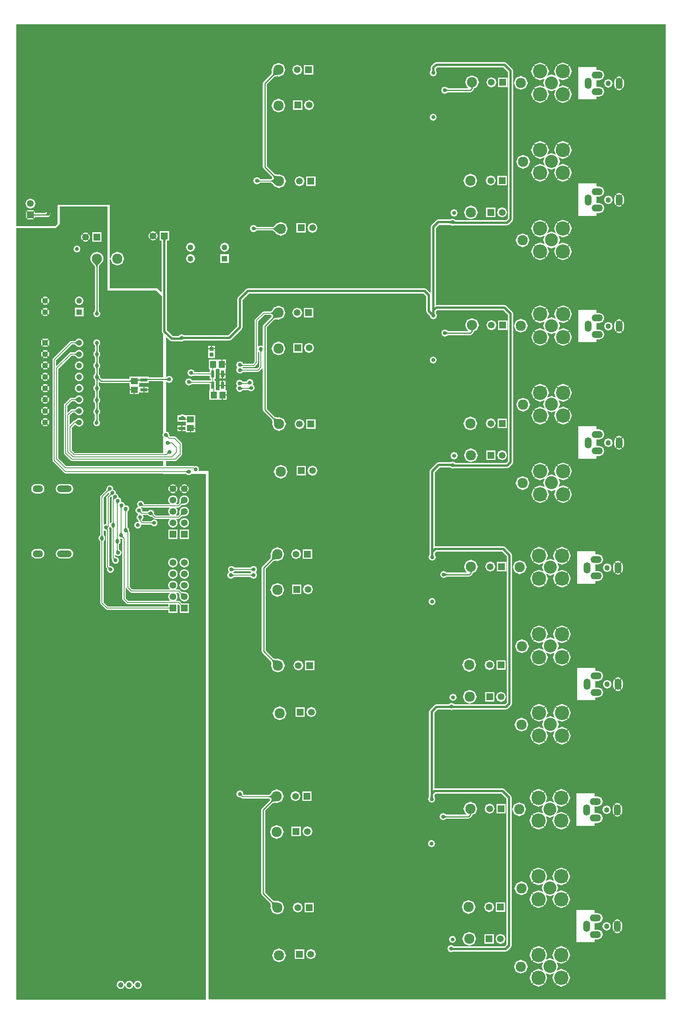
<source format=gbl>
G04*
G04 #@! TF.GenerationSoftware,Altium Limited,Altium Designer,20.1.12 (249)*
G04*
G04 Layer_Physical_Order=2*
G04 Layer_Color=16711680*
%FSLAX25Y25*%
%MOIN*%
G70*
G04*
G04 #@! TF.SameCoordinates,17CD68B3-A26F-4FE0-94F3-A569FC1E460E*
G04*
G04*
G04 #@! TF.FilePolarity,Positive*
G04*
G01*
G75*
%ADD12C,0.01000*%
%ADD66R,0.05906X0.03150*%
%ADD67R,0.06102X0.05315*%
%ADD68R,0.03740X0.03543*%
%ADD70C,0.00600*%
%ADD71C,0.02000*%
%ADD72O,0.12992X0.05906*%
%ADD73O,0.09055X0.05906*%
%ADD74C,0.05906*%
%ADD75R,0.05906X0.05906*%
%ADD76C,0.11417*%
%ADD77C,0.12598*%
%ADD78C,0.05118*%
%ADD79R,0.05118X0.05118*%
%ADD80C,0.09000*%
%ADD81R,0.05906X0.05906*%
%ADD82C,0.04724*%
%ADD83O,0.09843X0.05906*%
%ADD84O,0.05906X0.09843*%
%ADD85C,0.03543*%
%ADD86C,0.23622*%
%ADD87R,0.05315X0.06102*%
%ADD88R,0.03150X0.05906*%
G36*
X571450Y917982D02*
X571452Y917784D01*
X571500Y917153D01*
X571523Y917035D01*
X571549Y916933D01*
X571579Y916848D01*
X571613Y916778D01*
X571651Y916725D01*
X569177Y916900D01*
X569229Y916954D01*
X569275Y917024D01*
X569316Y917110D01*
X569352Y917212D01*
X569382Y917329D01*
X569406Y917462D01*
X569425Y917611D01*
X569447Y917957D01*
X569450Y918153D01*
X571450Y917982D01*
D02*
G37*
G36*
X586060Y782810D02*
X586005Y782856D01*
X585934Y782896D01*
X585848Y782932D01*
X585745Y782964D01*
X585627Y782990D01*
X585493Y783012D01*
X585178Y783040D01*
X584800Y783050D01*
Y785050D01*
X584997Y785052D01*
X585493Y785088D01*
X585627Y785110D01*
X585745Y785137D01*
X585848Y785168D01*
X585934Y785204D01*
X586005Y785245D01*
X586060Y785290D01*
Y782810D01*
D02*
G37*
G36*
X588872Y784934D02*
X588937Y784879D01*
X589018Y784831D01*
X589116Y784790D01*
X589230Y784755D01*
X589360Y784726D01*
X589507Y784704D01*
X589670Y784688D01*
X590046Y784675D01*
X589505Y782675D01*
X589305Y782674D01*
X588475Y782624D01*
X588398Y782608D01*
X588340Y782590D01*
X588299Y782570D01*
X588824Y784994D01*
X588872Y784934D01*
D02*
G37*
G36*
X775016Y100094D02*
X372516D01*
Y565094D01*
X364043D01*
X363765Y565510D01*
X364160Y566464D01*
X363224Y568724D01*
X360964Y569660D01*
X360023Y569270D01*
X359219Y569603D01*
X335016D01*
Y573897D01*
X343099D01*
X344233Y574366D01*
X348634Y578767D01*
X349103Y579901D01*
Y589000D01*
X348634Y590134D01*
X343634Y595134D01*
X342500Y595603D01*
X338344D01*
X337969Y595979D01*
X337954Y596029D01*
X337933Y596130D01*
X337917Y596246D01*
X337899Y596509D01*
X338036Y596840D01*
X337100Y599100D01*
X335016Y599963D01*
Y643401D01*
X335512Y643512D01*
X337772Y642576D01*
X340032Y643512D01*
X340968Y645772D01*
X340032Y648032D01*
X337772Y648968D01*
X335512Y648032D01*
X335016Y648142D01*
Y682492D01*
X335478Y682683D01*
X338331Y679831D01*
X340000Y679139D01*
X348500D01*
X348510Y679143D01*
X348768Y679036D01*
X350784Y679871D01*
X390732D01*
X392401Y680563D01*
X401669Y689831D01*
X402361Y691500D01*
Y715522D01*
X407978Y721139D01*
X561835D01*
X563957Y719017D01*
Y705932D01*
X564649Y704262D01*
X567280Y701631D01*
X568115Y699615D01*
X570375Y698679D01*
X572635Y699615D01*
X573571Y701875D01*
X572736Y703891D01*
Y705397D01*
X573978Y706639D01*
X632022D01*
X636139Y702522D01*
Y573978D01*
X634522Y572361D01*
X589748D01*
X589635Y572635D01*
X587375Y573571D01*
X585660Y572861D01*
X575000D01*
X573331Y572169D01*
X567706Y566544D01*
X567014Y564875D01*
Y491391D01*
X566179Y489375D01*
X567115Y487115D01*
X569375Y486179D01*
X571635Y487115D01*
X572571Y489375D01*
X571736Y491391D01*
Y492897D01*
X572978Y494139D01*
X631022D01*
X635139Y490022D01*
Y361478D01*
X633522Y359861D01*
X588749D01*
X588635Y360135D01*
X586375Y361071D01*
X584115Y360135D01*
X584001Y359861D01*
X573000D01*
X571331Y359169D01*
X567206Y355044D01*
X566514Y353375D01*
Y278391D01*
X565679Y276375D01*
X566615Y274115D01*
X568875Y273179D01*
X571135Y274115D01*
X572071Y276375D01*
X571236Y278391D01*
Y279897D01*
X572478Y281139D01*
X630522D01*
X634639Y277022D01*
Y148478D01*
X633022Y146861D01*
X588248D01*
X588135Y147135D01*
X585875Y148071D01*
X583615Y147135D01*
X582679Y144875D01*
X583615Y142615D01*
X585875Y141679D01*
X586986Y142139D01*
X634000D01*
X635669Y142831D01*
X638669Y145831D01*
X639361Y147500D01*
Y278000D01*
X638669Y279669D01*
X633169Y285169D01*
X631500Y285861D01*
X571500D01*
X571236Y286037D01*
Y352397D01*
X573978Y355139D01*
X585264D01*
X586375Y354679D01*
X587486Y355139D01*
X634500D01*
X636169Y355831D01*
X639169Y358831D01*
X639861Y360500D01*
Y491000D01*
X639169Y492669D01*
X633669Y498169D01*
X632000Y498861D01*
X572000D01*
X571736Y499037D01*
Y563897D01*
X575978Y568139D01*
X585105D01*
X585115Y568115D01*
X587375Y567179D01*
X588486Y567639D01*
X635500D01*
X637169Y568331D01*
X640169Y571331D01*
X640861Y573000D01*
Y703500D01*
X640169Y705169D01*
X634669Y710669D01*
X633000Y711361D01*
X573000D01*
X572736Y711537D01*
Y778897D01*
X575528Y781689D01*
X585309D01*
X587325Y780854D01*
X588436Y781314D01*
X635450D01*
X637119Y782006D01*
X640119Y785006D01*
X640811Y786675D01*
Y917175D01*
X640119Y918844D01*
X634619Y924344D01*
X632950Y925036D01*
X572950D01*
X571281Y924344D01*
X568781Y921844D01*
X568089Y920175D01*
Y917820D01*
X568065Y917810D01*
X567129Y915550D01*
X568065Y913290D01*
X570325Y912354D01*
X572585Y913290D01*
X573521Y915550D01*
X572811Y917265D01*
Y919197D01*
X573928Y920314D01*
X631972D01*
X636089Y916197D01*
Y787653D01*
X634472Y786036D01*
X589699D01*
X589585Y786310D01*
X587325Y787246D01*
X585309Y786411D01*
X574550D01*
X572881Y785719D01*
X568706Y781544D01*
X568014Y779875D01*
Y722345D01*
X567514Y722138D01*
X564482Y725169D01*
X562813Y725861D01*
X407000D01*
X405331Y725169D01*
X398331Y718169D01*
X397639Y716500D01*
Y692478D01*
X389754Y684593D01*
X350784D01*
X348768Y685428D01*
X346508Y684492D01*
X346247Y683861D01*
X340978D01*
X335861Y688978D01*
Y767866D01*
X337634D01*
Y776134D01*
X329366D01*
Y767866D01*
X331139D01*
Y722624D01*
X330677Y722433D01*
X327315Y725795D01*
X285495D01*
Y751553D01*
X285995Y751652D01*
X287652Y747652D01*
X292000Y745851D01*
X296348Y747652D01*
X298149Y752000D01*
X296348Y756348D01*
X292000Y758149D01*
X287652Y756348D01*
X285995Y752348D01*
X285495Y752447D01*
Y799072D01*
X285516Y799094D01*
X283946D01*
X283500Y799278D01*
X241500D01*
X241054Y799094D01*
X239516D01*
Y782594D01*
X237516Y780594D01*
X203016D01*
Y958094D01*
X775016D01*
Y100094D01*
D02*
G37*
G36*
X335310Y769039D02*
X335140Y768979D01*
X334990Y768879D01*
X334860Y768739D01*
X334750Y768559D01*
X334660Y768339D01*
X334590Y768079D01*
X334540Y767779D01*
X334510Y767439D01*
X334500Y767059D01*
X332500D01*
X332490Y767439D01*
X332460Y767779D01*
X332410Y768079D01*
X332340Y768339D01*
X332250Y768559D01*
X332140Y768739D01*
X332010Y768879D01*
X331860Y768979D01*
X331690Y769039D01*
X331500Y769059D01*
X335500D01*
X335310Y769039D01*
D02*
G37*
G36*
X571377Y704203D02*
X571413Y703707D01*
X571435Y703573D01*
X571461Y703455D01*
X571493Y703352D01*
X571529Y703266D01*
X571569Y703195D01*
X571615Y703140D01*
X569851D01*
X568603Y701893D01*
X568597Y701964D01*
X568576Y702043D01*
X568540Y702129D01*
X568490Y702224D01*
X568425Y702326D01*
X568345Y702436D01*
X568143Y702679D01*
X567882Y702954D01*
X569296Y704368D01*
X569372Y704294D01*
X569375Y704400D01*
X571375D01*
X571377Y704203D01*
D02*
G37*
G36*
X350088Y683427D02*
X350159Y683386D01*
X350245Y683350D01*
X350348Y683319D01*
X350466Y683292D01*
X350600Y683271D01*
X350915Y683242D01*
X351293Y683232D01*
Y681232D01*
X351096Y681230D01*
X350600Y681194D01*
X350466Y681172D01*
X350348Y681146D01*
X350245Y681114D01*
X350159Y681078D01*
X350088Y681038D01*
X350033Y680992D01*
Y683472D01*
X350088Y683427D01*
D02*
G37*
G36*
X348114Y680585D02*
X347333Y680500D01*
X345954Y682500D01*
X346150Y682503D01*
X346488Y682530D01*
X346630Y682554D01*
X346754Y682585D01*
X346860Y682622D01*
X346948Y682666D01*
X347018Y682717D01*
X347070Y682774D01*
X347103Y682839D01*
X348114Y680585D01*
D02*
G37*
G36*
X256673Y676209D02*
X256387Y676492D01*
X255611Y677163D01*
X255379Y677327D01*
X255161Y677461D01*
X254956Y677566D01*
X254765Y677640D01*
X254587Y677685D01*
X254423Y677700D01*
Y678300D01*
X254587Y678315D01*
X254765Y678360D01*
X254956Y678434D01*
X255161Y678539D01*
X255379Y678673D01*
X255611Y678837D01*
X255856Y679031D01*
X256387Y679508D01*
X256673Y679791D01*
Y676209D01*
D02*
G37*
G36*
X275064Y676553D02*
X274938Y676407D01*
X274827Y676260D01*
X274731Y676111D01*
X274649Y675962D01*
X274583Y675812D01*
X274531Y675661D01*
X274494Y675508D01*
X274472Y675355D01*
X274464Y675202D01*
X273464D01*
X273457Y675355D01*
X273435Y675508D01*
X273398Y675661D01*
X273346Y675812D01*
X273279Y675962D01*
X273198Y676111D01*
X273101Y676260D01*
X272990Y676407D01*
X272865Y676553D01*
X272724Y676699D01*
X275204D01*
X275064Y676553D01*
D02*
G37*
G36*
X274472Y670573D02*
X274494Y670420D01*
X274531Y670268D01*
X274583Y670117D01*
X274649Y669967D01*
X274731Y669817D01*
X274827Y669669D01*
X274938Y669521D01*
X275064Y669375D01*
X275204Y669229D01*
X272724D01*
X272865Y669375D01*
X272990Y669521D01*
X273101Y669669D01*
X273198Y669817D01*
X273279Y669967D01*
X273346Y670117D01*
X273398Y670268D01*
X273435Y670420D01*
X273457Y670573D01*
X273464Y670727D01*
X274464D01*
X274472Y670573D01*
D02*
G37*
G36*
X256673Y666209D02*
X256387Y666492D01*
X255611Y667163D01*
X255379Y667327D01*
X255161Y667461D01*
X254956Y667566D01*
X254765Y667640D01*
X254587Y667685D01*
X254423Y667700D01*
Y668300D01*
X254587Y668315D01*
X254765Y668360D01*
X254956Y668434D01*
X255161Y668539D01*
X255379Y668673D01*
X255611Y668837D01*
X255856Y669031D01*
X256387Y669508D01*
X256673Y669791D01*
Y666209D01*
D02*
G37*
G36*
X275064Y666553D02*
X274938Y666407D01*
X274827Y666259D01*
X274731Y666111D01*
X274649Y665962D01*
X274583Y665812D01*
X274531Y665660D01*
X274494Y665508D01*
X274472Y665355D01*
X274464Y665202D01*
X273464D01*
X273457Y665355D01*
X273435Y665508D01*
X273398Y665660D01*
X273346Y665812D01*
X273279Y665962D01*
X273198Y666111D01*
X273101Y666259D01*
X272990Y666407D01*
X272865Y666553D01*
X272724Y666699D01*
X275204D01*
X275064Y666553D01*
D02*
G37*
G36*
X274472Y660573D02*
X274494Y660420D01*
X274531Y660268D01*
X274583Y660117D01*
X274649Y659967D01*
X274731Y659817D01*
X274827Y659669D01*
X274938Y659521D01*
X275064Y659375D01*
X275204Y659229D01*
X272724D01*
X272865Y659375D01*
X272990Y659521D01*
X273101Y659669D01*
X273198Y659817D01*
X273279Y659967D01*
X273346Y660117D01*
X273398Y660268D01*
X273435Y660420D01*
X273457Y660573D01*
X273464Y660727D01*
X274464D01*
X274472Y660573D01*
D02*
G37*
G36*
X275064Y656553D02*
X274938Y656407D01*
X274827Y656259D01*
X274731Y656111D01*
X274649Y655962D01*
X274583Y655812D01*
X274531Y655660D01*
X274494Y655508D01*
X274472Y655356D01*
X274464Y655201D01*
X273464D01*
X273457Y655356D01*
X273435Y655508D01*
X273398Y655660D01*
X273346Y655812D01*
X273279Y655962D01*
X273198Y656111D01*
X273101Y656259D01*
X272990Y656407D01*
X272865Y656553D01*
X272724Y656699D01*
X275204D01*
X275064Y656553D01*
D02*
G37*
G36*
X274472Y650573D02*
X274494Y650420D01*
X274531Y650268D01*
X274583Y650117D01*
X274649Y649966D01*
X274731Y649817D01*
X274827Y649669D01*
X274938Y649521D01*
X275064Y649375D01*
X275204Y649229D01*
X272724D01*
X272865Y649375D01*
X272990Y649521D01*
X273101Y649669D01*
X273198Y649817D01*
X273279Y649966D01*
X273346Y650117D01*
X273398Y650268D01*
X273435Y650420D01*
X273457Y650573D01*
X273464Y650727D01*
X274464D01*
X274472Y650573D01*
D02*
G37*
G36*
X283500Y724000D02*
X326000D01*
X331276Y718724D01*
Y688000D01*
X331276Y688000D01*
X331445Y687149D01*
X331927Y686427D01*
X332500Y685855D01*
Y647486D01*
X319634D01*
Y648087D01*
X311366D01*
X311232Y648177D01*
Y648177D01*
X302768D01*
Y646053D01*
X278300D01*
X277072Y647280D01*
X277051Y647315D01*
X277028Y647362D01*
X277006Y647420D01*
X276985Y647492D01*
X276966Y647578D01*
X276952Y647681D01*
X276943Y647800D01*
X276940Y647947D01*
X276942Y647964D01*
X276841Y648735D01*
X276543Y649453D01*
X276070Y650070D01*
X276056Y650081D01*
X275954Y650186D01*
X275877Y650277D01*
X275814Y650360D01*
X275766Y650434D01*
X275730Y650500D01*
X275705Y650557D01*
X275688Y650606D01*
X275678Y650646D01*
Y655283D01*
X275688Y655322D01*
X275705Y655371D01*
X275730Y655429D01*
X275766Y655494D01*
X275814Y655569D01*
X275876Y655652D01*
X275954Y655742D01*
X276056Y655848D01*
X276070Y655858D01*
X276543Y656475D01*
X276841Y657193D01*
X276942Y657964D01*
X276841Y658735D01*
X276543Y659453D01*
X276070Y660070D01*
X276056Y660081D01*
X275954Y660186D01*
X275877Y660277D01*
X275814Y660360D01*
X275766Y660434D01*
X275730Y660500D01*
X275705Y660557D01*
X275688Y660606D01*
X275678Y660646D01*
Y665283D01*
X275688Y665322D01*
X275705Y665371D01*
X275730Y665429D01*
X275766Y665494D01*
X275814Y665569D01*
X275876Y665652D01*
X275954Y665742D01*
X276056Y665848D01*
X276070Y665858D01*
X276543Y666475D01*
X276841Y667193D01*
X276942Y667964D01*
X276841Y668735D01*
X276543Y669453D01*
X276070Y670070D01*
X276056Y670081D01*
X275954Y670186D01*
X275877Y670277D01*
X275814Y670360D01*
X275766Y670434D01*
X275730Y670500D01*
X275705Y670557D01*
X275688Y670606D01*
X275678Y670646D01*
Y675283D01*
X275688Y675322D01*
X275705Y675371D01*
X275730Y675429D01*
X275766Y675494D01*
X275814Y675569D01*
X275876Y675652D01*
X275954Y675742D01*
X276056Y675848D01*
X276070Y675858D01*
X276543Y676475D01*
X276841Y677193D01*
X276942Y677964D01*
X276841Y678735D01*
X276543Y679453D01*
X276070Y680070D01*
X275453Y680543D01*
X274735Y680841D01*
X273964Y680942D01*
X273193Y680841D01*
X272475Y680543D01*
X271858Y680070D01*
X271385Y679453D01*
X271087Y678735D01*
X270986Y677964D01*
X271087Y677193D01*
X271385Y676475D01*
X271858Y675858D01*
X271872Y675848D01*
X271974Y675742D01*
X272052Y675652D01*
X272114Y675569D01*
X272162Y675494D01*
X272198Y675429D01*
X272224Y675372D01*
X272240Y675322D01*
X272250Y675283D01*
Y670646D01*
X272240Y670606D01*
X272224Y670557D01*
X272198Y670500D01*
X272162Y670434D01*
X272114Y670360D01*
X272052Y670277D01*
X271974Y670186D01*
X271872Y670081D01*
X271858Y670070D01*
X271385Y669453D01*
X271087Y668735D01*
X270986Y667964D01*
X271087Y667193D01*
X271385Y666475D01*
X271858Y665858D01*
X271872Y665848D01*
X271974Y665742D01*
X272052Y665652D01*
X272114Y665569D01*
X272162Y665494D01*
X272198Y665429D01*
X272224Y665372D01*
X272240Y665322D01*
X272250Y665283D01*
Y660646D01*
X272240Y660606D01*
X272224Y660557D01*
X272198Y660500D01*
X272162Y660434D01*
X272114Y660360D01*
X272052Y660277D01*
X271974Y660186D01*
X271872Y660081D01*
X271858Y660070D01*
X271385Y659453D01*
X271087Y658735D01*
X270986Y657964D01*
X271087Y657193D01*
X271385Y656475D01*
X271858Y655858D01*
X271872Y655848D01*
X271974Y655742D01*
X272052Y655652D01*
X272114Y655569D01*
X272162Y655494D01*
X272198Y655429D01*
X272224Y655372D01*
X272240Y655322D01*
X272250Y655283D01*
Y650646D01*
X272240Y650606D01*
X272224Y650557D01*
X272198Y650500D01*
X272162Y650434D01*
X272114Y650360D01*
X272052Y650277D01*
X271974Y650186D01*
X271872Y650081D01*
X271858Y650070D01*
X271385Y649453D01*
X271087Y648735D01*
X270986Y647964D01*
X271087Y647193D01*
X271385Y646475D01*
X271858Y645858D01*
X271872Y645848D01*
X271974Y645742D01*
X272052Y645652D01*
X272114Y645569D01*
X272162Y645494D01*
X272198Y645429D01*
X272224Y645371D01*
X272240Y645322D01*
X272250Y645283D01*
Y640646D01*
X272240Y640606D01*
X272224Y640557D01*
X272198Y640500D01*
X272162Y640434D01*
X272114Y640360D01*
X272052Y640277D01*
X271974Y640186D01*
X271872Y640081D01*
X271858Y640070D01*
X271385Y639453D01*
X271087Y638735D01*
X270986Y637964D01*
X271087Y637193D01*
X271385Y636475D01*
X271858Y635858D01*
X271872Y635848D01*
X271974Y635742D01*
X272052Y635652D01*
X272114Y635569D01*
X272162Y635494D01*
X272198Y635429D01*
X272224Y635371D01*
X272240Y635322D01*
X272250Y635283D01*
Y630146D01*
X272240Y630106D01*
X272224Y630057D01*
X272198Y630000D01*
X272162Y629934D01*
X272114Y629860D01*
X272052Y629777D01*
X271974Y629686D01*
X271872Y629581D01*
X271858Y629570D01*
X271385Y628953D01*
X271087Y628235D01*
X270986Y627464D01*
X271087Y626693D01*
X271385Y625975D01*
X271858Y625358D01*
X271872Y625348D01*
X271974Y625242D01*
X272052Y625152D01*
X272114Y625069D01*
X272162Y624994D01*
X272198Y624929D01*
X272224Y624871D01*
X272240Y624822D01*
X272250Y624783D01*
Y620146D01*
X272240Y620106D01*
X272224Y620057D01*
X272198Y620000D01*
X272162Y619934D01*
X272114Y619860D01*
X272052Y619777D01*
X271974Y619686D01*
X271872Y619581D01*
X271858Y619570D01*
X271385Y618953D01*
X271087Y618235D01*
X270986Y617464D01*
X271087Y616693D01*
X271385Y615975D01*
X271757Y615490D01*
X271795Y615428D01*
X271910Y615301D01*
X271988Y615204D01*
X272052Y615115D01*
X272102Y615035D01*
X272140Y614963D01*
X272166Y614901D01*
X272184Y614847D01*
X272195Y614802D01*
Y610163D01*
X272186Y610129D01*
X272171Y610084D01*
X272147Y610033D01*
X272113Y609973D01*
X272067Y609904D01*
X272006Y609828D01*
X271930Y609744D01*
X271813Y609629D01*
X271799Y609609D01*
X271748Y609570D01*
X271275Y608953D01*
X270977Y608235D01*
X270876Y607464D01*
X270977Y606693D01*
X271275Y605975D01*
X271748Y605358D01*
X272365Y604885D01*
X273083Y604587D01*
X273854Y604486D01*
X274625Y604587D01*
X275343Y604885D01*
X275960Y605358D01*
X276433Y605975D01*
X276731Y606693D01*
X276832Y607464D01*
X276731Y608235D01*
X276433Y608953D01*
X276061Y609438D01*
X276024Y609501D01*
X275908Y609627D01*
X275830Y609724D01*
X275766Y609813D01*
X275716Y609894D01*
X275678Y609965D01*
X275652Y610028D01*
X275634Y610082D01*
X275623Y610126D01*
Y614765D01*
X275632Y614800D01*
X275647Y614844D01*
X275671Y614896D01*
X275705Y614956D01*
X275751Y615024D01*
X275812Y615101D01*
X275888Y615185D01*
X276005Y615299D01*
X276019Y615319D01*
X276070Y615358D01*
X276543Y615975D01*
X276841Y616693D01*
X276942Y617464D01*
X276841Y618235D01*
X276543Y618953D01*
X276070Y619570D01*
X276056Y619581D01*
X275954Y619686D01*
X275877Y619777D01*
X275814Y619860D01*
X275766Y619934D01*
X275730Y620000D01*
X275705Y620057D01*
X275688Y620106D01*
X275678Y620146D01*
Y624783D01*
X275688Y624822D01*
X275705Y624871D01*
X275730Y624929D01*
X275766Y624994D01*
X275814Y625069D01*
X275876Y625151D01*
X275954Y625242D01*
X276056Y625348D01*
X276070Y625358D01*
X276543Y625975D01*
X276841Y626693D01*
X276942Y627464D01*
X276841Y628235D01*
X276543Y628953D01*
X276070Y629570D01*
X276056Y629581D01*
X275954Y629686D01*
X275877Y629777D01*
X275814Y629860D01*
X275766Y629934D01*
X275730Y630000D01*
X275705Y630057D01*
X275688Y630106D01*
X275678Y630146D01*
Y635283D01*
X275688Y635322D01*
X275705Y635371D01*
X275730Y635429D01*
X275766Y635494D01*
X275814Y635569D01*
X275876Y635651D01*
X275954Y635742D01*
X276056Y635848D01*
X276070Y635858D01*
X276543Y636475D01*
X276841Y637193D01*
X276942Y637964D01*
X276841Y638735D01*
X276543Y639453D01*
X276070Y640070D01*
X276056Y640081D01*
X275954Y640186D01*
X275877Y640277D01*
X275814Y640360D01*
X275766Y640434D01*
X275730Y640500D01*
X275705Y640557D01*
X275688Y640606D01*
X275678Y640646D01*
Y643173D01*
X276140Y643364D01*
X276378Y643127D01*
X276934Y642755D01*
X277590Y642625D01*
X302768D01*
X302768Y640500D01*
X302949Y640075D01*
Y637161D01*
X307000D01*
Y636661D01*
X307500D01*
Y633004D01*
X311051D01*
Y634085D01*
X311547Y634094D01*
X311551Y634094D01*
X315000D01*
Y636669D01*
Y639244D01*
X311551D01*
X311547Y639244D01*
X311051Y639254D01*
Y640075D01*
X311232Y640500D01*
X311232Y640744D01*
Y642130D01*
X311366Y642575D01*
X319634D01*
Y644058D01*
X332500D01*
Y598641D01*
X332261Y598329D01*
X331963Y597611D01*
X331862Y596840D01*
X331963Y596069D01*
X332261Y595351D01*
X332500Y595040D01*
Y581010D01*
X254626D01*
X252010Y583626D01*
Y603374D01*
X254902Y606266D01*
X254925Y606250D01*
X255074Y606126D01*
X255466Y605745D01*
X255677Y605511D01*
X255702Y605493D01*
X255719Y605467D01*
X255739Y605454D01*
X255833Y605333D01*
X256614Y604733D01*
X257524Y604356D01*
X258500Y604228D01*
X259476Y604356D01*
X260386Y604733D01*
X261168Y605333D01*
X261767Y606114D01*
X262144Y607024D01*
X262272Y608000D01*
X262144Y608976D01*
X261767Y609886D01*
X261168Y610668D01*
X260386Y611267D01*
X259476Y611644D01*
X258500Y611772D01*
X257524Y611644D01*
X256614Y611267D01*
X255833Y610668D01*
X255739Y610546D01*
X255719Y610533D01*
X255709Y610517D01*
X255694Y610506D01*
X255254Y610039D01*
X255086Y609883D01*
X254925Y609750D01*
X254784Y609649D01*
X254667Y609578D01*
X254578Y609534D01*
X254521Y609513D01*
X254507Y609510D01*
X254500D01*
X254482Y609507D01*
X254406Y609501D01*
X254296Y609470D01*
X253922Y609395D01*
X253432Y609068D01*
X253432Y609068D01*
X250472Y606108D01*
X250010Y606299D01*
Y613874D01*
X252625Y616490D01*
X254401D01*
X254463Y616466D01*
X254571Y616410D01*
X254715Y616322D01*
X254867Y616214D01*
X255568Y615608D01*
X255790Y615388D01*
X255833Y615333D01*
X256614Y614733D01*
X257524Y614356D01*
X258500Y614228D01*
X259476Y614356D01*
X260386Y614733D01*
X261168Y615333D01*
X261767Y616114D01*
X262144Y617024D01*
X262272Y618000D01*
X262144Y618976D01*
X261767Y619886D01*
X261168Y620668D01*
X260386Y621267D01*
X259476Y621644D01*
X258500Y621772D01*
X257524Y621644D01*
X256614Y621267D01*
X255833Y620668D01*
X255790Y620612D01*
X255560Y620384D01*
X255079Y619952D01*
X254889Y619801D01*
X254715Y619678D01*
X254571Y619590D01*
X254463Y619534D01*
X254401Y619510D01*
X252000D01*
X252000Y619510D01*
X251422Y619395D01*
X250932Y619068D01*
X250932Y619068D01*
X248472Y616608D01*
X248010Y616799D01*
Y622374D01*
X252126Y626490D01*
X254401D01*
X254463Y626466D01*
X254571Y626410D01*
X254715Y626322D01*
X254867Y626214D01*
X255568Y625608D01*
X255790Y625388D01*
X255833Y625332D01*
X256614Y624733D01*
X257524Y624356D01*
X258500Y624228D01*
X259476Y624356D01*
X260386Y624733D01*
X261168Y625332D01*
X261767Y626114D01*
X262144Y627024D01*
X262272Y628000D01*
X262144Y628976D01*
X261767Y629886D01*
X261168Y630667D01*
X260386Y631267D01*
X259476Y631644D01*
X258500Y631772D01*
X257524Y631644D01*
X256614Y631267D01*
X255833Y630667D01*
X255790Y630612D01*
X255560Y630384D01*
X255079Y629952D01*
X254889Y629801D01*
X254715Y629678D01*
X254571Y629590D01*
X254463Y629534D01*
X254401Y629510D01*
X251500D01*
X251500Y629510D01*
X250922Y629395D01*
X250432Y629068D01*
X250432Y629068D01*
X245432Y624068D01*
X245105Y623578D01*
X244990Y623000D01*
X244990Y623000D01*
Y581000D01*
X244990Y581000D01*
X245105Y580422D01*
X245432Y579932D01*
X250132Y575232D01*
X250132Y575232D01*
X250132Y575232D01*
X250932Y574432D01*
X251422Y574105D01*
X252000Y573990D01*
X332500D01*
Y569510D01*
X247126D01*
X240010Y576625D01*
Y654875D01*
X251625Y666490D01*
X254401D01*
X254463Y666466D01*
X254571Y666410D01*
X254715Y666322D01*
X254867Y666214D01*
X255568Y665608D01*
X255790Y665388D01*
X255833Y665333D01*
X256614Y664733D01*
X257524Y664356D01*
X258500Y664228D01*
X259476Y664356D01*
X260386Y664733D01*
X261168Y665333D01*
X261767Y666114D01*
X262144Y667024D01*
X262272Y668000D01*
X262144Y668976D01*
X261767Y669886D01*
X261168Y670668D01*
X260386Y671267D01*
X259476Y671644D01*
X258500Y671772D01*
X257524Y671644D01*
X256614Y671267D01*
X255833Y670668D01*
X255790Y670612D01*
X255560Y670384D01*
X255079Y669952D01*
X254889Y669801D01*
X254715Y669678D01*
X254571Y669590D01*
X254463Y669534D01*
X254401Y669510D01*
X251000D01*
X251000Y669510D01*
X250422Y669395D01*
X249932Y669068D01*
X238472Y657608D01*
X238010Y657799D01*
Y662374D01*
X252126Y676490D01*
X254401D01*
X254463Y676466D01*
X254571Y676410D01*
X254715Y676322D01*
X254867Y676214D01*
X255568Y675608D01*
X255790Y675388D01*
X255833Y675332D01*
X256614Y674733D01*
X257524Y674356D01*
X258500Y674228D01*
X259476Y674356D01*
X260386Y674733D01*
X261168Y675332D01*
X261767Y676114D01*
X262144Y677024D01*
X262272Y678000D01*
X262144Y678976D01*
X261767Y679886D01*
X261168Y680667D01*
X260386Y681267D01*
X259476Y681644D01*
X258500Y681772D01*
X257524Y681644D01*
X256614Y681267D01*
X255833Y680667D01*
X255790Y680612D01*
X255560Y680384D01*
X255079Y679952D01*
X254889Y679801D01*
X254715Y679678D01*
X254571Y679590D01*
X254463Y679534D01*
X254401Y679510D01*
X251500D01*
X250922Y679395D01*
X250432Y679068D01*
X250432Y679068D01*
X235432Y664068D01*
X235105Y663578D01*
X234990Y663000D01*
X234990Y663000D01*
Y574500D01*
X234990Y574500D01*
X235105Y573922D01*
X235432Y573432D01*
X245432Y563432D01*
X245432Y563432D01*
X245922Y563105D01*
X246500Y562990D01*
X246500Y562990D01*
X332500D01*
Y562500D01*
X352723D01*
X352812Y562409D01*
X352828Y562398D01*
X352858Y562358D01*
X353475Y561885D01*
X354193Y561587D01*
X354964Y561486D01*
X355735Y561587D01*
X356453Y561885D01*
X357070Y562358D01*
X357179Y562500D01*
X370000D01*
Y100000D01*
X203000D01*
Y779000D01*
X238000D01*
X241500Y782500D01*
Y798000D01*
X283500D01*
Y724000D01*
D02*
G37*
G36*
X275739Y647744D02*
X275754Y647551D01*
X275780Y647369D01*
X275816Y647196D01*
X275864Y647033D01*
X275923Y646879D01*
X275994Y646736D01*
X276075Y646602D01*
X276168Y646478D01*
X276271Y646364D01*
X275564Y645657D01*
X275450Y645761D01*
X275326Y645853D01*
X275192Y645935D01*
X275049Y646005D01*
X274896Y646064D01*
X274732Y646112D01*
X274731Y646112D01*
X274731Y646111D01*
X274649Y645962D01*
X274583Y645812D01*
X274531Y645660D01*
X274494Y645508D01*
X274472Y645356D01*
X274464Y645201D01*
X273464D01*
X273457Y645356D01*
X273435Y645508D01*
X273398Y645660D01*
X273346Y645812D01*
X273279Y645962D01*
X273198Y646111D01*
X273101Y646259D01*
X272990Y646407D01*
X272865Y646553D01*
X272724Y646699D01*
X274488D01*
X275736Y647947D01*
X275739Y647744D01*
D02*
G37*
G36*
X318439Y646677D02*
X318469Y646592D01*
X318520Y646517D01*
X318591Y646452D01*
X318682Y646397D01*
X318793Y646352D01*
X318925Y646317D01*
X319076Y646292D01*
X319249Y646277D01*
X319441Y646272D01*
Y645272D01*
X319249Y645267D01*
X319076Y645252D01*
X318925Y645227D01*
X318793Y645192D01*
X318682Y645147D01*
X318591Y645092D01*
X318520Y645027D01*
X318469Y644952D01*
X318439Y644867D01*
X318429Y644772D01*
Y646772D01*
X318439Y646677D01*
D02*
G37*
G36*
X336506Y644531D02*
X336361Y644672D01*
X336214Y644798D01*
X336067Y644909D01*
X335919Y645005D01*
X335769Y645087D01*
X335619Y645153D01*
X335468Y645205D01*
X335316Y645242D01*
X335163Y645264D01*
X335009Y645272D01*
Y646272D01*
X335163Y646279D01*
X335316Y646301D01*
X335468Y646338D01*
X335619Y646390D01*
X335769Y646457D01*
X335919Y646538D01*
X336067Y646634D01*
X336214Y646745D01*
X336361Y646871D01*
X336506Y647012D01*
Y644531D01*
D02*
G37*
G36*
X312571Y644331D02*
X312561Y644426D01*
X312531Y644511D01*
X312480Y644586D01*
X312409Y644651D01*
X312318Y644706D01*
X312207Y644751D01*
X312075Y644786D01*
X311924Y644811D01*
X311752Y644826D01*
X311559Y644831D01*
Y645831D01*
X311752Y645836D01*
X311924Y645851D01*
X312075Y645876D01*
X312207Y645911D01*
X312318Y645956D01*
X312409Y646011D01*
X312480Y646076D01*
X312531Y646151D01*
X312561Y646236D01*
X312571Y646331D01*
Y644331D01*
D02*
G37*
G36*
X310037Y646236D02*
X310068Y646151D01*
X310118Y646076D01*
X310189Y646011D01*
X310280Y645956D01*
X310391Y645911D01*
X310523Y645876D01*
X310675Y645851D01*
X310847Y645836D01*
X311039Y645831D01*
Y644831D01*
X310847Y644826D01*
X310675Y644811D01*
X310523Y644786D01*
X310391Y644751D01*
X310280Y644706D01*
X310189Y644651D01*
X310118Y644586D01*
X310068Y644511D01*
X310037Y644426D01*
X310027Y644331D01*
Y646331D01*
X310037Y646236D01*
D02*
G37*
G36*
X303973Y643339D02*
X303963Y643434D01*
X303932Y643519D01*
X303882Y643594D01*
X303811Y643659D01*
X303720Y643714D01*
X303608Y643759D01*
X303477Y643794D01*
X303325Y643819D01*
X303153Y643834D01*
X302961Y643839D01*
Y644839D01*
X303153Y644844D01*
X303325Y644859D01*
X303477Y644884D01*
X303608Y644919D01*
X303720Y644964D01*
X303811Y645019D01*
X303882Y645084D01*
X303932Y645159D01*
X303963Y645244D01*
X303973Y645339D01*
Y643339D01*
D02*
G37*
G36*
X274472Y640573D02*
X274494Y640420D01*
X274531Y640268D01*
X274583Y640117D01*
X274649Y639966D01*
X274731Y639817D01*
X274827Y639669D01*
X274938Y639521D01*
X275064Y639375D01*
X275204Y639229D01*
X272724D01*
X272865Y639375D01*
X272990Y639521D01*
X273101Y639669D01*
X273198Y639817D01*
X273279Y639966D01*
X273346Y640117D01*
X273398Y640268D01*
X273435Y640420D01*
X273457Y640573D01*
X273464Y640727D01*
X274464D01*
X274472Y640573D01*
D02*
G37*
G36*
X275064Y636553D02*
X274938Y636407D01*
X274827Y636260D01*
X274731Y636111D01*
X274649Y635962D01*
X274583Y635812D01*
X274531Y635661D01*
X274494Y635508D01*
X274472Y635356D01*
X274464Y635202D01*
X273464D01*
X273457Y635356D01*
X273435Y635508D01*
X273398Y635661D01*
X273346Y635812D01*
X273279Y635962D01*
X273198Y636111D01*
X273101Y636260D01*
X272990Y636407D01*
X272865Y636553D01*
X272724Y636699D01*
X275204D01*
X275064Y636553D01*
D02*
G37*
G36*
X274472Y630073D02*
X274494Y629920D01*
X274531Y629768D01*
X274583Y629617D01*
X274649Y629466D01*
X274731Y629317D01*
X274827Y629169D01*
X274938Y629021D01*
X275064Y628875D01*
X275204Y628729D01*
X272724D01*
X272865Y628875D01*
X272990Y629021D01*
X273101Y629169D01*
X273198Y629317D01*
X273279Y629466D01*
X273346Y629617D01*
X273398Y629768D01*
X273435Y629920D01*
X273457Y630073D01*
X273464Y630227D01*
X274464D01*
X274472Y630073D01*
D02*
G37*
G36*
X256673Y626209D02*
X256387Y626492D01*
X255611Y627163D01*
X255379Y627327D01*
X255161Y627461D01*
X254956Y627566D01*
X254765Y627640D01*
X254587Y627685D01*
X254423Y627700D01*
Y628300D01*
X254587Y628315D01*
X254765Y628360D01*
X254956Y628434D01*
X255161Y628539D01*
X255379Y628673D01*
X255611Y628837D01*
X255856Y629031D01*
X256387Y629508D01*
X256673Y629791D01*
Y626209D01*
D02*
G37*
G36*
X275064Y626053D02*
X274938Y625907D01*
X274827Y625760D01*
X274731Y625611D01*
X274649Y625462D01*
X274583Y625312D01*
X274531Y625161D01*
X274494Y625008D01*
X274472Y624856D01*
X274464Y624701D01*
X273464D01*
X273457Y624856D01*
X273435Y625008D01*
X273398Y625161D01*
X273346Y625312D01*
X273279Y625462D01*
X273198Y625611D01*
X273101Y625760D01*
X272990Y625907D01*
X272865Y626053D01*
X272724Y626199D01*
X275204D01*
X275064Y626053D01*
D02*
G37*
G36*
X274472Y620073D02*
X274494Y619920D01*
X274531Y619768D01*
X274583Y619617D01*
X274649Y619466D01*
X274731Y619317D01*
X274827Y619169D01*
X274938Y619021D01*
X275064Y618875D01*
X275204Y618729D01*
X272724D01*
X272865Y618875D01*
X272990Y619021D01*
X273101Y619169D01*
X273198Y619317D01*
X273279Y619466D01*
X273346Y619617D01*
X273398Y619768D01*
X273435Y619920D01*
X273457Y620073D01*
X273464Y620227D01*
X274464D01*
X274472Y620073D01*
D02*
G37*
G36*
X256673Y616209D02*
X256387Y616492D01*
X255611Y617163D01*
X255379Y617327D01*
X255161Y617461D01*
X254956Y617566D01*
X254765Y617640D01*
X254587Y617685D01*
X254423Y617700D01*
Y618300D01*
X254587Y618315D01*
X254765Y618360D01*
X254956Y618434D01*
X255161Y618539D01*
X255379Y618673D01*
X255611Y618837D01*
X255856Y619031D01*
X256387Y619508D01*
X256673Y619791D01*
Y616209D01*
D02*
G37*
G36*
X275164Y616161D02*
X275021Y616021D01*
X274892Y615879D01*
X274779Y615736D01*
X274681Y615591D01*
X274598Y615445D01*
X274530Y615296D01*
X274477Y615146D01*
X274439Y614995D01*
X274417Y614841D01*
X274409Y614686D01*
X273409Y614719D01*
X273402Y614872D01*
X273380Y615024D01*
X273344Y615176D01*
X273293Y615329D01*
X273228Y615481D01*
X273148Y615633D01*
X273054Y615784D01*
X272946Y615936D01*
X272823Y616087D01*
X272685Y616238D01*
X275164Y616161D01*
D02*
G37*
G36*
X274409Y610210D02*
X274416Y610057D01*
X274438Y609904D01*
X274474Y609752D01*
X274525Y609600D01*
X274590Y609448D01*
X274670Y609296D01*
X274764Y609144D01*
X274872Y608993D01*
X274995Y608841D01*
X275133Y608690D01*
X272654Y608767D01*
X272797Y608907D01*
X272926Y609049D01*
X273039Y609192D01*
X273137Y609337D01*
X273220Y609484D01*
X273288Y609632D01*
X273341Y609782D01*
X273379Y609934D01*
X273401Y610087D01*
X273409Y610242D01*
X274409Y610210D01*
D02*
G37*
G36*
X256571Y606319D02*
X256333Y606581D01*
X255879Y607023D01*
X255662Y607203D01*
X255451Y607355D01*
X255248Y607479D01*
X255051Y607576D01*
X254860Y607645D01*
X254677Y607686D01*
X254500Y607700D01*
Y608300D01*
X254677Y608314D01*
X254860Y608355D01*
X255051Y608424D01*
X255248Y608521D01*
X255451Y608645D01*
X255662Y608797D01*
X255879Y608977D01*
X256103Y609184D01*
X256571Y609681D01*
Y606319D01*
D02*
G37*
G36*
X336614Y596568D02*
X336645Y596111D01*
X336674Y595910D01*
X336712Y595725D01*
X336759Y595558D01*
X336815Y595409D01*
X336881Y595277D01*
X336955Y595163D01*
X337039Y595066D01*
X336614Y594642D01*
X336518Y594725D01*
X336403Y594800D01*
X336271Y594865D01*
X336122Y594921D01*
X335955Y594969D01*
X335771Y595007D01*
X335569Y595036D01*
X335112Y595067D01*
X334858Y595069D01*
X336612Y596822D01*
X336614Y596568D01*
D02*
G37*
G36*
X337771Y590886D02*
X338116Y590585D01*
X338279Y590463D01*
X338436Y590359D01*
X338588Y590275D01*
X338733Y590209D01*
X338873Y590162D01*
X339006Y590134D01*
X339134Y590124D01*
Y589524D01*
X339006Y589515D01*
X338873Y589487D01*
X338733Y589440D01*
X338588Y589374D01*
X338436Y589289D01*
X338279Y589186D01*
X338116Y589064D01*
X337771Y588763D01*
X337590Y588584D01*
Y591065D01*
X337771Y590886D01*
D02*
G37*
G36*
X337947Y580193D02*
X337692Y580191D01*
X337235Y580160D01*
X337034Y580131D01*
X336849Y580092D01*
X336682Y580045D01*
X336533Y579989D01*
X336401Y579924D01*
X336287Y579849D01*
X336190Y579766D01*
X335766Y580190D01*
X335849Y580287D01*
X335924Y580401D01*
X335989Y580533D01*
X336045Y580682D01*
X336092Y580849D01*
X336131Y581034D01*
X336160Y581236D01*
X336191Y581692D01*
X336193Y581947D01*
X337947Y580193D01*
D02*
G37*
G36*
X586025Y569227D02*
X585971Y569279D01*
X585901Y569325D01*
X585815Y569366D01*
X585713Y569402D01*
X585596Y569432D01*
X585463Y569456D01*
X585314Y569476D01*
X584968Y569497D01*
X584771Y569500D01*
X584943Y571500D01*
X585141Y571502D01*
X585773Y571550D01*
X585890Y571572D01*
X585992Y571599D01*
X586077Y571629D01*
X586147Y571663D01*
X586200Y571701D01*
X586025Y569227D01*
D02*
G37*
G36*
X588923Y571259D02*
X588987Y571204D01*
X589069Y571156D01*
X589166Y571115D01*
X589280Y571080D01*
X589410Y571051D01*
X589557Y571029D01*
X589720Y571013D01*
X590096Y571000D01*
X589555Y569000D01*
X589355Y568999D01*
X588524Y568949D01*
X588448Y568933D01*
X588390Y568915D01*
X588349Y568895D01*
X588874Y571319D01*
X588923Y571259D01*
D02*
G37*
G36*
X353674Y563250D02*
X353498Y563430D01*
X353161Y563734D01*
X353001Y563858D01*
X352846Y563963D01*
X352696Y564048D01*
X352551Y564115D01*
X352412Y564162D01*
X352278Y564190D01*
X352149Y564200D01*
X352162Y564800D01*
X352288Y564809D01*
X352421Y564837D01*
X352560Y564884D01*
X352706Y564949D01*
X352859Y565032D01*
X353019Y565135D01*
X353185Y565255D01*
X353538Y565553D01*
X353724Y565730D01*
X353674Y563250D01*
D02*
G37*
G36*
X570377Y491703D02*
X570413Y491207D01*
X570435Y491073D01*
X570462Y490955D01*
X570493Y490852D01*
X570529Y490766D01*
X570570Y490695D01*
X570615Y490640D01*
X568135D01*
X568181Y490695D01*
X568221Y490766D01*
X568257Y490852D01*
X568289Y490955D01*
X568315Y491073D01*
X568337Y491207D01*
X568365Y491522D01*
X568375Y491900D01*
X570375D01*
X570377Y491703D01*
D02*
G37*
G36*
X587922Y358759D02*
X587987Y358704D01*
X588068Y358656D01*
X588166Y358615D01*
X588280Y358580D01*
X588410Y358551D01*
X588557Y358529D01*
X588720Y358513D01*
X589096Y358500D01*
X588555Y356500D01*
X588355Y356499D01*
X587525Y356449D01*
X587448Y356433D01*
X587390Y356415D01*
X587349Y356395D01*
X587874Y358819D01*
X587922Y358759D01*
D02*
G37*
G36*
X585401Y356395D02*
X585360Y356415D01*
X585302Y356433D01*
X585225Y356449D01*
X585132Y356462D01*
X584890Y356483D01*
X584395Y356499D01*
X584195Y356500D01*
X583654Y358500D01*
X583850Y358503D01*
X584193Y358529D01*
X584340Y358551D01*
X584470Y358580D01*
X584584Y358615D01*
X584682Y358656D01*
X584763Y358704D01*
X584828Y358759D01*
X584876Y358819D01*
X585401Y356395D01*
D02*
G37*
G36*
X569877Y278703D02*
X569913Y278207D01*
X569935Y278073D01*
X569962Y277955D01*
X569993Y277853D01*
X570029Y277766D01*
X570070Y277695D01*
X570115Y277640D01*
X567635D01*
X567681Y277695D01*
X567721Y277766D01*
X567757Y277853D01*
X567789Y277955D01*
X567815Y278073D01*
X567837Y278207D01*
X567865Y278522D01*
X567875Y278900D01*
X569875D01*
X569877Y278703D01*
D02*
G37*
G36*
X587423Y145759D02*
X587487Y145704D01*
X587569Y145656D01*
X587666Y145615D01*
X587780Y145580D01*
X587910Y145551D01*
X588057Y145529D01*
X588220Y145513D01*
X588596Y145500D01*
X588055Y143500D01*
X587855Y143499D01*
X587024Y143449D01*
X586948Y143433D01*
X586890Y143415D01*
X586849Y143395D01*
X587374Y145819D01*
X587423Y145759D01*
D02*
G37*
%LPC*%
G36*
X684500Y924626D02*
X679413Y922519D01*
X684500Y917432D01*
X689587Y922519D01*
X684500Y924626D01*
D02*
G37*
G36*
X664400D02*
X659313Y922519D01*
X664400Y917432D01*
X669487Y922519D01*
X664400Y924626D01*
D02*
G37*
G36*
X464584Y922309D02*
X456316D01*
Y914041D01*
X464584D01*
Y922309D01*
D02*
G37*
G36*
X450450Y922649D02*
X447286Y921339D01*
X445976Y918175D01*
X447286Y915011D01*
X450450Y913700D01*
X453614Y915011D01*
X454924Y918175D01*
X453614Y921339D01*
X450450Y922649D01*
D02*
G37*
G36*
X433950Y924324D02*
X429602Y922523D01*
X427801Y918175D01*
X428164Y917297D01*
X428149Y916836D01*
X428051Y915765D01*
X427983Y915357D01*
X427901Y915006D01*
X427814Y914730D01*
X427728Y914533D01*
X427719Y914517D01*
X420663Y907462D01*
X420130Y906175D01*
Y832675D01*
X420663Y831388D01*
X428219Y823833D01*
X428228Y823817D01*
X428314Y823620D01*
X428401Y823344D01*
X428483Y822993D01*
X428533Y822696D01*
X428123Y822386D01*
X427809Y822182D01*
X427544Y822035D01*
X427353Y821951D01*
X427319Y821941D01*
X417858D01*
X417851Y821945D01*
X417784Y821994D01*
X417713Y822055D01*
X417477Y822295D01*
X417429Y822351D01*
X417260Y822760D01*
X415000Y823696D01*
X412740Y822760D01*
X411804Y820500D01*
X412740Y818240D01*
X415000Y817304D01*
X417260Y818240D01*
X417357Y818475D01*
X417594Y818637D01*
X417688Y818692D01*
X417770Y818734D01*
X417772Y818734D01*
X427311D01*
X427350Y818723D01*
X427528Y818641D01*
X427773Y818497D01*
X428073Y818288D01*
X428399Y818029D01*
X429701Y816794D01*
X430102Y815827D01*
X434450Y814026D01*
X438798Y815827D01*
X440599Y820175D01*
X438798Y824523D01*
X434450Y826324D01*
X433572Y825961D01*
X433111Y825976D01*
X432040Y826074D01*
X431632Y826142D01*
X431281Y826224D01*
X431005Y826311D01*
X430808Y826397D01*
X430793Y826406D01*
X423770Y833429D01*
Y905421D01*
X430293Y911944D01*
X430308Y911953D01*
X430505Y912039D01*
X430781Y912126D01*
X431132Y912208D01*
X431527Y912274D01*
X433086Y912384D01*
X433950Y912026D01*
X438298Y913827D01*
X440099Y918175D01*
X438298Y922523D01*
X433950Y924324D01*
D02*
G37*
G36*
X658606Y921811D02*
X656499Y916725D01*
X658606Y911638D01*
X663693Y916725D01*
X658606Y921811D01*
D02*
G37*
G36*
X690294Y921812D02*
X685207Y916725D01*
X690294Y911638D01*
X692401Y916725D01*
X690294Y921812D01*
D02*
G37*
G36*
X733950Y912422D02*
X731425Y911376D01*
X733950Y908851D01*
X736475Y911376D01*
X733950Y912422D01*
D02*
G37*
G36*
X670194Y921812D02*
X664753Y916371D01*
X659313Y910931D01*
X664400Y908824D01*
X668001Y910316D01*
X668354Y909962D01*
X666993Y906675D01*
X668354Y903388D01*
X668001Y903034D01*
X664400Y904526D01*
X659313Y902419D01*
X664753Y896978D01*
X670194Y891538D01*
X672301Y896625D01*
X670809Y900226D01*
X671163Y900579D01*
X674450Y899218D01*
X677737Y900579D01*
X678091Y900226D01*
X676599Y896625D01*
X678706Y891538D01*
X684146Y896978D01*
X689587Y902419D01*
X684500Y904526D01*
X680899Y903034D01*
X680546Y903388D01*
X681907Y906675D01*
X680546Y909962D01*
X680899Y910316D01*
X684500Y908824D01*
X689586Y910931D01*
X684146Y916371D01*
X678706Y921811D01*
X676599Y916725D01*
X678091Y913124D01*
X677737Y912771D01*
X674450Y914132D01*
X671163Y912771D01*
X670809Y913124D01*
X672301Y916725D01*
X670194Y921812D01*
D02*
G37*
G36*
X737182Y910669D02*
X734304Y907790D01*
X733950Y908144D01*
X733597Y907790D01*
X730718Y910669D01*
X729672Y908144D01*
Y904206D01*
X730718Y901681D01*
X733597Y904560D01*
X733950Y904207D01*
X734304Y904560D01*
X737182Y901681D01*
X738228Y904206D01*
Y908144D01*
X737182Y910669D01*
D02*
G37*
G36*
X635584Y911309D02*
X627316D01*
Y903041D01*
X635584D01*
Y911309D01*
D02*
G37*
G36*
X621450Y911650D02*
X618286Y910339D01*
X616976Y907175D01*
X618286Y904011D01*
X621450Y902701D01*
X624614Y904011D01*
X625924Y907175D01*
X624614Y910339D01*
X621450Y911650D01*
D02*
G37*
G36*
X724450Y910010D02*
X721738Y908887D01*
X720615Y906175D01*
X721738Y903463D01*
X724450Y902340D01*
X727162Y903463D01*
X728285Y906175D01*
X727162Y908887D01*
X724450Y910010D01*
D02*
G37*
G36*
X604450Y913324D02*
X600102Y911523D01*
X598301Y907175D01*
X600102Y902827D01*
X600927Y902485D01*
X600830Y901995D01*
X583047D01*
X583018Y902007D01*
X582958Y902040D01*
X582888Y902086D01*
X582839Y902122D01*
X582710Y902435D01*
X580450Y903371D01*
X578190Y902435D01*
X577254Y900175D01*
X578190Y897915D01*
X580450Y896979D01*
X582710Y897915D01*
X582839Y898228D01*
X582888Y898264D01*
X582958Y898310D01*
X583018Y898343D01*
X583047Y898355D01*
X602950D01*
X604237Y898888D01*
X605737Y900388D01*
X606270Y901675D01*
Y901779D01*
X608798Y902827D01*
X610599Y907175D01*
X608798Y911523D01*
X604450Y913324D01*
D02*
G37*
G36*
X647450Y912824D02*
X643102Y911023D01*
X641301Y906675D01*
X643102Y902327D01*
X647450Y900526D01*
X651798Y902327D01*
X653599Y906675D01*
X651798Y911023D01*
X647450Y912824D01*
D02*
G37*
G36*
X733950Y903500D02*
X731425Y900974D01*
X733950Y899928D01*
X736475Y900974D01*
X733950Y903500D01*
D02*
G37*
G36*
X713950Y920675D02*
X697950D01*
Y892175D01*
X713950D01*
Y894417D01*
X716576D01*
X719740Y895728D01*
X721050Y898892D01*
X719740Y902055D01*
X716576Y903366D01*
X713950D01*
Y908984D01*
X716576D01*
X719740Y910295D01*
X721050Y913459D01*
X719740Y916622D01*
X716576Y917933D01*
X713950D01*
Y920675D01*
D02*
G37*
G36*
X658606Y901711D02*
X656499Y896625D01*
X658606Y891538D01*
X663693Y896625D01*
X658606Y901711D01*
D02*
G37*
G36*
X690294Y901712D02*
X685207Y896625D01*
X690294Y891538D01*
X692401Y896625D01*
X690294Y901712D01*
D02*
G37*
G36*
X684500Y895918D02*
X679413Y890831D01*
X684500Y888724D01*
X689586Y890831D01*
X684500Y895918D01*
D02*
G37*
G36*
X664400D02*
X659313Y890831D01*
X664400Y888724D01*
X669487Y890831D01*
X664400Y895918D01*
D02*
G37*
G36*
X455084Y891309D02*
X446816D01*
Y883041D01*
X455084D01*
Y891309D01*
D02*
G37*
G36*
X460950Y891650D02*
X457786Y890339D01*
X456476Y887175D01*
X457786Y884011D01*
X460950Y882701D01*
X464114Y884011D01*
X465424Y887175D01*
X464114Y890339D01*
X460950Y891650D01*
D02*
G37*
G36*
X433950Y892824D02*
X429602Y891023D01*
X427801Y886675D01*
X429602Y882327D01*
X433950Y880526D01*
X438298Y882327D01*
X440099Y886675D01*
X438298Y891023D01*
X433950Y892824D01*
D02*
G37*
G36*
X570200Y879621D02*
X567940Y878685D01*
X567004Y876425D01*
X567940Y874165D01*
X570200Y873229D01*
X572460Y874165D01*
X573396Y876425D01*
X572460Y878685D01*
X570200Y879621D01*
D02*
G37*
G36*
X684500Y855501D02*
X679413Y853394D01*
X684500Y848307D01*
X689587Y853394D01*
X684500Y855501D01*
D02*
G37*
G36*
X664400D02*
X659313Y853394D01*
X664400Y848307D01*
X669487Y853394D01*
X664400Y855501D01*
D02*
G37*
G36*
X658606Y852687D02*
X656499Y847600D01*
X658606Y842513D01*
X663693Y847600D01*
X658606Y852687D01*
D02*
G37*
G36*
X690294Y852687D02*
X685207Y847600D01*
X690294Y842513D01*
X692401Y847600D01*
X690294Y852687D01*
D02*
G37*
G36*
X670194D02*
X664753Y847246D01*
X659313Y841806D01*
X664400Y839699D01*
X668001Y841191D01*
X668354Y840837D01*
X666993Y837550D01*
X668354Y834263D01*
X668001Y833909D01*
X664400Y835401D01*
X659313Y833294D01*
X664753Y827853D01*
X670194Y822413D01*
X672301Y827500D01*
X670809Y831101D01*
X671163Y831454D01*
X674450Y830093D01*
X677737Y831454D01*
X678091Y831101D01*
X676599Y827500D01*
X678706Y822413D01*
X684146Y827853D01*
X689587Y833294D01*
X684500Y835401D01*
X680899Y833909D01*
X680546Y834263D01*
X681907Y837550D01*
X680546Y840837D01*
X680899Y841191D01*
X684500Y839699D01*
X689587Y841806D01*
X684146Y847246D01*
X678706Y852687D01*
X676599Y847600D01*
X678091Y843999D01*
X677737Y843646D01*
X674450Y845007D01*
X671163Y843646D01*
X670809Y843999D01*
X672301Y847600D01*
X670194Y852687D01*
D02*
G37*
G36*
X649450Y843324D02*
X645102Y841523D01*
X643301Y837175D01*
X645102Y832827D01*
X649450Y831026D01*
X653798Y832827D01*
X655599Y837175D01*
X653798Y841523D01*
X649450Y843324D01*
D02*
G37*
G36*
X658606Y832587D02*
X656499Y827500D01*
X658606Y822413D01*
X663693Y827500D01*
X658606Y832587D01*
D02*
G37*
G36*
X690294Y832587D02*
X685207Y827500D01*
X690294Y822413D01*
X692401Y827500D01*
X690294Y832587D01*
D02*
G37*
G36*
X684500Y826793D02*
X679413Y821706D01*
X684500Y819599D01*
X689587Y821706D01*
X684500Y826793D01*
D02*
G37*
G36*
X664400D02*
X659313Y821706D01*
X664400Y819599D01*
X669487Y821706D01*
X664400Y826793D01*
D02*
G37*
G36*
X635084Y824809D02*
X626816D01*
Y816541D01*
X635084D01*
Y824809D01*
D02*
G37*
G36*
X620950Y825150D02*
X617786Y823839D01*
X616476Y820675D01*
X617786Y817511D01*
X620950Y816201D01*
X624114Y817511D01*
X625424Y820675D01*
X624114Y823839D01*
X620950Y825150D01*
D02*
G37*
G36*
X466584Y824309D02*
X458316D01*
Y816041D01*
X466584D01*
Y824309D01*
D02*
G37*
G36*
X452450Y824650D02*
X449286Y823339D01*
X447976Y820175D01*
X449286Y817011D01*
X452450Y815701D01*
X455614Y817011D01*
X456924Y820175D01*
X455614Y823339D01*
X452450Y824650D01*
D02*
G37*
G36*
X602950Y826824D02*
X598602Y825023D01*
X596801Y820675D01*
X598602Y816327D01*
X602950Y814526D01*
X607298Y816327D01*
X609099Y820675D01*
X607298Y825023D01*
X602950Y826824D01*
D02*
G37*
G36*
X733950Y809922D02*
X731425Y808876D01*
X733950Y806351D01*
X736475Y808876D01*
X733950Y809922D01*
D02*
G37*
G36*
X737182Y808169D02*
X734304Y805290D01*
X733950Y805644D01*
X733597Y805290D01*
X730718Y808169D01*
X729672Y805643D01*
Y801707D01*
X730718Y799181D01*
X733597Y802060D01*
X733950Y801707D01*
X734304Y802060D01*
X737182Y799181D01*
X738228Y801707D01*
Y805643D01*
X737182Y808169D01*
D02*
G37*
G36*
X724450Y807510D02*
X721738Y806387D01*
X720615Y803675D01*
X721738Y800963D01*
X724450Y799840D01*
X727162Y800963D01*
X728285Y803675D01*
X727162Y806387D01*
X724450Y807510D01*
D02*
G37*
G36*
X733950Y801000D02*
X731425Y798474D01*
X733950Y797428D01*
X736475Y798474D01*
X733950Y801000D01*
D02*
G37*
G36*
X215500Y804974D02*
X212336Y803664D01*
X211026Y800500D01*
X212336Y797336D01*
X215500Y796026D01*
X218664Y797336D01*
X219974Y800500D01*
X218664Y803664D01*
X215500Y804974D01*
D02*
G37*
G36*
X218746Y794453D02*
X212254D01*
X215500Y791207D01*
X218746Y794453D01*
D02*
G37*
G36*
X713950Y818175D02*
X697950D01*
Y789675D01*
X713950D01*
Y791917D01*
X716576D01*
X719740Y793228D01*
X721050Y796391D01*
X719740Y799555D01*
X716576Y800866D01*
X713950D01*
Y806484D01*
X716576D01*
X719740Y807794D01*
X721050Y810958D01*
X719740Y814122D01*
X716576Y815433D01*
X713950D01*
Y818175D01*
D02*
G37*
G36*
X588660Y795411D02*
X586400Y794475D01*
X585464Y792215D01*
X586400Y789955D01*
X588660Y789019D01*
X590920Y789955D01*
X591856Y792215D01*
X590920Y794475D01*
X588660Y795411D01*
D02*
G37*
G36*
X219453Y793746D02*
X216207Y790500D01*
X219453Y787254D01*
Y788680D01*
X229932D01*
X230015Y788675D01*
X230325Y788635D01*
X230595Y788583D01*
X230716Y788553D01*
X230733Y788555D01*
X230747Y788545D01*
X231215Y788626D01*
X231684Y788694D01*
X231694Y788708D01*
X231711Y788711D01*
X231985Y789099D01*
X232268Y789479D01*
X232266Y789496D01*
X232276Y789510D01*
X232248Y789674D01*
X232787Y790213D01*
X233320Y791500D01*
X232787Y792787D01*
X231500Y793320D01*
X230344Y792841D01*
X230047Y793054D01*
X230042Y793053D01*
X230037Y793056D01*
X229561Y792975D01*
X229082Y792896D01*
X229079Y792892D01*
X229073Y792891D01*
X228794Y792495D01*
X228668Y792320D01*
X219453D01*
Y793746D01*
D02*
G37*
G36*
X625084Y796809D02*
X616816D01*
Y788541D01*
X625084D01*
Y796809D01*
D02*
G37*
G36*
X630950Y797149D02*
X627786Y795839D01*
X626476Y792675D01*
X627786Y789511D01*
X630950Y788201D01*
X634114Y789511D01*
X635424Y792675D01*
X634114Y795839D01*
X630950Y797149D01*
D02*
G37*
G36*
X211547Y793746D02*
Y787254D01*
X214793Y790500D01*
X211547Y793746D01*
D02*
G37*
G36*
X215500Y789793D02*
X212254Y786547D01*
X218746D01*
X215500Y789793D01*
D02*
G37*
G36*
X603450Y798824D02*
X599102Y797023D01*
X597301Y792675D01*
X599102Y788327D01*
X603450Y786526D01*
X607798Y788327D01*
X609599Y792675D01*
X607798Y797023D01*
X603450Y798824D01*
D02*
G37*
G36*
X435950Y784324D02*
X431602Y782523D01*
X431270Y781722D01*
X430892Y781375D01*
X430440Y780992D01*
X429619Y780367D01*
X429307Y780164D01*
X429043Y780017D01*
X428853Y779933D01*
X428818Y779923D01*
X414819D01*
X414807Y779929D01*
X414738Y779980D01*
X414665Y780042D01*
X414424Y780283D01*
X414392Y780320D01*
X414224Y780724D01*
X411964Y781660D01*
X409704Y780724D01*
X408768Y778464D01*
X409704Y776204D01*
X411964Y775268D01*
X414224Y776204D01*
X414326Y776451D01*
X414571Y776621D01*
X414663Y776676D01*
X414742Y776716D01*
X428811D01*
X428850Y776705D01*
X429029Y776623D01*
X429275Y776479D01*
X429576Y776270D01*
X429904Y776011D01*
X431205Y774784D01*
X431602Y773827D01*
X435950Y772026D01*
X440298Y773827D01*
X442099Y778175D01*
X440298Y782523D01*
X435950Y784324D01*
D02*
G37*
G36*
X684500Y786376D02*
X679414Y784269D01*
X684500Y779182D01*
X689587Y784269D01*
X684500Y786376D01*
D02*
G37*
G36*
X664400D02*
X659313Y784269D01*
X664400Y779182D01*
X669487Y784269D01*
X664400Y786376D01*
D02*
G37*
G36*
X458084Y783309D02*
X449816D01*
Y775041D01*
X458084D01*
Y783309D01*
D02*
G37*
G36*
X463950Y783649D02*
X460786Y782339D01*
X459476Y779175D01*
X460786Y776011D01*
X463950Y774701D01*
X467114Y776011D01*
X468424Y779175D01*
X467114Y782339D01*
X463950Y783649D01*
D02*
G37*
G36*
X678706Y783562D02*
X676599Y778475D01*
X678091Y774874D01*
X677737Y774521D01*
X674450Y775882D01*
X671163Y774521D01*
X670809Y774874D01*
X672301Y778475D01*
X670194Y783562D01*
X664754Y778122D01*
X659313Y772681D01*
X664400Y770574D01*
X668001Y772066D01*
X668354Y771712D01*
X666993Y768425D01*
X668354Y765138D01*
X668001Y764784D01*
X664400Y766276D01*
X659313Y764169D01*
X664754Y758729D01*
X670194Y753289D01*
X672301Y758375D01*
X670809Y761976D01*
X671163Y762329D01*
X674450Y760968D01*
X677737Y762329D01*
X678091Y761976D01*
X676599Y758375D01*
X678706Y753288D01*
X684146Y758729D01*
X684500Y758375D01*
D01*
X684146Y758729D01*
X689587Y764169D01*
X684500Y766276D01*
X680899Y764784D01*
X680546Y765138D01*
X681907Y768425D01*
X680546Y771712D01*
X680899Y772066D01*
X684500Y770574D01*
X689587Y772681D01*
X684146Y778122D01*
X678706Y783562D01*
D02*
G37*
G36*
X690294Y783562D02*
X685207Y778475D01*
X690294Y773388D01*
X692401Y778475D01*
X690294Y783562D01*
D02*
G37*
G36*
X658606Y783562D02*
X656499Y778475D01*
X658606Y773388D01*
X663693Y778475D01*
X658606Y783562D01*
D02*
G37*
G36*
X323500Y776278D02*
X320975Y775232D01*
X323500Y772707D01*
X326025Y775232D01*
X323500Y776278D01*
D02*
G37*
G36*
X326732Y774525D02*
X324207Y772000D01*
X326732Y769475D01*
X327778Y772000D01*
X326732Y774525D01*
D02*
G37*
G36*
X320268D02*
X319222Y772000D01*
X320268Y769475D01*
X322793Y772000D01*
X320268Y774525D01*
D02*
G37*
G36*
X323500Y771293D02*
X320975Y768768D01*
X323500Y767722D01*
X326025Y768768D01*
X323500Y771293D01*
D02*
G37*
G36*
X648950Y774324D02*
X644602Y772523D01*
X642801Y768175D01*
X644602Y763827D01*
X648950Y762026D01*
X653298Y763827D01*
X655099Y768175D01*
X653298Y772523D01*
X648950Y774324D01*
D02*
G37*
G36*
X386500Y766048D02*
X383637Y764863D01*
X382452Y762000D01*
X383637Y759137D01*
X386500Y757952D01*
X389363Y759137D01*
X390548Y762000D01*
X389363Y764863D01*
X386500Y766048D01*
D02*
G37*
G36*
X356500D02*
X353637Y764863D01*
X352452Y762000D01*
X353637Y759137D01*
X356500Y757952D01*
X359363Y759137D01*
X360548Y762000D01*
X359363Y764863D01*
X356500Y766048D01*
D02*
G37*
G36*
X690294Y763462D02*
X685207Y758375D01*
X690294Y753289D01*
X692401Y758375D01*
X690294Y763462D01*
D02*
G37*
G36*
X658606Y763462D02*
X656499Y758375D01*
X658606Y753288D01*
X663693Y758375D01*
X658606Y763462D01*
D02*
G37*
G36*
X684500Y757668D02*
X679413Y752581D01*
X684500Y750474D01*
X689587Y752581D01*
X684500Y757668D01*
D02*
G37*
G36*
X664400D02*
X659313Y752581D01*
X664400Y750474D01*
X669487Y752581D01*
X664400Y757668D01*
D02*
G37*
G36*
X390240Y755740D02*
X382760D01*
Y748260D01*
X390240D01*
Y755740D01*
D02*
G37*
G36*
X356500Y756048D02*
X353637Y754863D01*
X352452Y752000D01*
X353637Y749137D01*
X356500Y747952D01*
X359363Y749137D01*
X360548Y752000D01*
X359363Y754863D01*
X356500Y756048D01*
D02*
G37*
G36*
X664450Y710951D02*
X659363Y708844D01*
X664450Y703757D01*
X669537Y708844D01*
X664450Y710951D01*
D02*
G37*
G36*
X684550D02*
X679463Y708844D01*
X684550Y703757D01*
X689637Y708844D01*
X684550Y710951D01*
D02*
G37*
G36*
X464634Y708634D02*
X456366D01*
Y700366D01*
X464634D01*
Y708634D01*
D02*
G37*
G36*
X450500Y708974D02*
X447336Y707664D01*
X446026Y704500D01*
X447336Y701336D01*
X450500Y700026D01*
X453664Y701336D01*
X454974Y704500D01*
X453664Y707664D01*
X450500Y708974D01*
D02*
G37*
G36*
X434000Y710649D02*
X429652Y708848D01*
X429196Y707747D01*
X429026Y707536D01*
X428226Y706641D01*
X427887Y706310D01*
X427574Y706037D01*
X427301Y705831D01*
X427077Y705692D01*
X426914Y705615D01*
X426874Y705603D01*
X421000D01*
X419866Y705134D01*
X413366Y698634D01*
X412897Y697500D01*
Y661164D01*
X411336Y659603D01*
X402870D01*
X402840Y659636D01*
X402777Y659715D01*
X402705Y659821D01*
X402608Y659984D01*
X402496Y660068D01*
X402224Y660724D01*
X399964Y661660D01*
X397704Y660724D01*
X396768Y658464D01*
X397515Y656661D01*
X397663Y656183D01*
X397490Y655765D01*
X396727Y653923D01*
X397663Y651663D01*
X399923Y650727D01*
X402183Y651663D01*
X402320Y651994D01*
X402518Y652167D01*
X402612Y652237D01*
X402699Y652294D01*
X402744Y652320D01*
X415923D01*
X417056Y652789D01*
X419634Y655366D01*
X419680Y655479D01*
X420180Y655380D01*
Y619000D01*
X420713Y617713D01*
X428269Y610157D01*
X428278Y610142D01*
X428364Y609945D01*
X428451Y609669D01*
X428533Y609318D01*
X428599Y608923D01*
X428709Y607364D01*
X428351Y606500D01*
X430152Y602152D01*
X434500Y600351D01*
X438848Y602152D01*
X440649Y606500D01*
X438848Y610848D01*
X434500Y612649D01*
X433622Y612286D01*
X433161Y612301D01*
X432090Y612399D01*
X431682Y612467D01*
X431331Y612549D01*
X431055Y612636D01*
X430858Y612722D01*
X430842Y612731D01*
X423820Y619754D01*
Y691746D01*
X430342Y698269D01*
X430358Y698278D01*
X430555Y698364D01*
X430831Y698451D01*
X431182Y698533D01*
X431577Y698599D01*
X433136Y698709D01*
X434000Y698351D01*
X438348Y700152D01*
X440149Y704500D01*
X438348Y708848D01*
X434000Y710649D01*
D02*
G37*
G36*
X658656Y708137D02*
X656549Y703050D01*
X658656Y697963D01*
X663743Y703050D01*
X658656Y708137D01*
D02*
G37*
G36*
X690344Y708137D02*
X685257Y703050D01*
X690344Y697963D01*
X692451Y703050D01*
X690344Y708137D01*
D02*
G37*
G36*
X734000Y698747D02*
X731475Y697701D01*
X734000Y695176D01*
X736525Y697701D01*
X734000Y698747D01*
D02*
G37*
G36*
X670244Y708137D02*
X664804Y702697D01*
X659363Y697256D01*
X664450Y695149D01*
X668051Y696641D01*
X668404Y696287D01*
X667043Y693000D01*
X668404Y689713D01*
X668051Y689359D01*
X664450Y690851D01*
X659363Y688744D01*
X664804Y683303D01*
X670244Y677863D01*
X672351Y682950D01*
X670859Y686551D01*
X671213Y686904D01*
X674500Y685543D01*
X677787Y686904D01*
X678141Y686551D01*
X676649Y682950D01*
X678756Y677863D01*
X684197Y683303D01*
X689637Y688744D01*
X684550Y690851D01*
X680949Y689359D01*
X680596Y689713D01*
X681957Y693000D01*
X680596Y696287D01*
X680949Y696641D01*
X684550Y695149D01*
X689637Y697256D01*
X684197Y702697D01*
X678756Y708137D01*
X676649Y703050D01*
X678141Y699449D01*
X677787Y699096D01*
X674500Y700457D01*
X671213Y699096D01*
X670859Y699449D01*
X672351Y703050D01*
X670244Y708137D01*
D02*
G37*
G36*
X737232Y696994D02*
X734353Y694115D01*
X734000Y694468D01*
X733646Y694115D01*
X730768Y696994D01*
X729722Y694468D01*
Y690531D01*
X730768Y688006D01*
X733646Y690885D01*
X734000Y690531D01*
X734353Y690885D01*
X737232Y688006D01*
X738278Y690531D01*
Y694468D01*
X737232Y696994D01*
D02*
G37*
G36*
X635634Y697634D02*
X627366D01*
Y689366D01*
X635634D01*
Y697634D01*
D02*
G37*
G36*
X621500Y697974D02*
X618336Y696664D01*
X617026Y693500D01*
X618336Y690336D01*
X621500Y689026D01*
X624664Y690336D01*
X625974Y693500D01*
X624664Y696664D01*
X621500Y697974D01*
D02*
G37*
G36*
X724500Y696335D02*
X721788Y695212D01*
X720665Y692500D01*
X721788Y689788D01*
X724500Y688665D01*
X727212Y689788D01*
X728335Y692500D01*
X727212Y695212D01*
X724500Y696335D01*
D02*
G37*
G36*
X604500Y699649D02*
X600152Y697848D01*
X598351Y693500D01*
X600152Y689152D01*
X600977Y688810D01*
X600880Y688320D01*
X583097D01*
X583069Y688332D01*
X583008Y688366D01*
X582938Y688411D01*
X582889Y688447D01*
X582760Y688760D01*
X580500Y689696D01*
X578240Y688760D01*
X577304Y686500D01*
X578240Y684240D01*
X580500Y683304D01*
X582760Y684240D01*
X582889Y684553D01*
X582938Y684589D01*
X583008Y684634D01*
X583069Y684668D01*
X583097Y684680D01*
X603000D01*
X604287Y685213D01*
X605787Y686713D01*
X606320Y688000D01*
Y688104D01*
X608848Y689152D01*
X610649Y693500D01*
X608848Y697848D01*
X604500Y699649D01*
D02*
G37*
G36*
X647500Y699149D02*
X643152Y697348D01*
X641351Y693000D01*
X643152Y688652D01*
X647500Y686851D01*
X651848Y688652D01*
X653649Y693000D01*
X651848Y697348D01*
X647500Y699149D01*
D02*
G37*
G36*
X734000Y689824D02*
X731475Y687299D01*
X734000Y686253D01*
X736525Y687299D01*
X734000Y689824D01*
D02*
G37*
G36*
X714000Y707000D02*
X698000D01*
Y678500D01*
X714000D01*
Y680742D01*
X716626D01*
X719790Y682053D01*
X721100Y685217D01*
X719790Y688380D01*
X716626Y689691D01*
X714000D01*
Y695309D01*
X716626D01*
X719790Y696620D01*
X721100Y699784D01*
X719790Y702947D01*
X716626Y704258D01*
X714000D01*
Y707000D01*
D02*
G37*
G36*
X658656Y688037D02*
X656549Y682950D01*
X658656Y677863D01*
X663743Y682950D01*
X658656Y688037D01*
D02*
G37*
G36*
X690344Y688037D02*
X685257Y682950D01*
X690344Y677863D01*
X692451Y682950D01*
X690344Y688037D01*
D02*
G37*
G36*
X684550Y682243D02*
X679463Y677156D01*
X684550Y675049D01*
X689637Y677156D01*
X684550Y682243D01*
D02*
G37*
G36*
X664450D02*
X659363Y677156D01*
X664450Y675049D01*
X669537Y677156D01*
X664450Y682243D01*
D02*
G37*
G36*
X377870Y675331D02*
X375500D01*
Y673059D01*
X377870D01*
Y675331D01*
D02*
G37*
G36*
X374500D02*
X372130D01*
Y673059D01*
X374500D01*
Y675331D01*
D02*
G37*
G36*
X455134Y677634D02*
X446866D01*
Y669366D01*
X455134D01*
Y677634D01*
D02*
G37*
G36*
X461000Y677974D02*
X457836Y676664D01*
X456526Y673500D01*
X457836Y670336D01*
X461000Y669026D01*
X464164Y670336D01*
X465474Y673500D01*
X464164Y676664D01*
X461000Y677974D01*
D02*
G37*
G36*
X434000Y679149D02*
X429652Y677348D01*
X427851Y673000D01*
X429652Y668652D01*
X434000Y666851D01*
X438348Y668652D01*
X440149Y673000D01*
X438348Y677348D01*
X434000Y679149D01*
D02*
G37*
G36*
X377870Y672059D02*
X372130D01*
Y670394D01*
X371949D01*
Y667850D01*
X371804Y667500D01*
X371949Y667150D01*
Y664488D01*
X374555D01*
X375000Y664304D01*
X375445Y664488D01*
X378051D01*
Y667150D01*
X378196Y667500D01*
X378051Y667850D01*
Y670394D01*
X377870D01*
Y672059D01*
D02*
G37*
G36*
X570250Y665946D02*
X567990Y665010D01*
X567054Y662750D01*
X567990Y660490D01*
X570250Y659554D01*
X572510Y660490D01*
X573446Y662750D01*
X572510Y665010D01*
X570250Y665946D01*
D02*
G37*
G36*
X384677Y663051D02*
Y659500D01*
X387835D01*
Y663051D01*
X384677D01*
D02*
G37*
G36*
X380339Y663232D02*
X380095Y663232D01*
X372661D01*
Y654768D01*
X372799D01*
X373244Y654634D01*
Y652103D01*
X359946D01*
X359260Y653760D01*
X357000Y654696D01*
X354740Y653760D01*
X353804Y651500D01*
X354740Y649240D01*
X357000Y648304D01*
X358614Y648973D01*
X358797Y648897D01*
X373244D01*
Y646366D01*
X374397D01*
Y644756D01*
X357890D01*
X357875Y644768D01*
X357813Y644829D01*
X357737Y644916D01*
X357650Y645029D01*
X357537Y645193D01*
X357479Y645230D01*
X357260Y645760D01*
X355000Y646696D01*
X352740Y645760D01*
X351804Y643500D01*
X352740Y641240D01*
X355000Y640304D01*
X356527Y640937D01*
X356707Y640972D01*
X356860Y641075D01*
X357260Y641240D01*
X357306Y641350D01*
X357586Y641499D01*
X357678Y641540D01*
X357704Y641550D01*
X373244D01*
Y636366D01*
X373161Y636232D01*
X373161D01*
Y627768D01*
X380595D01*
X380839Y627768D01*
X381264Y627949D01*
X384177D01*
Y632000D01*
X384677D01*
Y632500D01*
X388335D01*
Y636051D01*
X387246D01*
X387236Y636547D01*
X387236Y636551D01*
Y640000D01*
X384661D01*
X382087D01*
Y636551D01*
X382087Y636547D01*
X382077Y636051D01*
X381264D01*
X380839Y636232D01*
X380595Y636232D01*
X379201D01*
X378756Y636366D01*
Y637346D01*
X378841Y637546D01*
X378808Y637627D01*
X378832Y637712D01*
X378756Y637847D01*
Y644634D01*
X377603D01*
Y646366D01*
X378756D01*
Y654634D01*
X379201Y654768D01*
X380339Y654768D01*
X380764Y654949D01*
X382077D01*
X382087Y654453D01*
X382087Y654449D01*
Y651000D01*
X384661D01*
X387236D01*
Y654449D01*
X387236Y654453D01*
X387246Y654949D01*
X387835D01*
Y658500D01*
X384177D01*
Y659000D01*
X383677D01*
Y663051D01*
X380764D01*
X380339Y663232D01*
D02*
G37*
G36*
X387236Y650000D02*
X385161D01*
Y646547D01*
X387236D01*
Y650000D01*
D02*
G37*
G36*
X384161D02*
X382087D01*
Y646547D01*
X384161D01*
Y650000D01*
D02*
G37*
G36*
X408856Y646052D02*
X406596Y645116D01*
X406272Y644334D01*
X406121Y644206D01*
X406039Y644046D01*
X405980Y643948D01*
X405936Y643887D01*
X402605D01*
X402559Y643912D01*
X402473Y643969D01*
X402379Y644039D01*
X402181Y644212D01*
X402044Y644544D01*
X399784Y645480D01*
X397524Y644544D01*
X396588Y642284D01*
X397524Y640024D01*
X397524Y640023D01*
X396603Y637799D01*
X397539Y635539D01*
X399799Y634603D01*
X402059Y635539D01*
X402196Y635870D01*
X402394Y636043D01*
X402488Y636113D01*
X402574Y636170D01*
X402620Y636196D01*
X407232D01*
X408251Y635760D01*
X408487Y635642D01*
X408489Y635642D01*
X408491Y635640D01*
X408769Y635621D01*
X409864Y635168D01*
X412123Y636104D01*
X413060Y638364D01*
X412123Y640624D01*
X411273Y640976D01*
X412052Y642856D01*
X411116Y645116D01*
X408856Y646052D01*
D02*
G37*
G36*
X387236Y644453D02*
X385161D01*
Y641000D01*
X387236D01*
Y644453D01*
D02*
G37*
G36*
X384161D02*
X382087D01*
Y641000D01*
X384161D01*
Y644453D01*
D02*
G37*
G36*
X684550Y641826D02*
X679463Y639719D01*
X684550Y634632D01*
X689637Y639719D01*
X684550Y641826D01*
D02*
G37*
G36*
X664450D02*
X659363Y639719D01*
X664450Y634632D01*
X669537Y639719D01*
X664450Y641826D01*
D02*
G37*
G36*
X658656Y639012D02*
X656549Y633925D01*
X658656Y628838D01*
X663743Y633925D01*
X658656Y639012D01*
D02*
G37*
G36*
X690344Y639012D02*
X685257Y633925D01*
X690344Y628838D01*
X692451Y633925D01*
X690344Y639012D01*
D02*
G37*
G36*
X388335Y631500D02*
X385177D01*
Y627949D01*
X388335D01*
Y631500D01*
D02*
G37*
G36*
X670244Y639012D02*
X664804Y633571D01*
X659363Y628131D01*
X664450Y626024D01*
X668051Y627516D01*
X668404Y627162D01*
X667043Y623875D01*
X668404Y620588D01*
X668051Y620234D01*
X664450Y621726D01*
X659363Y619619D01*
X664804Y614179D01*
X670244Y608738D01*
X672351Y613825D01*
X670859Y617426D01*
X671213Y617779D01*
X674500Y616418D01*
X677787Y617779D01*
X678141Y617426D01*
X676649Y613825D01*
X678756Y608738D01*
X684197Y614179D01*
X689637Y619619D01*
X684550Y621726D01*
X680949Y620234D01*
X680596Y620588D01*
X681957Y623875D01*
X680596Y627162D01*
X680949Y627516D01*
X684550Y626024D01*
X689637Y628131D01*
X684197Y633571D01*
X678756Y639012D01*
X676649Y633925D01*
X678141Y630324D01*
X677787Y629971D01*
X674500Y631332D01*
X671213Y629971D01*
X670859Y630324D01*
X672351Y633925D01*
X670244Y639012D01*
D02*
G37*
G36*
X649500Y629649D02*
X645152Y627848D01*
X643351Y623500D01*
X645152Y619152D01*
X649500Y617351D01*
X653848Y619152D01*
X655649Y623500D01*
X653848Y627848D01*
X649500Y629649D01*
D02*
G37*
G36*
X658656Y618912D02*
X656549Y613825D01*
X658656Y608738D01*
X663743Y613825D01*
X658656Y618912D01*
D02*
G37*
G36*
X690344Y618912D02*
X685257Y613825D01*
X690344Y608738D01*
X692451Y613825D01*
X690344Y618912D01*
D02*
G37*
G36*
X684550Y613118D02*
X679463Y608031D01*
X684550Y605924D01*
X689637Y608031D01*
X684550Y613118D01*
D02*
G37*
G36*
X664450D02*
X659363Y608031D01*
X664450Y605924D01*
X669537Y608031D01*
X664450Y613118D01*
D02*
G37*
G36*
X348500Y605244D02*
X345047D01*
Y603169D01*
X348500D01*
Y605244D01*
D02*
G37*
G36*
X635134Y611134D02*
X626866D01*
Y602866D01*
X635134D01*
Y611134D01*
D02*
G37*
G36*
X621000Y611474D02*
X617836Y610164D01*
X616526Y607000D01*
X617836Y603836D01*
X621000Y602526D01*
X624164Y603836D01*
X625474Y607000D01*
X624164Y610164D01*
X621000Y611474D01*
D02*
G37*
G36*
X466634Y610634D02*
X458366D01*
Y602366D01*
X466634D01*
Y610634D01*
D02*
G37*
G36*
X452500Y610974D02*
X449336Y609664D01*
X448026Y606500D01*
X449336Y603336D01*
X452500Y602026D01*
X455664Y603336D01*
X456974Y606500D01*
X455664Y609664D01*
X452500Y610974D01*
D02*
G37*
G36*
X603000Y613149D02*
X598652Y611348D01*
X596851Y607000D01*
X598652Y602652D01*
X603000Y600851D01*
X607348Y602652D01*
X609149Y607000D01*
X607348Y611348D01*
X603000Y613149D01*
D02*
G37*
G36*
X348500Y602169D02*
X345047D01*
Y600095D01*
X348500D01*
Y602169D01*
D02*
G37*
G36*
X360551Y602323D02*
X357000D01*
Y599165D01*
X360551D01*
Y602323D01*
D02*
G37*
G36*
X349516Y615212D02*
X347256Y614276D01*
X347178Y614087D01*
X344866D01*
Y608575D01*
X352268D01*
X352268Y606661D01*
X352449Y606236D01*
Y605598D01*
X352095Y605244D01*
X349500D01*
Y602669D01*
Y600095D01*
X352449D01*
Y599165D01*
X356000D01*
Y602823D01*
X356500D01*
Y603323D01*
X360551D01*
Y606236D01*
X360732Y606661D01*
X360732Y606905D01*
Y614339D01*
X352268D01*
Y614339D01*
X351776Y614276D01*
X349516Y615212D01*
D02*
G37*
G36*
X734000Y596247D02*
X731475Y595201D01*
X734000Y592676D01*
X736525Y595201D01*
X734000Y596247D01*
D02*
G37*
G36*
X737232Y594494D02*
X734353Y591615D01*
X734000Y591968D01*
X733646Y591615D01*
X730768Y594494D01*
X729722Y591968D01*
Y588031D01*
X730768Y585506D01*
X733646Y588385D01*
X734000Y588031D01*
X734353Y588385D01*
X737232Y585506D01*
X738278Y588031D01*
Y591968D01*
X737232Y594494D01*
D02*
G37*
G36*
X724500Y593835D02*
X721788Y592712D01*
X720665Y590000D01*
X721788Y587288D01*
X724500Y586165D01*
X727212Y587288D01*
X728335Y590000D01*
X727212Y592712D01*
X724500Y593835D01*
D02*
G37*
G36*
X734000Y587324D02*
X731475Y584799D01*
X734000Y583753D01*
X736525Y584799D01*
X734000Y587324D01*
D02*
G37*
G36*
X714000Y604500D02*
X698000D01*
Y576000D01*
X714000D01*
Y578242D01*
X716626D01*
X719790Y579553D01*
X721100Y582717D01*
X719790Y585881D01*
X716626Y587191D01*
X714000D01*
Y592809D01*
X716626D01*
X719790Y594120D01*
X721100Y597284D01*
X719790Y600447D01*
X716626Y601758D01*
X714000D01*
Y604500D01*
D02*
G37*
G36*
X588710Y581736D02*
X586450Y580800D01*
X585514Y578540D01*
X586450Y576280D01*
X588710Y575344D01*
X590970Y576280D01*
X591906Y578540D01*
X590970Y580800D01*
X588710Y581736D01*
D02*
G37*
G36*
X625134Y583134D02*
X616866D01*
Y574866D01*
X625134D01*
Y583134D01*
D02*
G37*
G36*
X631000Y583474D02*
X627836Y582164D01*
X626526Y579000D01*
X627836Y575836D01*
X631000Y574526D01*
X634164Y575836D01*
X635474Y579000D01*
X634164Y582164D01*
X631000Y583474D01*
D02*
G37*
G36*
X603500Y585149D02*
X599152Y583348D01*
X597351Y579000D01*
X599152Y574652D01*
X603500Y572851D01*
X607848Y574652D01*
X609649Y579000D01*
X607848Y583348D01*
X603500Y585149D01*
D02*
G37*
G36*
X684550Y572701D02*
X679463Y570594D01*
X684550Y565507D01*
X689637Y570594D01*
X684550Y572701D01*
D02*
G37*
G36*
X664450D02*
X659363Y570594D01*
X664450Y565507D01*
X669537Y570594D01*
X664450Y572701D01*
D02*
G37*
G36*
X458134Y569634D02*
X449866D01*
Y561366D01*
X458134D01*
Y569634D01*
D02*
G37*
G36*
X464000Y569974D02*
X460836Y568664D01*
X459526Y565500D01*
X460836Y562336D01*
X464000Y561026D01*
X467164Y562336D01*
X468474Y565500D01*
X467164Y568664D01*
X464000Y569974D01*
D02*
G37*
G36*
X658656Y569887D02*
X656549Y564800D01*
X658656Y559713D01*
X663743Y564800D01*
X658656Y569887D01*
D02*
G37*
G36*
X690344Y569887D02*
X685257Y564800D01*
X690344Y559713D01*
X692451Y564800D01*
X690344Y569887D01*
D02*
G37*
G36*
X436000Y570649D02*
X431652Y568848D01*
X429851Y564500D01*
X431652Y560152D01*
X436000Y558351D01*
X440348Y560152D01*
X442149Y564500D01*
X440348Y568848D01*
X436000Y570649D01*
D02*
G37*
G36*
X670244Y569887D02*
X664804Y564446D01*
X659363Y559006D01*
X664450Y556899D01*
X668051Y558391D01*
X668404Y558037D01*
X667043Y554750D01*
X668404Y551463D01*
X668051Y551109D01*
X664450Y552601D01*
X659363Y550494D01*
X664804Y545053D01*
X670244Y539613D01*
X672351Y544700D01*
X670859Y548301D01*
X671213Y548654D01*
X674500Y547293D01*
X677787Y548654D01*
X678141Y548301D01*
X676649Y544700D01*
X678756Y539613D01*
X684197Y545053D01*
X689637Y550494D01*
X684550Y552601D01*
X680949Y551109D01*
X680596Y551463D01*
X681957Y554750D01*
X680596Y558037D01*
X680949Y558391D01*
X684550Y556899D01*
X689637Y559006D01*
X684197Y564446D01*
X678756Y569887D01*
X676649Y564800D01*
X678141Y561199D01*
X677787Y560846D01*
X674500Y562207D01*
X671213Y560846D01*
X670859Y561199D01*
X672351Y564800D01*
X670244Y569887D01*
D02*
G37*
G36*
X649000Y560649D02*
X644652Y558848D01*
X642851Y554500D01*
X644652Y550152D01*
X649000Y548351D01*
X653348Y550152D01*
X655149Y554500D01*
X653348Y558848D01*
X649000Y560649D01*
D02*
G37*
G36*
X658656Y549787D02*
X656549Y544700D01*
X658656Y539613D01*
X663743Y544700D01*
X658656Y549787D01*
D02*
G37*
G36*
X690344Y549787D02*
X685257Y544700D01*
X690344Y539613D01*
X692451Y544700D01*
X690344Y549787D01*
D02*
G37*
G36*
X684550Y543993D02*
X679463Y538906D01*
X684550Y536799D01*
X689637Y538906D01*
X684550Y543993D01*
D02*
G37*
G36*
X664450D02*
X659363Y538906D01*
X664450Y536799D01*
X669537Y538906D01*
X664450Y543993D01*
D02*
G37*
G36*
X683550Y498451D02*
X678463Y496344D01*
X683550Y491257D01*
X688637Y496344D01*
X683550Y498451D01*
D02*
G37*
G36*
X663450D02*
X658363Y496344D01*
X663450Y491257D01*
X668537Y496344D01*
X663450Y498451D01*
D02*
G37*
G36*
X463634Y496134D02*
X455366D01*
Y487866D01*
X463634D01*
Y496134D01*
D02*
G37*
G36*
X449500Y496474D02*
X446336Y495164D01*
X445026Y492000D01*
X446336Y488836D01*
X449500Y487526D01*
X452664Y488836D01*
X453974Y492000D01*
X452664Y495164D01*
X449500Y496474D01*
D02*
G37*
G36*
X433000Y498149D02*
X428652Y496348D01*
X426851Y492000D01*
X427214Y491122D01*
X427199Y490661D01*
X427101Y489590D01*
X427033Y489182D01*
X426951Y488831D01*
X426864Y488555D01*
X426778Y488358D01*
X426769Y488343D01*
X419713Y481287D01*
X419180Y480000D01*
Y406500D01*
X419713Y405213D01*
X427269Y397657D01*
X427278Y397642D01*
X427364Y397445D01*
X427451Y397169D01*
X427533Y396818D01*
X427599Y396423D01*
X427709Y394864D01*
X427351Y394000D01*
X429152Y389652D01*
X433500Y387851D01*
X437848Y389652D01*
X439649Y394000D01*
X437848Y398348D01*
X433500Y400149D01*
X432622Y399786D01*
X432161Y399801D01*
X431090Y399899D01*
X430682Y399967D01*
X430331Y400049D01*
X430055Y400136D01*
X429858Y400222D01*
X429843Y400231D01*
X422820Y407254D01*
Y479246D01*
X429343Y485769D01*
X429358Y485778D01*
X429555Y485864D01*
X429831Y485951D01*
X430182Y486033D01*
X430577Y486099D01*
X432136Y486209D01*
X433000Y485851D01*
X437348Y487652D01*
X439149Y492000D01*
X437348Y496348D01*
X433000Y498149D01*
D02*
G37*
G36*
X657656Y495637D02*
X655549Y490550D01*
X657656Y485463D01*
X662743Y490550D01*
X657656Y495637D01*
D02*
G37*
G36*
X689344Y495637D02*
X684257Y490550D01*
X689344Y485463D01*
X691451Y490550D01*
X689344Y495637D01*
D02*
G37*
G36*
X733000Y486247D02*
X730475Y485201D01*
X733000Y482676D01*
X735525Y485201D01*
X733000Y486247D01*
D02*
G37*
G36*
X669244Y495637D02*
X663803Y490197D01*
X658363Y484756D01*
X663450Y482649D01*
X667051Y484141D01*
X667404Y483787D01*
X666043Y480500D01*
X667404Y477213D01*
X667051Y476859D01*
X663450Y478351D01*
X658363Y476244D01*
X663803Y470803D01*
X669244Y465363D01*
X671351Y470450D01*
X669859Y474051D01*
X670213Y474404D01*
X673500Y473043D01*
X676787Y474404D01*
X677141Y474051D01*
X675649Y470450D01*
X677756Y465363D01*
X683196Y470803D01*
X688637Y476244D01*
X683550Y478351D01*
X679949Y476859D01*
X679596Y477213D01*
X680957Y480500D01*
X679596Y483787D01*
X679949Y484141D01*
X683550Y482649D01*
X688637Y484756D01*
X683196Y490197D01*
X677756Y495637D01*
X675649Y490550D01*
X677141Y486949D01*
X676787Y486596D01*
X673500Y487957D01*
X670213Y486596D01*
X669859Y486949D01*
X671351Y490550D01*
X669244Y495637D01*
D02*
G37*
G36*
X736232Y484494D02*
X733354Y481615D01*
X733000Y481968D01*
X732647Y481615D01*
X729768Y484494D01*
X728722Y481968D01*
Y478031D01*
X729768Y475506D01*
X732647Y478385D01*
X733000Y478031D01*
X733354Y478385D01*
X736232Y475506D01*
X737278Y478031D01*
Y481968D01*
X736232Y484494D01*
D02*
G37*
G36*
X412000Y481696D02*
X409740Y480760D01*
X409603Y480429D01*
X409404Y480256D01*
X409311Y480186D01*
X409224Y480129D01*
X409179Y480103D01*
X395321D01*
X395276Y480129D01*
X395189Y480186D01*
X395096Y480256D01*
X394897Y480429D01*
X394760Y480760D01*
X392500Y481696D01*
X390240Y480760D01*
X389304Y478500D01*
X390240Y476240D01*
Y475946D01*
X389704Y475724D01*
X388768Y473464D01*
X389704Y471204D01*
X391964Y470268D01*
X394224Y471204D01*
X394369Y471553D01*
X394468Y471651D01*
X394574Y471743D01*
X394675Y471820D01*
X394758Y471876D01*
X394795Y471897D01*
X409179D01*
X409224Y471871D01*
X409311Y471814D01*
X409404Y471744D01*
X409603Y471571D01*
X409740Y471240D01*
X412000Y470304D01*
X414260Y471240D01*
X415196Y473500D01*
X414260Y475760D01*
X414260Y476240D01*
X415196Y478500D01*
X414260Y480760D01*
X412000Y481696D01*
D02*
G37*
G36*
X634634Y485134D02*
X626366D01*
Y476866D01*
X634634D01*
Y485134D01*
D02*
G37*
G36*
X620500Y485474D02*
X617336Y484164D01*
X616026Y481000D01*
X617336Y477836D01*
X620500Y476526D01*
X623664Y477836D01*
X624974Y481000D01*
X623664Y484164D01*
X620500Y485474D01*
D02*
G37*
G36*
X723500Y483835D02*
X720788Y482712D01*
X719665Y480000D01*
X720788Y477288D01*
X723500Y476165D01*
X726212Y477288D01*
X727335Y480000D01*
X726212Y482712D01*
X723500Y483835D01*
D02*
G37*
G36*
X603500Y487149D02*
X599152Y485348D01*
X597351Y481000D01*
X599152Y476652D01*
X599977Y476310D01*
X599880Y475820D01*
X582097D01*
X582068Y475832D01*
X582008Y475866D01*
X581938Y475911D01*
X581889Y475947D01*
X581760Y476260D01*
X579500Y477196D01*
X577240Y476260D01*
X576304Y474000D01*
X577240Y471740D01*
X579500Y470804D01*
X581760Y471740D01*
X581889Y472053D01*
X581938Y472089D01*
X582008Y472134D01*
X582068Y472168D01*
X582097Y472180D01*
X602000D01*
X603287Y472713D01*
X604787Y474213D01*
X605320Y475500D01*
Y475604D01*
X607848Y476652D01*
X609649Y481000D01*
X607848Y485348D01*
X603500Y487149D01*
D02*
G37*
G36*
X646500Y486649D02*
X642152Y484848D01*
X640351Y480500D01*
X642152Y476152D01*
X646500Y474351D01*
X650848Y476152D01*
X652649Y480500D01*
X650848Y484848D01*
X646500Y486649D01*
D02*
G37*
G36*
X733000Y477324D02*
X730475Y474799D01*
X733000Y473753D01*
X735525Y474799D01*
X733000Y477324D01*
D02*
G37*
G36*
X713000Y494500D02*
X697000D01*
Y466000D01*
X713000D01*
Y468242D01*
X715626D01*
X718790Y469553D01*
X720100Y472717D01*
X718790Y475880D01*
X715626Y477191D01*
X713000D01*
Y482809D01*
X715626D01*
X718790Y484120D01*
X720100Y487284D01*
X718790Y490447D01*
X715626Y491758D01*
X713000D01*
Y494500D01*
D02*
G37*
G36*
X657656Y475537D02*
X655549Y470450D01*
X657656Y465363D01*
X662743Y470450D01*
X657656Y475537D01*
D02*
G37*
G36*
X689344Y475537D02*
X684257Y470450D01*
X689344Y465363D01*
X691451Y470450D01*
X689344Y475537D01*
D02*
G37*
G36*
X683550Y469743D02*
X678463Y464656D01*
X683550Y462549D01*
X688637Y464656D01*
X683550Y469743D01*
D02*
G37*
G36*
X663450D02*
X658363Y464656D01*
X663450Y462549D01*
X668537Y464656D01*
X663450Y469743D01*
D02*
G37*
G36*
X454134Y465134D02*
X445866D01*
Y456866D01*
X454134D01*
Y465134D01*
D02*
G37*
G36*
X460000Y465474D02*
X456836Y464164D01*
X455526Y461000D01*
X456836Y457836D01*
X460000Y456526D01*
X463164Y457836D01*
X464474Y461000D01*
X463164Y464164D01*
X460000Y465474D01*
D02*
G37*
G36*
X433000Y466649D02*
X428652Y464848D01*
X426851Y460500D01*
X428652Y456152D01*
X433000Y454351D01*
X437348Y456152D01*
X439149Y460500D01*
X437348Y464848D01*
X433000Y466649D01*
D02*
G37*
G36*
X569250Y453446D02*
X566990Y452510D01*
X566054Y450250D01*
X566990Y447990D01*
X569250Y447054D01*
X571510Y447990D01*
X572446Y450250D01*
X571510Y452510D01*
X569250Y453446D01*
D02*
G37*
G36*
X663450Y429326D02*
X658363Y427219D01*
X663450Y422132D01*
X668537Y427219D01*
X663450Y429326D01*
D02*
G37*
G36*
X683550D02*
X678463Y427219D01*
X683550Y422132D01*
X688637Y427219D01*
X683550Y429326D01*
D02*
G37*
G36*
X657656Y426512D02*
X655549Y421425D01*
X657656Y416338D01*
X662743Y421425D01*
X657656Y426512D01*
D02*
G37*
G36*
X689344Y426512D02*
X684257Y421425D01*
X689344Y416338D01*
X691451Y421425D01*
X689344Y426512D01*
D02*
G37*
G36*
X669244D02*
X663803Y421071D01*
X658363Y415631D01*
X663450Y413524D01*
X667051Y415016D01*
X667404Y414662D01*
X666043Y411375D01*
X667404Y408088D01*
X667051Y407734D01*
X663450Y409226D01*
X658363Y407119D01*
X663803Y401679D01*
X669244Y396238D01*
X671351Y401325D01*
X669859Y404926D01*
X670213Y405279D01*
X673500Y403918D01*
X676787Y405279D01*
X677141Y404926D01*
X675649Y401325D01*
X677756Y396238D01*
X683196Y401679D01*
X688637Y407119D01*
X683550Y409226D01*
X679949Y407734D01*
X679596Y408088D01*
X680957Y411375D01*
X679596Y414662D01*
X679949Y415016D01*
X683550Y413524D01*
X688637Y415631D01*
X683196Y421071D01*
X677756Y426512D01*
X675649Y421425D01*
X677141Y417824D01*
X676787Y417471D01*
X673500Y418832D01*
X670213Y417471D01*
X669859Y417824D01*
X671351Y421425D01*
X669244Y426512D01*
D02*
G37*
G36*
X648500Y417149D02*
X644152Y415348D01*
X642351Y411000D01*
X644152Y406652D01*
X648500Y404851D01*
X652848Y406652D01*
X654649Y411000D01*
X652848Y415348D01*
X648500Y417149D01*
D02*
G37*
G36*
X657656Y406412D02*
X655549Y401325D01*
X657656Y396238D01*
X662743Y401325D01*
X657656Y406412D01*
D02*
G37*
G36*
X689344Y406412D02*
X684257Y401325D01*
X689344Y396238D01*
X691451Y401325D01*
X689344Y406412D01*
D02*
G37*
G36*
X683550Y400618D02*
X678463Y395531D01*
X683550Y393424D01*
X688637Y395531D01*
X683550Y400618D01*
D02*
G37*
G36*
X663450D02*
X658363Y395531D01*
X663450Y393424D01*
X668537Y395531D01*
X663450Y400618D01*
D02*
G37*
G36*
X634134Y398634D02*
X625866D01*
Y390366D01*
X634134D01*
Y398634D01*
D02*
G37*
G36*
X620000Y398974D02*
X616836Y397664D01*
X615526Y394500D01*
X616836Y391336D01*
X620000Y390026D01*
X623164Y391336D01*
X624474Y394500D01*
X623164Y397664D01*
X620000Y398974D01*
D02*
G37*
G36*
X465634Y398134D02*
X457366D01*
Y389866D01*
X465634D01*
Y398134D01*
D02*
G37*
G36*
X451500Y398474D02*
X448336Y397164D01*
X447026Y394000D01*
X448336Y390836D01*
X451500Y389526D01*
X454664Y390836D01*
X455974Y394000D01*
X454664Y397164D01*
X451500Y398474D01*
D02*
G37*
G36*
X602000Y400649D02*
X597652Y398848D01*
X595851Y394500D01*
X597652Y390152D01*
X602000Y388351D01*
X606348Y390152D01*
X608149Y394500D01*
X606348Y398848D01*
X602000Y400649D01*
D02*
G37*
G36*
X733000Y383747D02*
X730475Y382701D01*
X733000Y380176D01*
X735525Y382701D01*
X733000Y383747D01*
D02*
G37*
G36*
X736232Y381994D02*
X733354Y379115D01*
X733000Y379468D01*
X732647Y379115D01*
X729768Y381994D01*
X728722Y379468D01*
Y375532D01*
X729768Y373006D01*
X732647Y375885D01*
X733000Y375532D01*
X733354Y375885D01*
X736232Y373006D01*
X737278Y375532D01*
Y379468D01*
X736232Y381994D01*
D02*
G37*
G36*
X723500Y381335D02*
X720788Y380212D01*
X719665Y377500D01*
X720788Y374788D01*
X723500Y373665D01*
X726212Y374788D01*
X727335Y377500D01*
X726212Y380212D01*
X723500Y381335D01*
D02*
G37*
G36*
X733000Y374824D02*
X730475Y372299D01*
X733000Y371253D01*
X735525Y372299D01*
X733000Y374824D01*
D02*
G37*
G36*
X713000Y392000D02*
X697000D01*
Y363500D01*
X713000D01*
Y365742D01*
X715626D01*
X718790Y367053D01*
X720100Y370216D01*
X718790Y373380D01*
X715626Y374691D01*
X713000D01*
Y380309D01*
X715626D01*
X718790Y381620D01*
X720100Y384784D01*
X718790Y387947D01*
X715626Y389258D01*
X713000D01*
Y392000D01*
D02*
G37*
G36*
X587710Y369236D02*
X585450Y368300D01*
X584514Y366040D01*
X585450Y363780D01*
X587710Y362844D01*
X589970Y363780D01*
X590906Y366040D01*
X589970Y368300D01*
X587710Y369236D01*
D02*
G37*
G36*
X624134Y370634D02*
X615866D01*
Y362366D01*
X624134D01*
Y370634D01*
D02*
G37*
G36*
X630000Y370974D02*
X626836Y369664D01*
X625526Y366500D01*
X626836Y363336D01*
X630000Y362026D01*
X633164Y363336D01*
X634474Y366500D01*
X633164Y369664D01*
X630000Y370974D01*
D02*
G37*
G36*
X602500Y372649D02*
X598152Y370848D01*
X596351Y366500D01*
X598152Y362152D01*
X602500Y360351D01*
X606848Y362152D01*
X608649Y366500D01*
X606848Y370848D01*
X602500Y372649D01*
D02*
G37*
G36*
X663450Y360201D02*
X658363Y358094D01*
X663450Y353007D01*
X668537Y358094D01*
X663450Y360201D01*
D02*
G37*
G36*
X683550D02*
X678463Y358094D01*
X683550Y353007D01*
X688637Y358094D01*
X683550Y360201D01*
D02*
G37*
G36*
X457134Y357134D02*
X448866D01*
Y348866D01*
X457134D01*
Y357134D01*
D02*
G37*
G36*
X463000Y357474D02*
X459836Y356164D01*
X458526Y353000D01*
X459836Y349836D01*
X463000Y348526D01*
X466164Y349836D01*
X467474Y353000D01*
X466164Y356164D01*
X463000Y357474D01*
D02*
G37*
G36*
X657656Y357387D02*
X655549Y352300D01*
X657656Y347213D01*
X662743Y352300D01*
X657656Y357387D01*
D02*
G37*
G36*
X689344Y357387D02*
X684257Y352300D01*
X689344Y347213D01*
X691451Y352300D01*
X689344Y357387D01*
D02*
G37*
G36*
X435000Y358149D02*
X430652Y356348D01*
X428851Y352000D01*
X430652Y347652D01*
X435000Y345851D01*
X439348Y347652D01*
X441149Y352000D01*
X439348Y356348D01*
X435000Y358149D01*
D02*
G37*
G36*
X669244Y357387D02*
X663803Y351946D01*
X658363Y346506D01*
X663450Y344399D01*
X667051Y345891D01*
X667404Y345537D01*
X666043Y342250D01*
X667404Y338963D01*
X667051Y338609D01*
X663450Y340101D01*
X658363Y337994D01*
X663803Y332554D01*
X669244Y327113D01*
X671351Y332200D01*
X669859Y335801D01*
X670213Y336154D01*
X673500Y334793D01*
X676787Y336154D01*
X677141Y335801D01*
X675649Y332200D01*
X677756Y327113D01*
X683196Y332554D01*
X688637Y337994D01*
X683550Y340101D01*
X679949Y338609D01*
X679596Y338963D01*
X680957Y342250D01*
X679596Y345537D01*
X679949Y345891D01*
X683550Y344399D01*
X688637Y346506D01*
X683196Y351946D01*
X677756Y357387D01*
X675649Y352300D01*
X677141Y348699D01*
X676787Y348346D01*
X673500Y349707D01*
X670213Y348346D01*
X669859Y348699D01*
X671351Y352300D01*
X669244Y357387D01*
D02*
G37*
G36*
X648000Y348149D02*
X643652Y346348D01*
X641851Y342000D01*
X643652Y337652D01*
X648000Y335851D01*
X652348Y337652D01*
X654149Y342000D01*
X652348Y346348D01*
X648000Y348149D01*
D02*
G37*
G36*
X657656Y337287D02*
X655549Y332200D01*
X657656Y327113D01*
X662743Y332200D01*
X657656Y337287D01*
D02*
G37*
G36*
X689344Y337287D02*
X684257Y332200D01*
X689344Y327113D01*
X691451Y332200D01*
X689344Y337287D01*
D02*
G37*
G36*
X683550Y331493D02*
X678463Y326406D01*
X683550Y324299D01*
X688637Y326406D01*
X683550Y331493D01*
D02*
G37*
G36*
X663450D02*
X658363Y326406D01*
X663450Y324299D01*
X668537Y326406D01*
X663450Y331493D01*
D02*
G37*
G36*
X432500Y285149D02*
X428152Y283348D01*
X427696Y282246D01*
X427526Y282036D01*
X426726Y281141D01*
X426387Y280810D01*
X426074Y280537D01*
X425801Y280331D01*
X425577Y280192D01*
X425414Y280115D01*
X425374Y280103D01*
X403164D01*
X403119Y280149D01*
X403100Y280211D01*
X403076Y280318D01*
X403056Y280441D01*
X403035Y280663D01*
X403160Y280964D01*
X402224Y283224D01*
X399964Y284160D01*
X397704Y283224D01*
X396768Y280964D01*
X397704Y278704D01*
X399964Y277768D01*
X400320Y277916D01*
X400475Y277916D01*
X400613Y277906D01*
X400738Y277891D01*
X400833Y277872D01*
X400870Y277862D01*
X401366Y277366D01*
X402500Y276897D01*
X425396D01*
X425421Y276889D01*
X425623Y276803D01*
X425865Y276676D01*
X426537Y276204D01*
X426533Y276182D01*
X426451Y275831D01*
X426364Y275555D01*
X426278Y275358D01*
X426269Y275342D01*
X419213Y268287D01*
X418680Y267000D01*
Y193500D01*
X419213Y192213D01*
X426769Y184658D01*
X426778Y184642D01*
X426864Y184445D01*
X426951Y184169D01*
X427033Y183818D01*
X427099Y183423D01*
X427209Y181864D01*
X426851Y181000D01*
X428652Y176652D01*
X433000Y174851D01*
X437348Y176652D01*
X439149Y181000D01*
X437348Y185348D01*
X433000Y187149D01*
X432122Y186785D01*
X431661Y186801D01*
X430590Y186899D01*
X430182Y186967D01*
X429831Y187049D01*
X429555Y187136D01*
X429358Y187222D01*
X429343Y187231D01*
X422320Y194254D01*
Y266246D01*
X428842Y272769D01*
X428858Y272778D01*
X429055Y272864D01*
X429331Y272951D01*
X429682Y273033D01*
X430077Y273099D01*
X431636Y273209D01*
X432500Y272851D01*
X436848Y274652D01*
X438649Y279000D01*
X436848Y283348D01*
X432500Y285149D01*
D02*
G37*
G36*
X662950Y285451D02*
X657863Y283344D01*
X662950Y278257D01*
X668037Y283344D01*
X662950Y285451D01*
D02*
G37*
G36*
X683050D02*
X677963Y283344D01*
X683050Y278257D01*
X688137Y283344D01*
X683050Y285451D01*
D02*
G37*
G36*
X463134Y283134D02*
X454866D01*
Y274866D01*
X463134D01*
Y283134D01*
D02*
G37*
G36*
X449000Y283474D02*
X445836Y282164D01*
X444526Y279000D01*
X445836Y275836D01*
X449000Y274526D01*
X452164Y275836D01*
X453474Y279000D01*
X452164Y282164D01*
X449000Y283474D01*
D02*
G37*
G36*
X657156Y282637D02*
X655049Y277550D01*
X657156Y272463D01*
X662243Y277550D01*
X657156Y282637D01*
D02*
G37*
G36*
X688844Y282637D02*
X683757Y277550D01*
X688844Y272463D01*
X690951Y277550D01*
X688844Y282637D01*
D02*
G37*
G36*
X732500Y273247D02*
X729975Y272201D01*
X732500Y269676D01*
X735025Y272201D01*
X732500Y273247D01*
D02*
G37*
G36*
X668744Y282637D02*
X663304Y277197D01*
X657863Y271756D01*
X662950Y269649D01*
X666551Y271141D01*
X666904Y270787D01*
X665543Y267500D01*
X666904Y264213D01*
X666551Y263859D01*
X662950Y265351D01*
X657863Y263244D01*
X663304Y257804D01*
X668744Y252363D01*
X670851Y257450D01*
X669359Y261051D01*
X669713Y261404D01*
X673000Y260043D01*
X676287Y261404D01*
X676641Y261051D01*
X675149Y257450D01*
X677256Y252363D01*
X682696Y257804D01*
X688137Y263244D01*
X683050Y265351D01*
X679449Y263859D01*
X679096Y264213D01*
X680457Y267500D01*
X679096Y270787D01*
X679449Y271141D01*
X683050Y269649D01*
X688137Y271756D01*
X682696Y277197D01*
X677256Y282637D01*
X675149Y277550D01*
X676641Y273949D01*
X676287Y273596D01*
X673000Y274957D01*
X669713Y273596D01*
X669359Y273949D01*
X670851Y277550D01*
X668744Y282637D01*
D02*
G37*
G36*
X735732Y271494D02*
X732854Y268615D01*
X732500Y268969D01*
X732147Y268615D01*
X729268Y271494D01*
X728222Y268969D01*
Y265032D01*
X729268Y262506D01*
X732147Y265385D01*
X732500Y265032D01*
X732854Y265385D01*
X735732Y262506D01*
X736778Y265032D01*
Y268969D01*
X735732Y271494D01*
D02*
G37*
G36*
X634134Y272134D02*
X625866D01*
Y263866D01*
X634134D01*
Y272134D01*
D02*
G37*
G36*
X620000Y272474D02*
X616836Y271164D01*
X615526Y268000D01*
X616836Y264836D01*
X620000Y263526D01*
X623164Y264836D01*
X624474Y268000D01*
X623164Y271164D01*
X620000Y272474D01*
D02*
G37*
G36*
X723000Y270835D02*
X720288Y269712D01*
X719165Y267000D01*
X720288Y264288D01*
X723000Y263165D01*
X725712Y264288D01*
X726835Y267000D01*
X725712Y269712D01*
X723000Y270835D01*
D02*
G37*
G36*
X603000Y274149D02*
X598652Y272348D01*
X596851Y268000D01*
X598652Y263652D01*
X599477Y263310D01*
X599380Y262820D01*
X581597D01*
X581568Y262832D01*
X581508Y262865D01*
X581438Y262911D01*
X581389Y262947D01*
X581260Y263260D01*
X579000Y264196D01*
X576740Y263260D01*
X575804Y261000D01*
X576740Y258740D01*
X579000Y257804D01*
X581260Y258740D01*
X581389Y259053D01*
X581438Y259089D01*
X581508Y259135D01*
X581568Y259168D01*
X581597Y259180D01*
X601500D01*
X602787Y259713D01*
X604287Y261213D01*
X604820Y262500D01*
Y262604D01*
X607348Y263652D01*
X609149Y268000D01*
X607348Y272348D01*
X603000Y274149D01*
D02*
G37*
G36*
X646000Y273649D02*
X641652Y271848D01*
X639851Y267500D01*
X641652Y263152D01*
X646000Y261351D01*
X650348Y263152D01*
X652149Y267500D01*
X650348Y271848D01*
X646000Y273649D01*
D02*
G37*
G36*
X732500Y264324D02*
X729975Y261799D01*
X732500Y260753D01*
X735025Y261799D01*
X732500Y264324D01*
D02*
G37*
G36*
X712500Y281500D02*
X696500D01*
Y253000D01*
X712500D01*
Y255242D01*
X715126D01*
X718290Y256553D01*
X719600Y259717D01*
X718290Y262880D01*
X715126Y264191D01*
X712500D01*
Y269809D01*
X715126D01*
X718290Y271119D01*
X719600Y274284D01*
X718290Y277447D01*
X715126Y278758D01*
X712500D01*
Y281500D01*
D02*
G37*
G36*
X657156Y262537D02*
X655049Y257450D01*
X657156Y252363D01*
X662243Y257450D01*
X657156Y262537D01*
D02*
G37*
G36*
X688844Y262537D02*
X683757Y257450D01*
X688844Y252363D01*
X690951Y257450D01*
X688844Y262537D01*
D02*
G37*
G36*
X683050Y256743D02*
X677963Y251656D01*
X683050Y249549D01*
X688137Y251656D01*
X683050Y256743D01*
D02*
G37*
G36*
X662950D02*
X657863Y251656D01*
X662950Y249549D01*
X668037Y251656D01*
X662950Y256743D01*
D02*
G37*
G36*
X453634Y252134D02*
X445366D01*
Y243866D01*
X453634D01*
Y252134D01*
D02*
G37*
G36*
X459500Y252474D02*
X456336Y251164D01*
X455026Y248000D01*
X456336Y244836D01*
X459500Y243526D01*
X462664Y244836D01*
X463974Y248000D01*
X462664Y251164D01*
X459500Y252474D01*
D02*
G37*
G36*
X432500Y253649D02*
X428152Y251848D01*
X426351Y247500D01*
X428152Y243152D01*
X432500Y241351D01*
X436848Y243152D01*
X438649Y247500D01*
X436848Y251848D01*
X432500Y253649D01*
D02*
G37*
G36*
X568750Y240446D02*
X566490Y239510D01*
X565554Y237250D01*
X566490Y234990D01*
X568750Y234054D01*
X571010Y234990D01*
X571946Y237250D01*
X571010Y239510D01*
X568750Y240446D01*
D02*
G37*
G36*
X662950Y216326D02*
X657863Y214219D01*
X662950Y209132D01*
X668037Y214219D01*
X662950Y216326D01*
D02*
G37*
G36*
X683050D02*
X677963Y214219D01*
X683050Y209132D01*
X688137Y214219D01*
X683050Y216326D01*
D02*
G37*
G36*
X657156Y213512D02*
X655049Y208425D01*
X657156Y203338D01*
X662243Y208425D01*
X657156Y213512D01*
D02*
G37*
G36*
X688844Y213512D02*
X683757Y208425D01*
X688844Y203338D01*
X690951Y208425D01*
X688844Y213512D01*
D02*
G37*
G36*
X668744D02*
X663304Y208071D01*
X657863Y202631D01*
X662950Y200524D01*
X666551Y202016D01*
X666904Y201662D01*
X665543Y198375D01*
X666904Y195088D01*
X666551Y194734D01*
X662950Y196226D01*
X657863Y194119D01*
X663304Y188679D01*
X668744Y183238D01*
X670851Y188325D01*
X669359Y191926D01*
X669713Y192279D01*
X673000Y190918D01*
X676287Y192279D01*
X676641Y191926D01*
X675149Y188325D01*
X677256Y183238D01*
X682696Y188679D01*
X688137Y194119D01*
X683050Y196226D01*
X679449Y194734D01*
X679096Y195088D01*
X680457Y198375D01*
X679096Y201662D01*
X679449Y202016D01*
X683050Y200524D01*
X688137Y202631D01*
X682696Y208071D01*
X677256Y213512D01*
X675149Y208425D01*
X676641Y204824D01*
X676287Y204471D01*
X673000Y205832D01*
X669713Y204471D01*
X669359Y204824D01*
X670851Y208425D01*
X668744Y213512D01*
D02*
G37*
G36*
X648000Y204149D02*
X643652Y202348D01*
X641851Y198000D01*
X643652Y193652D01*
X648000Y191851D01*
X652348Y193652D01*
X654149Y198000D01*
X652348Y202348D01*
X648000Y204149D01*
D02*
G37*
G36*
X657156Y193412D02*
X655049Y188325D01*
X657156Y183238D01*
X662243Y188325D01*
X657156Y193412D01*
D02*
G37*
G36*
X688844Y193412D02*
X683757Y188325D01*
X688844Y183238D01*
X690951Y188325D01*
X688844Y193412D01*
D02*
G37*
G36*
X683050Y187618D02*
X677963Y182531D01*
X683050Y180424D01*
X688137Y182531D01*
X683050Y187618D01*
D02*
G37*
G36*
X662950D02*
X657863Y182531D01*
X662950Y180424D01*
X668037Y182531D01*
X662950Y187618D01*
D02*
G37*
G36*
X633634Y185634D02*
X625366D01*
Y177366D01*
X633634D01*
Y185634D01*
D02*
G37*
G36*
X619500Y185975D02*
X616336Y184664D01*
X615026Y181500D01*
X616336Y178336D01*
X619500Y177025D01*
X622664Y178336D01*
X623974Y181500D01*
X622664Y184664D01*
X619500Y185975D01*
D02*
G37*
G36*
X465134Y185134D02*
X456866D01*
Y176866D01*
X465134D01*
Y185134D01*
D02*
G37*
G36*
X451000Y185475D02*
X447836Y184164D01*
X446526Y181000D01*
X447836Y177836D01*
X451000Y176525D01*
X454164Y177836D01*
X455474Y181000D01*
X454164Y184164D01*
X451000Y185475D01*
D02*
G37*
G36*
X601500Y187649D02*
X597152Y185848D01*
X595351Y181500D01*
X597152Y177152D01*
X601500Y175351D01*
X605848Y177152D01*
X607649Y181500D01*
X605848Y185848D01*
X601500Y187649D01*
D02*
G37*
G36*
X732500Y170747D02*
X729975Y169701D01*
X732500Y167176D01*
X735025Y169701D01*
X732500Y170747D01*
D02*
G37*
G36*
X735732Y168994D02*
X732854Y166115D01*
X732500Y166469D01*
X732147Y166115D01*
X729268Y168994D01*
X728222Y166469D01*
Y162531D01*
X729268Y160006D01*
X732147Y162885D01*
X732500Y162531D01*
X732854Y162885D01*
X735732Y160006D01*
X736778Y162531D01*
Y166469D01*
X735732Y168994D01*
D02*
G37*
G36*
X723000Y168335D02*
X720288Y167212D01*
X719165Y164500D01*
X720288Y161788D01*
X723000Y160665D01*
X725712Y161788D01*
X726835Y164500D01*
X725712Y167212D01*
X723000Y168335D01*
D02*
G37*
G36*
X732500Y161824D02*
X729975Y159299D01*
X732500Y158253D01*
X735025Y159299D01*
X732500Y161824D01*
D02*
G37*
G36*
X712500Y179000D02*
X696500D01*
Y150500D01*
X712500D01*
Y152742D01*
X715126D01*
X718290Y154053D01*
X719600Y157217D01*
X718290Y160380D01*
X715126Y161691D01*
X712500D01*
Y167309D01*
X715126D01*
X718290Y168620D01*
X719600Y171783D01*
X718290Y174947D01*
X715126Y176258D01*
X712500D01*
Y179000D01*
D02*
G37*
G36*
X587210Y156236D02*
X584950Y155300D01*
X584014Y153040D01*
X584950Y150780D01*
X587210Y149844D01*
X589470Y150780D01*
X590406Y153040D01*
X589470Y155300D01*
X587210Y156236D01*
D02*
G37*
G36*
X623634Y157634D02*
X615366D01*
Y149366D01*
X623634D01*
Y157634D01*
D02*
G37*
G36*
X629500Y157975D02*
X626336Y156664D01*
X625026Y153500D01*
X626336Y150336D01*
X629500Y149025D01*
X632664Y150336D01*
X633974Y153500D01*
X632664Y156664D01*
X629500Y157975D01*
D02*
G37*
G36*
X602000Y159649D02*
X597652Y157848D01*
X595851Y153500D01*
X597652Y149152D01*
X602000Y147351D01*
X606348Y149152D01*
X608149Y153500D01*
X606348Y157848D01*
X602000Y159649D01*
D02*
G37*
G36*
X683050Y147201D02*
X677963Y145094D01*
X683050Y140007D01*
X688137Y145094D01*
X683050Y147201D01*
D02*
G37*
G36*
X662950D02*
X657863Y145094D01*
X662950Y140007D01*
X668037Y145094D01*
X662950Y147201D01*
D02*
G37*
G36*
X456634Y144134D02*
X448366D01*
Y135866D01*
X456634D01*
Y144134D01*
D02*
G37*
G36*
X462500Y144474D02*
X459336Y143164D01*
X458026Y140000D01*
X459336Y136836D01*
X462500Y135526D01*
X465664Y136836D01*
X466974Y140000D01*
X465664Y143164D01*
X462500Y144474D01*
D02*
G37*
G36*
X657156Y144387D02*
X655049Y139300D01*
X657156Y134213D01*
X662243Y139300D01*
X657156Y144387D01*
D02*
G37*
G36*
X688844Y144387D02*
X683757Y139300D01*
X688844Y134213D01*
X690951Y139300D01*
X688844Y144387D01*
D02*
G37*
G36*
X434500Y145149D02*
X430152Y143348D01*
X428351Y139000D01*
X430152Y134652D01*
X434500Y132851D01*
X438848Y134652D01*
X440649Y139000D01*
X438848Y143348D01*
X434500Y145149D01*
D02*
G37*
G36*
X668744Y144387D02*
X663304Y138946D01*
X657863Y133506D01*
X662950Y131399D01*
X666551Y132891D01*
X666904Y132537D01*
X665543Y129250D01*
X666904Y125963D01*
X666551Y125609D01*
X662950Y127101D01*
X657863Y124994D01*
X663304Y119553D01*
X668744Y114113D01*
X670851Y119200D01*
X669359Y122801D01*
X669713Y123154D01*
X673000Y121793D01*
X676287Y123154D01*
X676641Y122801D01*
X675149Y119200D01*
X677256Y114113D01*
X682696Y119553D01*
X688137Y124994D01*
X683050Y127101D01*
X679449Y125609D01*
X679096Y125963D01*
X680457Y129250D01*
X679096Y132537D01*
X679449Y132891D01*
X683050Y131399D01*
X688137Y133506D01*
X682696Y138946D01*
X677256Y144387D01*
X675149Y139300D01*
X676641Y135699D01*
X676287Y135346D01*
X673000Y136707D01*
X669713Y135346D01*
X669359Y135699D01*
X670851Y139300D01*
X668744Y144387D01*
D02*
G37*
G36*
X647500Y135149D02*
X643152Y133348D01*
X641351Y129000D01*
X643152Y124652D01*
X647500Y122851D01*
X651848Y124652D01*
X653649Y129000D01*
X651848Y133348D01*
X647500Y135149D01*
D02*
G37*
G36*
X657156Y124287D02*
X655049Y119200D01*
X657156Y114113D01*
X662243Y119200D01*
X657156Y124287D01*
D02*
G37*
G36*
X688844Y124287D02*
X683757Y119200D01*
X688844Y114113D01*
X690951Y119200D01*
X688844Y124287D01*
D02*
G37*
G36*
X683050Y118493D02*
X677963Y113406D01*
X683050Y111299D01*
X688137Y113406D01*
X683050Y118493D01*
D02*
G37*
G36*
X662950D02*
X657863Y113406D01*
X662950Y111299D01*
X668037Y113406D01*
X662950Y118493D01*
D02*
G37*
%LPD*%
G36*
X433905Y913675D02*
X433190Y913673D01*
X431376Y913545D01*
X430882Y913463D01*
X430442Y913360D01*
X430057Y913237D01*
X429727Y913095D01*
X429452Y912932D01*
X429232Y912750D01*
X428525Y913457D01*
X428708Y913677D01*
X428870Y913952D01*
X429012Y914282D01*
X429135Y914667D01*
X429238Y915106D01*
X429320Y915601D01*
X429425Y916756D01*
X429448Y917415D01*
X429450Y918130D01*
X433905Y913675D01*
D02*
G37*
G36*
X433934Y819984D02*
X433914Y819994D01*
X433875Y820003D01*
X433817Y820011D01*
X433646Y820024D01*
X432888Y820037D01*
Y820638D01*
X433934Y820691D01*
Y819984D01*
D02*
G37*
G36*
X416532Y821432D02*
X416840Y821118D01*
X416990Y820991D01*
X417137Y820883D01*
X417281Y820794D01*
X417423Y820726D01*
X417561Y820677D01*
X417697Y820647D01*
X417829Y820638D01*
X417773Y820037D01*
X417653Y820029D01*
X417523Y820002D01*
X417383Y819958D01*
X417235Y819895D01*
X417076Y819815D01*
X416909Y819718D01*
X416546Y819469D01*
X416351Y819318D01*
X416146Y819149D01*
X416374Y821619D01*
X416532Y821432D01*
D02*
G37*
G36*
X429952Y825418D02*
X430227Y825255D01*
X430557Y825113D01*
X430942Y824990D01*
X431382Y824887D01*
X431876Y824805D01*
X433031Y824700D01*
X433690Y824677D01*
X434405Y824675D01*
X431284Y821554D01*
X431125Y817143D01*
X430611Y817693D01*
X429238Y818995D01*
X428837Y819314D01*
X428464Y819574D01*
X428119Y819777D01*
X427802Y819922D01*
X427513Y820009D01*
X427252Y820037D01*
X427274Y820638D01*
X427517Y820665D01*
X427798Y820750D01*
X428114Y820890D01*
X428467Y821086D01*
X428857Y821338D01*
X429745Y822010D01*
X429865Y822114D01*
X429820Y822749D01*
X429738Y823244D01*
X429635Y823683D01*
X429512Y824068D01*
X429370Y824398D01*
X429208Y824673D01*
X429025Y824893D01*
X429732Y825600D01*
X429952Y825418D01*
D02*
G37*
G36*
X605490Y902785D02*
X605377Y902725D01*
X605277Y902650D01*
X605190Y902558D01*
X605117Y902451D01*
X605057Y902328D01*
X605010Y902188D01*
X604977Y902033D01*
X604957Y901862D01*
X604950Y901675D01*
X603950D01*
X603943Y901862D01*
X603923Y902033D01*
X603890Y902188D01*
X603843Y902328D01*
X603783Y902451D01*
X603710Y902558D01*
X603623Y902650D01*
X603523Y902725D01*
X603410Y902785D01*
X603283Y902829D01*
X605617D01*
X605490Y902785D01*
D02*
G37*
G36*
X581861Y901274D02*
X582007Y901149D01*
X582155Y901038D01*
X582303Y900941D01*
X582452Y900860D01*
X582603Y900793D01*
X582754Y900742D01*
X582906Y900705D01*
X583059Y900682D01*
X583213Y900675D01*
Y899675D01*
X583059Y899668D01*
X582906Y899645D01*
X582754Y899608D01*
X582603Y899557D01*
X582452Y899490D01*
X582303Y899409D01*
X582155Y899312D01*
X582007Y899201D01*
X581861Y899076D01*
X581715Y898935D01*
Y901415D01*
X581861Y901274D01*
D02*
G37*
G36*
X231029Y789792D02*
X230873Y789832D01*
X230527Y789898D01*
X230138Y789948D01*
X229473Y789992D01*
X228975Y790000D01*
X228737Y791000D01*
X228905Y791008D01*
X229058Y791032D01*
X229196Y791073D01*
X229320Y791129D01*
X229429Y791202D01*
X229524Y791291D01*
X229604Y791397D01*
X229669Y791518D01*
X229720Y791656D01*
X229756Y791810D01*
X231029Y789792D01*
D02*
G37*
G36*
X218439Y791405D02*
X218469Y791320D01*
X218520Y791245D01*
X218591Y791180D01*
X218682Y791125D01*
X218793Y791080D01*
X218925Y791045D01*
X219076Y791020D01*
X219249Y791005D01*
X219441Y791000D01*
Y790000D01*
X219249Y789995D01*
X219076Y789980D01*
X218925Y789955D01*
X218793Y789920D01*
X218682Y789875D01*
X218591Y789820D01*
X218520Y789755D01*
X218469Y789680D01*
X218439Y789595D01*
X218429Y789500D01*
Y791500D01*
X218439Y791405D01*
D02*
G37*
G36*
X413487Y779411D02*
X413800Y779099D01*
X413951Y778971D01*
X414099Y778864D01*
X414244Y778776D01*
X414386Y778708D01*
X414524Y778659D01*
X414660Y778629D01*
X414792Y778620D01*
X414742Y778020D01*
X414621Y778011D01*
X414490Y777984D01*
X414351Y777939D01*
X414202Y777876D01*
X414045Y777796D01*
X413879Y777698D01*
X413519Y777447D01*
X413326Y777295D01*
X413124Y777125D01*
X413326Y779597D01*
X413487Y779411D01*
D02*
G37*
G36*
X432637Y775130D02*
X432120Y775679D01*
X430740Y776979D01*
X430338Y777297D01*
X429964Y777557D01*
X429618Y777760D01*
X429301Y777904D01*
X429013Y777991D01*
X428753Y778020D01*
X428772Y778620D01*
X429017Y778648D01*
X429297Y778732D01*
X429614Y778872D01*
X429967Y779069D01*
X430355Y779321D01*
X431241Y779995D01*
X431738Y780416D01*
X432839Y781427D01*
X432637Y775130D01*
D02*
G37*
G36*
X434212Y704288D02*
X434175Y704249D01*
X434110Y704174D01*
X434084Y704137D01*
X434060Y704102D01*
X434040Y704067D01*
X434024Y704033D01*
X434011Y703999D01*
X434002Y703966D01*
X433996Y703934D01*
X433434Y704496D01*
X433466Y704502D01*
X433499Y704511D01*
X433532Y704524D01*
X433567Y704540D01*
X433602Y704560D01*
X433637Y704584D01*
X433674Y704610D01*
X433749Y704675D01*
X433788Y704712D01*
X434212Y704288D01*
D02*
G37*
G36*
X433147Y703646D02*
X433126Y703656D01*
X433088Y703666D01*
X433030Y703674D01*
X432858Y703687D01*
X432100Y703700D01*
Y704300D01*
X433147Y704354D01*
Y703646D01*
D02*
G37*
G36*
X430931Y703024D02*
X433955Y700000D01*
X433240Y699998D01*
X431426Y699870D01*
X430932Y699788D01*
X430492Y699685D01*
X430107Y699562D01*
X429777Y699420D01*
X429502Y699258D01*
X429282Y699075D01*
X428575Y699782D01*
X428757Y700002D01*
X428920Y700277D01*
X429062Y700607D01*
X429185Y700992D01*
X429287Y701432D01*
X429370Y701926D01*
X429405Y702306D01*
X428032Y703270D01*
X427672Y703458D01*
X427359Y703592D01*
X427093Y703673D01*
X426872Y703700D01*
X426804Y704300D01*
X427079Y704330D01*
X427374Y704419D01*
X427690Y704568D01*
X428025Y704776D01*
X428380Y705043D01*
X428755Y705370D01*
X429150Y705757D01*
X430001Y706708D01*
X430456Y707273D01*
X430931Y703024D01*
D02*
G37*
G36*
X426921Y702389D02*
X427123Y702303D01*
X427365Y702176D01*
X428037Y701704D01*
X428033Y701682D01*
X427951Y701331D01*
X427864Y701055D01*
X427778Y700858D01*
X427769Y700843D01*
X420713Y693787D01*
X420180Y692500D01*
Y675399D01*
X419765Y675121D01*
X418464Y675660D01*
X416603Y674889D01*
X416103Y675223D01*
Y696836D01*
X421664Y702397D01*
X426896D01*
X426921Y702389D01*
D02*
G37*
G36*
X419553Y671038D02*
X419255Y670685D01*
X419135Y670519D01*
X419032Y670359D01*
X418949Y670206D01*
X418884Y670060D01*
X418837Y669921D01*
X418809Y669788D01*
X418800Y669662D01*
X418200Y669649D01*
X418190Y669778D01*
X418162Y669912D01*
X418115Y670051D01*
X418048Y670196D01*
X417963Y670346D01*
X417858Y670501D01*
X417734Y670661D01*
X417592Y670827D01*
X417250Y671174D01*
X419730Y671224D01*
X419553Y671038D01*
D02*
G37*
G36*
X401627Y659134D02*
X401746Y658959D01*
X401867Y658805D01*
X401992Y658671D01*
X402118Y658557D01*
X402248Y658465D01*
X402380Y658393D01*
X402514Y658341D01*
X402652Y658310D01*
X402791Y658300D01*
X402626Y657700D01*
X402525Y657692D01*
X402407Y657669D01*
X402273Y657631D01*
X402121Y657578D01*
X401768Y657425D01*
X401348Y657211D01*
X400860Y656936D01*
X401510Y659330D01*
X401627Y659134D01*
D02*
G37*
G36*
X416738Y669765D02*
X416843Y669720D01*
X416876Y669671D01*
X416897Y669634D01*
Y657164D01*
X415259Y655526D01*
X402744D01*
X402699Y655551D01*
X402612Y655608D01*
X402518Y655678D01*
X402429Y655756D01*
X402395Y655831D01*
X402379Y655913D01*
X402404Y656251D01*
X402617Y656397D01*
X412000D01*
X413134Y656866D01*
X415634Y659366D01*
X416103Y660500D01*
Y669396D01*
X416568Y669791D01*
X416738Y669765D01*
D02*
G37*
G36*
X401369Y654984D02*
X401714Y654683D01*
X401877Y654561D01*
X402035Y654458D01*
X402186Y654373D01*
X402332Y654307D01*
X402471Y654260D01*
X402604Y654232D01*
X402732Y654223D01*
Y653623D01*
X402604Y653613D01*
X402471Y653585D01*
X402332Y653538D01*
X402186Y653472D01*
X402035Y653388D01*
X401877Y653284D01*
X401714Y653162D01*
X401369Y652861D01*
X401188Y652683D01*
Y655163D01*
X401369Y654984D01*
D02*
G37*
G36*
X430002Y611742D02*
X430277Y611580D01*
X430607Y611438D01*
X430992Y611315D01*
X431431Y611212D01*
X431926Y611130D01*
X433081Y611025D01*
X433740Y611002D01*
X434455Y611000D01*
X430000Y606545D01*
X429998Y607260D01*
X429870Y609074D01*
X429787Y609569D01*
X429685Y610008D01*
X429562Y610393D01*
X429420Y610723D01*
X429257Y610998D01*
X429075Y611218D01*
X429782Y611925D01*
X430002Y611742D01*
D02*
G37*
G36*
X605540Y689110D02*
X605427Y689050D01*
X605327Y688975D01*
X605240Y688883D01*
X605167Y688776D01*
X605107Y688653D01*
X605060Y688513D01*
X605027Y688358D01*
X605007Y688187D01*
X605000Y688000D01*
X604000D01*
X603993Y688187D01*
X603973Y688358D01*
X603940Y688513D01*
X603893Y688653D01*
X603833Y688776D01*
X603760Y688883D01*
X603673Y688975D01*
X603573Y689050D01*
X603460Y689110D01*
X603333Y689154D01*
X605667D01*
X605540Y689110D01*
D02*
G37*
G36*
X581911Y687600D02*
X582057Y687474D01*
X582205Y687363D01*
X582353Y687266D01*
X582502Y687185D01*
X582653Y687118D01*
X582804Y687067D01*
X582956Y687030D01*
X583109Y687007D01*
X583263Y687000D01*
Y686000D01*
X583109Y685993D01*
X582956Y685970D01*
X582804Y685933D01*
X582653Y685882D01*
X582502Y685815D01*
X582353Y685734D01*
X582205Y685637D01*
X582057Y685526D01*
X581911Y685400D01*
X581765Y685260D01*
Y687740D01*
X581911Y687600D01*
D02*
G37*
G36*
X376543Y655967D02*
X376492Y655948D01*
X376447Y655918D01*
X376408Y655875D01*
X376375Y655820D01*
X376348Y655753D01*
X376327Y655673D01*
X376312Y655581D01*
X376303Y655477D01*
X376300Y655361D01*
X375700D01*
X375697Y655477D01*
X375688Y655581D01*
X375673Y655673D01*
X375652Y655753D01*
X375625Y655820D01*
X375592Y655875D01*
X375553Y655918D01*
X375508Y655948D01*
X375457Y655967D01*
X375400Y655973D01*
X376600D01*
X376543Y655967D01*
D02*
G37*
G36*
X376303Y653925D02*
X376312Y653820D01*
X376327Y653729D01*
X376348Y653649D01*
X376375Y653582D01*
X376408Y653527D01*
X376447Y653484D01*
X376492Y653453D01*
X376543Y653435D01*
X376600Y653429D01*
X375400D01*
X375457Y653435D01*
X375508Y653453D01*
X375553Y653484D01*
X375592Y653527D01*
X375625Y653582D01*
X375652Y653649D01*
X375673Y653729D01*
X375688Y653820D01*
X375697Y653925D01*
X375700Y654041D01*
X376300D01*
X376303Y653925D01*
D02*
G37*
G36*
X358712Y651030D02*
X358720Y651017D01*
X358734Y650999D01*
X358782Y650945D01*
X359009Y650712D01*
X358584Y650288D01*
X358401Y650415D01*
X358710Y651037D01*
X358712Y651030D01*
D02*
G37*
G36*
X374437Y649900D02*
X374431Y649957D01*
X374413Y650008D01*
X374383Y650053D01*
X374341Y650092D01*
X374287Y650125D01*
X374221Y650152D01*
X374143Y650173D01*
X374053Y650188D01*
X373951Y650197D01*
X373837Y650200D01*
Y650800D01*
X373951Y650803D01*
X374053Y650812D01*
X374143Y650827D01*
X374221Y650848D01*
X374287Y650875D01*
X374341Y650908D01*
X374383Y650947D01*
X374413Y650992D01*
X374431Y651043D01*
X374437Y651100D01*
Y649900D01*
D02*
G37*
G36*
X376543Y647565D02*
X376492Y647547D01*
X376447Y647516D01*
X376408Y647473D01*
X376375Y647418D01*
X376348Y647351D01*
X376327Y647271D01*
X376312Y647180D01*
X376303Y647076D01*
X376300Y646959D01*
X375700D01*
X375697Y647076D01*
X375688Y647180D01*
X375673Y647271D01*
X375652Y647351D01*
X375625Y647418D01*
X375592Y647473D01*
X375553Y647516D01*
X375508Y647547D01*
X375457Y647565D01*
X375400Y647571D01*
X376600D01*
X376543Y647565D01*
D02*
G37*
G36*
X376303Y643925D02*
X376312Y643820D01*
X376327Y643729D01*
X376348Y643649D01*
X376375Y643582D01*
X376408Y643527D01*
X376447Y643484D01*
X376492Y643453D01*
X376543Y643435D01*
X376600Y643429D01*
X375400D01*
X375457Y643435D01*
X375508Y643453D01*
X375553Y643484D01*
X375592Y643527D01*
X375625Y643582D01*
X375652Y643649D01*
X375673Y643729D01*
X375688Y643820D01*
X375697Y643925D01*
X375700Y644041D01*
X376300D01*
X376303Y643925D01*
D02*
G37*
G36*
X374437Y643441D02*
Y642553D01*
X374431Y642610D01*
X374413Y642661D01*
X374383Y642706D01*
X374341Y642745D01*
X374287Y642778D01*
X374221Y642805D01*
X374143Y642826D01*
X374053Y642841D01*
X373951Y642850D01*
X373837Y642853D01*
Y643453D01*
X374437Y643441D01*
D02*
G37*
G36*
X356616Y644275D02*
X356750Y644103D01*
X356884Y643950D01*
X357018Y643818D01*
X357153Y643707D01*
X357288Y643615D01*
X357424Y643544D01*
X357560Y643493D01*
X357697Y643463D01*
X357834Y643453D01*
X357712Y642853D01*
X357602Y642845D01*
X357478Y642820D01*
X357341Y642779D01*
X357190Y642722D01*
X357026Y642649D01*
X356655Y642452D01*
X356230Y642191D01*
X355998Y642036D01*
X356484Y644468D01*
X356616Y644275D01*
D02*
G37*
G36*
X377563Y637559D02*
X377513Y637553D01*
X377468Y637535D01*
X377429Y637505D01*
X377395Y637463D01*
X377366Y637409D01*
X377342Y637343D01*
X377324Y637265D01*
X377310Y637175D01*
X377303Y637073D01*
X377300Y636959D01*
X376700D01*
X376697Y637075D01*
X376688Y637179D01*
X376673Y637270D01*
X376652Y637349D01*
X376625Y637417D01*
X376592Y637472D01*
X376553Y637515D01*
X376508Y637546D01*
X376457Y637565D01*
X376400Y637571D01*
X377563Y637559D01*
D02*
G37*
G36*
X377303Y635523D02*
X377312Y635419D01*
X377327Y635327D01*
X377348Y635248D01*
X377375Y635180D01*
X377408Y635125D01*
X377447Y635082D01*
X377492Y635052D01*
X377543Y635033D01*
X377600Y635027D01*
X376400D01*
X376457Y635033D01*
X376508Y635052D01*
X376553Y635082D01*
X376592Y635125D01*
X376625Y635180D01*
X376652Y635248D01*
X376673Y635327D01*
X376688Y635419D01*
X376697Y635523D01*
X376700Y635639D01*
X377300D01*
X377303Y635523D01*
D02*
G37*
G36*
X408059Y641274D02*
X407787Y641408D01*
X406581Y641920D01*
X406451Y641955D01*
X406341Y641976D01*
X406251Y641984D01*
X406042Y642584D01*
X406184Y642594D01*
X406321Y642625D01*
X406454Y642677D01*
X406582Y642750D01*
X406706Y642843D01*
X406825Y642957D01*
X406940Y643092D01*
X407051Y643248D01*
X407156Y643424D01*
X407258Y643621D01*
X408059Y641274D01*
D02*
G37*
G36*
X401230Y643345D02*
X401575Y643044D01*
X401738Y642922D01*
X401896Y642819D01*
X402047Y642734D01*
X402192Y642668D01*
X402332Y642621D01*
X402465Y642593D01*
X402593Y642584D01*
Y641984D01*
X402465Y641974D01*
X402332Y641946D01*
X402192Y641899D01*
X402047Y641833D01*
X401896Y641749D01*
X401738Y641645D01*
X401575Y641523D01*
X401230Y641222D01*
X401049Y641044D01*
Y643524D01*
X401230Y643345D01*
D02*
G37*
G36*
X409060Y636785D02*
X408789Y636920D01*
X407586Y637435D01*
X407455Y637470D01*
X407345Y637492D01*
X407254Y637499D01*
X407049Y638099D01*
X407190Y638109D01*
X407327Y638140D01*
X407460Y638192D01*
X407589Y638265D01*
X407713Y638358D01*
X407833Y638472D01*
X407948Y638607D01*
X408060Y638762D01*
X408167Y638939D01*
X408269Y639136D01*
X409060Y636785D01*
D02*
G37*
G36*
X401245Y638860D02*
X401590Y638559D01*
X401753Y638437D01*
X401911Y638334D01*
X402062Y638249D01*
X402208Y638183D01*
X402347Y638136D01*
X402480Y638108D01*
X402608Y638099D01*
Y637499D01*
X402480Y637489D01*
X402347Y637461D01*
X402208Y637414D01*
X402062Y637348D01*
X401911Y637264D01*
X401753Y637160D01*
X401590Y637038D01*
X401245Y636737D01*
X401064Y636559D01*
Y639039D01*
X401245Y638860D01*
D02*
G37*
G36*
X351027Y611083D02*
X351023Y611054D01*
X351026Y611023D01*
X351036Y610988D01*
X351053Y610950D01*
X351078Y610909D01*
X351109Y610864D01*
X351147Y610817D01*
X351244Y610712D01*
X350819Y610288D01*
X350765Y610340D01*
X350667Y610423D01*
X350623Y610454D01*
X350582Y610478D01*
X350544Y610495D01*
X350509Y610505D01*
X350477Y610509D01*
X350449Y610505D01*
X350424Y610494D01*
X351037Y611108D01*
X351027Y611083D01*
D02*
G37*
G36*
X353473Y609900D02*
X353467Y609957D01*
X353448Y610008D01*
X353418Y610053D01*
X353375Y610092D01*
X353320Y610125D01*
X353253Y610152D01*
X353173Y610173D01*
X353081Y610188D01*
X352977Y610197D01*
X352861Y610200D01*
Y610800D01*
X352977Y610803D01*
X353081Y610812D01*
X353173Y610827D01*
X353253Y610848D01*
X353320Y610875D01*
X353375Y610908D01*
X353418Y610947D01*
X353448Y610992D01*
X353467Y611043D01*
X353473Y611100D01*
Y609900D01*
D02*
G37*
G36*
X351935Y611043D02*
X351953Y610992D01*
X351984Y610947D01*
X352027Y610908D01*
X352082Y610875D01*
X352149Y610848D01*
X352229Y610827D01*
X352320Y610812D01*
X352425Y610803D01*
X352541Y610800D01*
Y610200D01*
X352425Y610197D01*
X352320Y610188D01*
X352229Y610173D01*
X352149Y610152D01*
X352082Y610125D01*
X352027Y610092D01*
X351984Y610053D01*
X351953Y610008D01*
X351935Y609957D01*
X351929Y609900D01*
Y611100D01*
X351935Y611043D01*
D02*
G37*
G36*
X432955Y487500D02*
X432240Y487498D01*
X430426Y487370D01*
X429931Y487288D01*
X429492Y487185D01*
X429107Y487062D01*
X428777Y486920D01*
X428502Y486758D01*
X428282Y486575D01*
X427575Y487282D01*
X427758Y487502D01*
X427920Y487777D01*
X428062Y488107D01*
X428185Y488492D01*
X428288Y488932D01*
X428370Y489426D01*
X428475Y490581D01*
X428498Y491240D01*
X428500Y491955D01*
X432955Y487500D01*
D02*
G37*
G36*
X429002Y399242D02*
X429277Y399080D01*
X429607Y398938D01*
X429992Y398815D01*
X430432Y398712D01*
X430926Y398630D01*
X432081Y398525D01*
X432740Y398502D01*
X433455Y398500D01*
X429000Y394045D01*
X428998Y394760D01*
X428870Y396574D01*
X428788Y397069D01*
X428685Y397508D01*
X428562Y397893D01*
X428420Y398223D01*
X428258Y398498D01*
X428075Y398718D01*
X428782Y399425D01*
X429002Y399242D01*
D02*
G37*
G36*
X410735Y477260D02*
X410554Y477438D01*
X410209Y477739D01*
X410045Y477861D01*
X409888Y477965D01*
X409737Y478050D01*
X409591Y478115D01*
X409452Y478162D01*
X409318Y478191D01*
X409191Y478200D01*
Y478800D01*
X409318Y478809D01*
X409452Y478838D01*
X409591Y478885D01*
X409737Y478950D01*
X409888Y479035D01*
X410045Y479139D01*
X410209Y479261D01*
X410554Y479562D01*
X410735Y479740D01*
Y477260D01*
D02*
G37*
G36*
X393947Y479562D02*
X394291Y479261D01*
X394455Y479139D01*
X394612Y479035D01*
X394763Y478950D01*
X394909Y478885D01*
X395048Y478838D01*
X395182Y478809D01*
X395309Y478800D01*
Y478200D01*
X395182Y478191D01*
X395048Y478162D01*
X394909Y478115D01*
X394763Y478050D01*
X394612Y477965D01*
X394455Y477861D01*
X394291Y477739D01*
X393947Y477438D01*
X393765Y477260D01*
Y479740D01*
X393947Y479562D01*
D02*
G37*
G36*
X409224Y476871D02*
X409311Y476815D01*
X409404Y476745D01*
X409603Y476571D01*
X409740Y476240D01*
X409740Y475760D01*
X409603Y475429D01*
X409404Y475255D01*
X409311Y475185D01*
X409224Y475129D01*
X409179Y475103D01*
X394776D01*
X394722Y475133D01*
X394631Y475191D01*
X394532Y475263D01*
X394353Y475414D01*
X394311Y475513D01*
X394478Y476123D01*
X394760Y476240D01*
X394897Y476571D01*
X395096Y476745D01*
X395189Y476815D01*
X395276Y476871D01*
X395321Y476897D01*
X409179D01*
X409224Y476871D01*
D02*
G37*
G36*
X410735Y472260D02*
X410554Y472438D01*
X410209Y472739D01*
X410045Y472861D01*
X409888Y472965D01*
X409737Y473050D01*
X409591Y473115D01*
X409452Y473162D01*
X409318Y473191D01*
X409191Y473200D01*
Y473800D01*
X409318Y473809D01*
X409452Y473838D01*
X409591Y473885D01*
X409737Y473950D01*
X409888Y474035D01*
X410045Y474138D01*
X410209Y474261D01*
X410554Y474562D01*
X410735Y474740D01*
Y472260D01*
D02*
G37*
G36*
X393390Y474553D02*
X393743Y474256D01*
X393910Y474135D01*
X394069Y474032D01*
X394222Y473949D01*
X394368Y473884D01*
X394508Y473837D01*
X394641Y473809D01*
X394767Y473800D01*
X394779Y473200D01*
X394650Y473190D01*
X394516Y473162D01*
X394377Y473114D01*
X394232Y473048D01*
X394083Y472963D01*
X393928Y472858D01*
X393767Y472734D01*
X393601Y472592D01*
X393254Y472250D01*
X393204Y474730D01*
X393390Y474553D01*
D02*
G37*
G36*
X604540Y476610D02*
X604427Y476550D01*
X604327Y476475D01*
X604240Y476383D01*
X604167Y476276D01*
X604107Y476153D01*
X604060Y476013D01*
X604027Y475858D01*
X604007Y475687D01*
X604000Y475500D01*
X603000D01*
X602993Y475687D01*
X602973Y475858D01*
X602940Y476013D01*
X602893Y476153D01*
X602833Y476276D01*
X602760Y476383D01*
X602673Y476475D01*
X602573Y476550D01*
X602460Y476610D01*
X602333Y476654D01*
X604667D01*
X604540Y476610D01*
D02*
G37*
G36*
X580911Y475100D02*
X581057Y474974D01*
X581205Y474863D01*
X581353Y474766D01*
X581502Y474685D01*
X581652Y474618D01*
X581804Y474567D01*
X581956Y474530D01*
X582109Y474507D01*
X582263Y474500D01*
Y473500D01*
X582109Y473493D01*
X581956Y473470D01*
X581804Y473433D01*
X581652Y473382D01*
X581502Y473315D01*
X581353Y473234D01*
X581205Y473137D01*
X581057Y473026D01*
X580911Y472900D01*
X580765Y472760D01*
Y475240D01*
X580911Y475100D01*
D02*
G37*
G36*
X401745Y280739D02*
X401787Y280278D01*
X401820Y280075D01*
X401862Y279889D01*
X401912Y279722D01*
X401969Y279573D01*
X402035Y279441D01*
X402109Y279328D01*
X402192Y279233D01*
X401780Y278796D01*
X401682Y278881D01*
X401567Y278955D01*
X401434Y279020D01*
X401285Y279075D01*
X401119Y279119D01*
X400936Y279154D01*
X400735Y279179D01*
X400518Y279194D01*
X400033Y279194D01*
X401735Y280997D01*
X401745Y280739D01*
D02*
G37*
G36*
X432712Y278788D02*
X432675Y278749D01*
X432611Y278674D01*
X432584Y278637D01*
X432560Y278602D01*
X432540Y278567D01*
X432524Y278533D01*
X432511Y278499D01*
X432502Y278466D01*
X432496Y278434D01*
X431934Y278996D01*
X431966Y279002D01*
X431999Y279011D01*
X432032Y279024D01*
X432067Y279040D01*
X432102Y279060D01*
X432137Y279084D01*
X432174Y279111D01*
X432249Y279175D01*
X432288Y279212D01*
X432712Y278788D01*
D02*
G37*
G36*
X431647Y278146D02*
X431627Y278156D01*
X431588Y278166D01*
X431530Y278174D01*
X431358Y278187D01*
X430600Y278200D01*
Y278800D01*
X431647Y278854D01*
Y278146D01*
D02*
G37*
G36*
X429431Y277524D02*
X432455Y274500D01*
X431740Y274498D01*
X429926Y274370D01*
X429431Y274288D01*
X428992Y274185D01*
X428607Y274062D01*
X428277Y273920D01*
X428002Y273758D01*
X427782Y273575D01*
X427075Y274282D01*
X427257Y274502D01*
X427420Y274777D01*
X427562Y275107D01*
X427685Y275492D01*
X427787Y275932D01*
X427870Y276426D01*
X427905Y276806D01*
X426532Y277770D01*
X426172Y277958D01*
X425859Y278093D01*
X425593Y278173D01*
X425372Y278200D01*
X425304Y278800D01*
X425579Y278830D01*
X425874Y278919D01*
X426190Y279068D01*
X426525Y279276D01*
X426880Y279543D01*
X427255Y279870D01*
X427650Y280257D01*
X428501Y281208D01*
X428956Y281773D01*
X429431Y277524D01*
D02*
G37*
G36*
X428502Y186242D02*
X428777Y186080D01*
X429107Y185938D01*
X429492Y185815D01*
X429931Y185713D01*
X430426Y185630D01*
X431581Y185525D01*
X432240Y185502D01*
X432955Y185500D01*
X428500Y181045D01*
X428498Y181760D01*
X428370Y183574D01*
X428288Y184069D01*
X428185Y184508D01*
X428062Y184893D01*
X427920Y185223D01*
X427758Y185498D01*
X427575Y185718D01*
X428282Y186425D01*
X428502Y186242D01*
D02*
G37*
G36*
X604040Y263610D02*
X603927Y263550D01*
X603827Y263475D01*
X603740Y263383D01*
X603667Y263276D01*
X603607Y263153D01*
X603560Y263013D01*
X603527Y262858D01*
X603507Y262687D01*
X603500Y262500D01*
X602500D01*
X602493Y262687D01*
X602473Y262858D01*
X602440Y263013D01*
X602393Y263153D01*
X602333Y263276D01*
X602260Y263383D01*
X602173Y263475D01*
X602073Y263550D01*
X601960Y263610D01*
X601833Y263654D01*
X604167D01*
X604040Y263610D01*
D02*
G37*
G36*
X580411Y262100D02*
X580557Y261974D01*
X580705Y261863D01*
X580853Y261767D01*
X581002Y261685D01*
X581152Y261618D01*
X581304Y261567D01*
X581456Y261530D01*
X581609Y261507D01*
X581763Y261500D01*
Y260500D01*
X581609Y260493D01*
X581456Y260470D01*
X581304Y260433D01*
X581152Y260382D01*
X581002Y260315D01*
X580853Y260233D01*
X580705Y260137D01*
X580557Y260026D01*
X580411Y259900D01*
X580265Y259760D01*
Y262240D01*
X580411Y262100D01*
D02*
G37*
%LPC*%
G36*
X264000Y774987D02*
X262968Y774851D01*
X262007Y774453D01*
X261581Y774126D01*
X264000Y771707D01*
X266419Y774126D01*
X265993Y774453D01*
X265032Y774851D01*
X264000Y774987D01*
D02*
G37*
G36*
X267126Y773419D02*
X264707Y771000D01*
X267126Y768581D01*
X267453Y769007D01*
X267851Y769968D01*
X267987Y771000D01*
X267851Y772032D01*
X267453Y772993D01*
X267126Y773419D01*
D02*
G37*
G36*
X260874D02*
X260547Y772993D01*
X260149Y772032D01*
X260013Y771000D01*
X260149Y769968D01*
X260547Y769007D01*
X260874Y768581D01*
X263293Y771000D01*
X260874Y773419D01*
D02*
G37*
G36*
X264000Y770293D02*
X261581Y767874D01*
X262007Y767547D01*
X262968Y767149D01*
X264000Y767013D01*
X265032Y767149D01*
X265993Y767547D01*
X266419Y767874D01*
X264000Y770293D01*
D02*
G37*
G36*
X278134Y775134D02*
X269866D01*
Y766866D01*
X278134D01*
Y775134D01*
D02*
G37*
G36*
X256500Y763478D02*
X255729Y763377D01*
X255011Y763079D01*
X254394Y762606D01*
X253921Y761989D01*
X253623Y761271D01*
X253522Y760500D01*
X253623Y759729D01*
X253921Y759011D01*
X254394Y758394D01*
X255011Y757921D01*
X255729Y757623D01*
X256500Y757522D01*
X257271Y757623D01*
X257989Y757921D01*
X258606Y758394D01*
X259079Y759011D01*
X259377Y759729D01*
X259478Y760500D01*
X259377Y761271D01*
X259079Y761989D01*
X258606Y762606D01*
X257989Y763079D01*
X257271Y763377D01*
X256500Y763478D01*
D02*
G37*
G36*
X228500Y718590D02*
X227571Y718467D01*
X226705Y718109D01*
X226362Y717845D01*
X228500Y715707D01*
X230638Y717845D01*
X230295Y718109D01*
X229429Y718467D01*
X228500Y718590D01*
D02*
G37*
G36*
X225655Y717138D02*
X225391Y716795D01*
X225033Y715929D01*
X224910Y715000D01*
X225033Y714071D01*
X225391Y713205D01*
X225655Y712862D01*
X227793Y715000D01*
X225655Y717138D01*
D02*
G37*
G36*
X231345Y717138D02*
X229207Y715000D01*
X231345Y712862D01*
X231609Y713205D01*
X231967Y714071D01*
X232090Y715000D01*
X231967Y715929D01*
X231609Y716795D01*
X231345Y717138D01*
D02*
G37*
G36*
X228500Y714293D02*
X226362Y712155D01*
X226705Y711891D01*
X227571Y711533D01*
X228500Y711410D01*
X229429Y711533D01*
X230295Y711891D01*
X230638Y712155D01*
X228500Y714293D01*
D02*
G37*
G36*
X258500Y718772D02*
X257524Y718644D01*
X256614Y718267D01*
X255833Y717667D01*
X255233Y716886D01*
X254856Y715976D01*
X254728Y715000D01*
X254856Y714024D01*
X255233Y713114D01*
X255833Y712332D01*
X256614Y711733D01*
X257524Y711356D01*
X258500Y711228D01*
X259476Y711356D01*
X260386Y711733D01*
X261168Y712332D01*
X261767Y713114D01*
X262144Y714024D01*
X262272Y715000D01*
X262144Y715976D01*
X261767Y716886D01*
X261168Y717667D01*
X260386Y718267D01*
X259476Y718644D01*
X258500Y718772D01*
D02*
G37*
G36*
X228500Y708590D02*
X227571Y708467D01*
X226705Y708109D01*
X226362Y707845D01*
X228500Y705707D01*
X230638Y707845D01*
X230295Y708109D01*
X229429Y708467D01*
X228500Y708590D01*
D02*
G37*
G36*
X225655Y707138D02*
X225391Y706795D01*
X225033Y705929D01*
X224910Y705000D01*
X225033Y704071D01*
X225391Y703205D01*
X225655Y702862D01*
X227793Y705000D01*
X225655Y707138D01*
D02*
G37*
G36*
X231345Y707138D02*
X229207Y705000D01*
X231345Y702862D01*
X231609Y703205D01*
X231967Y704071D01*
X232090Y705000D01*
X231967Y705929D01*
X231609Y706795D01*
X231345Y707138D01*
D02*
G37*
G36*
X228500Y704293D02*
X226362Y702155D01*
X226705Y701891D01*
X227571Y701533D01*
X228500Y701410D01*
X229429Y701533D01*
X230295Y701891D01*
X230638Y702155D01*
X228500Y704293D01*
D02*
G37*
G36*
X262240Y708740D02*
X254760D01*
Y701260D01*
X262240D01*
Y708740D01*
D02*
G37*
G36*
X274000Y757730D02*
X272517Y757535D01*
X271135Y756962D01*
X269948Y756052D01*
X269038Y754865D01*
X268465Y753483D01*
X268270Y752000D01*
X268465Y750517D01*
X269038Y749135D01*
X269948Y747948D01*
X270104Y747829D01*
X270486Y747444D01*
X270901Y747000D01*
X271592Y746170D01*
X271835Y745829D01*
X272028Y745519D01*
X272164Y745256D01*
X272247Y745048D01*
X272283Y744905D01*
X272286Y744877D01*
Y706182D01*
X272276Y706142D01*
X272259Y706093D01*
X272234Y706036D01*
X272198Y705970D01*
X272150Y705895D01*
X272088Y705813D01*
X272010Y705722D01*
X271908Y705617D01*
X271894Y705606D01*
X271421Y704989D01*
X271123Y704271D01*
X271022Y703500D01*
X271123Y702729D01*
X271421Y702011D01*
X271894Y701394D01*
X272511Y700921D01*
X273229Y700623D01*
X274000Y700522D01*
X274771Y700623D01*
X275489Y700921D01*
X276106Y701394D01*
X276579Y702011D01*
X276877Y702729D01*
X276978Y703500D01*
X276877Y704271D01*
X276579Y704989D01*
X276106Y705606D01*
X276092Y705617D01*
X275990Y705722D01*
X275912Y705813D01*
X275850Y705895D01*
X275802Y705970D01*
X275766Y706036D01*
X275741Y706093D01*
X275724Y706142D01*
X275714Y706182D01*
Y744877D01*
X275717Y744905D01*
X275753Y745048D01*
X275836Y745256D01*
X275972Y745519D01*
X276165Y745829D01*
X276401Y746160D01*
X277529Y747459D01*
X277896Y747829D01*
X278052Y747948D01*
X278962Y749135D01*
X279535Y750517D01*
X279730Y752000D01*
X279535Y753483D01*
X278962Y754865D01*
X278052Y756052D01*
X276865Y756962D01*
X275483Y757535D01*
X274000Y757730D01*
D02*
G37*
G36*
X231352Y681559D02*
X225648D01*
X228500Y678707D01*
X231352Y681559D01*
D02*
G37*
G36*
X232059Y680852D02*
X229207Y678000D01*
X232059Y675148D01*
Y680852D01*
D02*
G37*
G36*
X224941Y680852D02*
Y675148D01*
X227793Y678000D01*
X224941Y680852D01*
D02*
G37*
G36*
X228500Y677293D02*
X225648Y674441D01*
X231352D01*
X228500Y677293D01*
D02*
G37*
G36*
Y671590D02*
X227571Y671467D01*
X226705Y671109D01*
X226362Y670845D01*
X228500Y668707D01*
X230638Y670845D01*
X230295Y671109D01*
X229429Y671467D01*
X228500Y671590D01*
D02*
G37*
G36*
X231345Y670138D02*
X229207Y668000D01*
X231345Y665862D01*
X231609Y666205D01*
X231967Y667071D01*
X232090Y668000D01*
X231967Y668929D01*
X231609Y669795D01*
X231345Y670138D01*
D02*
G37*
G36*
X225655D02*
X225391Y669795D01*
X225033Y668929D01*
X224910Y668000D01*
X225033Y667071D01*
X225391Y666205D01*
X225655Y665862D01*
X227793Y668000D01*
X225655Y670138D01*
D02*
G37*
G36*
X228500Y667293D02*
X226362Y665155D01*
X226705Y664891D01*
X227571Y664533D01*
X228500Y664410D01*
X229429Y664533D01*
X230295Y664891D01*
X230638Y665155D01*
X228500Y667293D01*
D02*
G37*
G36*
Y661590D02*
X227571Y661467D01*
X226705Y661109D01*
X226362Y660845D01*
X228500Y658707D01*
X230638Y660845D01*
X230295Y661109D01*
X229429Y661467D01*
X228500Y661590D01*
D02*
G37*
G36*
X231345Y660138D02*
X229207Y658000D01*
X231345Y655862D01*
X231609Y656205D01*
X231967Y657071D01*
X232090Y658000D01*
X231967Y658929D01*
X231609Y659795D01*
X231345Y660138D01*
D02*
G37*
G36*
X225655D02*
X225391Y659795D01*
X225033Y658929D01*
X224910Y658000D01*
X225033Y657071D01*
X225391Y656205D01*
X225655Y655862D01*
X227793Y658000D01*
X225655Y660138D01*
D02*
G37*
G36*
X228500Y657293D02*
X226362Y655155D01*
X226705Y654891D01*
X227571Y654533D01*
X228500Y654410D01*
X229429Y654533D01*
X230295Y654891D01*
X230638Y655155D01*
X228500Y657293D01*
D02*
G37*
G36*
X258500Y661772D02*
X257524Y661644D01*
X256614Y661267D01*
X255833Y660668D01*
X255233Y659886D01*
X254856Y658976D01*
X254728Y658000D01*
X254856Y657024D01*
X255233Y656114D01*
X255833Y655333D01*
X256614Y654733D01*
X257524Y654356D01*
X258500Y654228D01*
X259476Y654356D01*
X260386Y654733D01*
X261168Y655333D01*
X261767Y656114D01*
X262144Y657024D01*
X262272Y658000D01*
X262144Y658976D01*
X261767Y659886D01*
X261168Y660668D01*
X260386Y661267D01*
X259476Y661644D01*
X258500Y661772D01*
D02*
G37*
G36*
X228500Y651590D02*
X227571Y651467D01*
X226705Y651109D01*
X226362Y650845D01*
X228500Y648707D01*
X230638Y650845D01*
X230295Y651109D01*
X229429Y651467D01*
X228500Y651590D01*
D02*
G37*
G36*
X231345Y650138D02*
X229207Y648000D01*
X231345Y645862D01*
X231609Y646205D01*
X231967Y647071D01*
X232090Y648000D01*
X231967Y648929D01*
X231609Y649795D01*
X231345Y650138D01*
D02*
G37*
G36*
X225655D02*
X225391Y649795D01*
X225033Y648929D01*
X224910Y648000D01*
X225033Y647071D01*
X225391Y646205D01*
X225655Y645862D01*
X227793Y648000D01*
X225655Y650138D01*
D02*
G37*
G36*
X228500Y647293D02*
X226362Y645155D01*
X226705Y644891D01*
X227571Y644533D01*
X228500Y644410D01*
X229429Y644533D01*
X230295Y644891D01*
X230638Y645155D01*
X228500Y647293D01*
D02*
G37*
G36*
X258500Y651772D02*
X257524Y651644D01*
X256614Y651267D01*
X255833Y650667D01*
X255233Y649886D01*
X254856Y648976D01*
X254728Y648000D01*
X254856Y647024D01*
X255233Y646114D01*
X255833Y645332D01*
X256614Y644733D01*
X257524Y644356D01*
X258500Y644228D01*
X259476Y644356D01*
X260386Y644733D01*
X261168Y645332D01*
X261767Y646114D01*
X262144Y647024D01*
X262272Y648000D01*
X262144Y648976D01*
X261767Y649886D01*
X261168Y650667D01*
X260386Y651267D01*
X259476Y651644D01*
X258500Y651772D01*
D02*
G37*
G36*
X228500Y641590D02*
X227571Y641467D01*
X226705Y641109D01*
X226362Y640845D01*
X228500Y638707D01*
X230638Y640845D01*
X230295Y641109D01*
X229429Y641467D01*
X228500Y641590D01*
D02*
G37*
G36*
X316000Y639244D02*
Y637169D01*
X319453D01*
Y639244D01*
X316000D01*
D02*
G37*
G36*
X231345Y640138D02*
X229207Y638000D01*
X231345Y635862D01*
X231609Y636205D01*
X231967Y637071D01*
X232090Y638000D01*
X231967Y638929D01*
X231609Y639795D01*
X231345Y640138D01*
D02*
G37*
G36*
X225655D02*
X225391Y639795D01*
X225033Y638929D01*
X224910Y638000D01*
X225033Y637071D01*
X225391Y636205D01*
X225655Y635862D01*
X227793Y638000D01*
X225655Y640138D01*
D02*
G37*
G36*
X228500Y637293D02*
X226362Y635155D01*
X226705Y634891D01*
X227571Y634533D01*
X228500Y634410D01*
X229429Y634533D01*
X230295Y634891D01*
X230638Y635155D01*
X228500Y637293D01*
D02*
G37*
G36*
X258500Y641772D02*
X257524Y641644D01*
X256614Y641267D01*
X255833Y640667D01*
X255233Y639886D01*
X254856Y638976D01*
X254728Y638000D01*
X254856Y637024D01*
X255233Y636114D01*
X255833Y635332D01*
X256614Y634733D01*
X257524Y634356D01*
X258500Y634228D01*
X259476Y634356D01*
X260386Y634733D01*
X261168Y635332D01*
X261767Y636114D01*
X262144Y637024D01*
X262272Y638000D01*
X262144Y638976D01*
X261767Y639886D01*
X261168Y640667D01*
X260386Y641267D01*
X259476Y641644D01*
X258500Y641772D01*
D02*
G37*
G36*
X319453Y636169D02*
X316000D01*
Y634094D01*
X319453D01*
Y636169D01*
D02*
G37*
G36*
X306500Y636162D02*
X302949D01*
Y633004D01*
X306500D01*
Y636162D01*
D02*
G37*
G36*
X228500Y631590D02*
X227571Y631467D01*
X226705Y631109D01*
X226362Y630845D01*
X228500Y628707D01*
X230638Y630845D01*
X230295Y631109D01*
X229429Y631467D01*
X228500Y631590D01*
D02*
G37*
G36*
X231345Y630138D02*
X229207Y628000D01*
X231345Y625862D01*
X231609Y626205D01*
X231967Y627071D01*
X232090Y628000D01*
X231967Y628929D01*
X231609Y629795D01*
X231345Y630138D01*
D02*
G37*
G36*
X225655D02*
X225391Y629795D01*
X225033Y628929D01*
X224910Y628000D01*
X225033Y627071D01*
X225391Y626205D01*
X225655Y625862D01*
X227793Y628000D01*
X225655Y630138D01*
D02*
G37*
G36*
X228500Y627293D02*
X226362Y625155D01*
X226705Y624891D01*
X227571Y624533D01*
X228500Y624410D01*
X229429Y624533D01*
X230295Y624891D01*
X230638Y625155D01*
X228500Y627293D01*
D02*
G37*
G36*
Y621590D02*
X227571Y621467D01*
X226705Y621109D01*
X226362Y620845D01*
X228500Y618707D01*
X230638Y620845D01*
X230295Y621109D01*
X229429Y621467D01*
X228500Y621590D01*
D02*
G37*
G36*
X231345Y620138D02*
X229207Y618000D01*
X231345Y615862D01*
X231609Y616205D01*
X231967Y617071D01*
X232090Y618000D01*
X231967Y618929D01*
X231609Y619795D01*
X231345Y620138D01*
D02*
G37*
G36*
X225655D02*
X225391Y619795D01*
X225033Y618929D01*
X224910Y618000D01*
X225033Y617071D01*
X225391Y616205D01*
X225655Y615862D01*
X227793Y618000D01*
X225655Y620138D01*
D02*
G37*
G36*
X228500Y617293D02*
X226362Y615155D01*
X226705Y614891D01*
X227571Y614533D01*
X228500Y614410D01*
X229429Y614533D01*
X230295Y614891D01*
X230638Y615155D01*
X228500Y617293D01*
D02*
G37*
G36*
Y611590D02*
X227571Y611467D01*
X226705Y611109D01*
X226362Y610845D01*
X228500Y608707D01*
X230638Y610845D01*
X230295Y611109D01*
X229429Y611467D01*
X228500Y611590D01*
D02*
G37*
G36*
X231345Y610138D02*
X229207Y608000D01*
X231345Y605862D01*
X231609Y606205D01*
X231967Y607071D01*
X232090Y608000D01*
X231967Y608929D01*
X231609Y609795D01*
X231345Y610138D01*
D02*
G37*
G36*
X225655D02*
X225391Y609795D01*
X225033Y608929D01*
X224910Y608000D01*
X225033Y607071D01*
X225391Y606205D01*
X225655Y605862D01*
X227793Y608000D01*
X225655Y610138D01*
D02*
G37*
G36*
X228500Y607293D02*
X226362Y605155D01*
X226705Y604891D01*
X227571Y604533D01*
X228500Y604410D01*
X229429Y604533D01*
X230295Y604891D01*
X230638Y605155D01*
X228500Y607293D01*
D02*
G37*
G36*
X341000Y553487D02*
X339968Y553351D01*
X339007Y552953D01*
X338581Y552626D01*
X341000Y550207D01*
X343419Y552626D01*
X342993Y552953D01*
X342032Y553351D01*
X341000Y553487D01*
D02*
G37*
G36*
X351000D02*
X349968Y553351D01*
X349007Y552953D01*
X348581Y552626D01*
X351000Y550207D01*
X353419Y552626D01*
X352993Y552953D01*
X352032Y553351D01*
X351000Y553487D01*
D02*
G37*
G36*
X347874Y551919D02*
X347547Y551493D01*
X347149Y550532D01*
X347013Y549500D01*
X347149Y548468D01*
X347547Y547507D01*
X347874Y547081D01*
X350293Y549500D01*
X347874Y551919D01*
D02*
G37*
G36*
X337874D02*
X337547Y551493D01*
X337149Y550532D01*
X337013Y549500D01*
X337149Y548468D01*
X337547Y547507D01*
X337874Y547081D01*
X340293Y549500D01*
X337874Y551919D01*
D02*
G37*
G36*
X344126D02*
X341707Y549500D01*
X344126Y547081D01*
X344453Y547507D01*
X344851Y548468D01*
X344987Y549500D01*
X344851Y550532D01*
X344453Y551493D01*
X344126Y551919D01*
D02*
G37*
G36*
X354126D02*
X351707Y549500D01*
X354126Y547081D01*
X354453Y547507D01*
X354851Y548468D01*
X354987Y549500D01*
X354851Y550532D01*
X354453Y551493D01*
X354126Y551919D01*
D02*
G37*
G36*
X351000Y548793D02*
X348581Y546374D01*
X349007Y546047D01*
X349968Y545649D01*
X351000Y545513D01*
X352032Y545649D01*
X352993Y546047D01*
X353419Y546374D01*
X351000Y548793D01*
D02*
G37*
G36*
X341000D02*
X338581Y546374D01*
X339007Y546047D01*
X339968Y545649D01*
X341000Y545513D01*
X342032Y545649D01*
X342993Y546047D01*
X343419Y546374D01*
X341000Y548793D01*
D02*
G37*
G36*
X249051Y553618D02*
X241965D01*
X240885Y553476D01*
X239880Y553060D01*
X239016Y552397D01*
X238354Y551534D01*
X237937Y550528D01*
X237795Y549449D01*
X237937Y548370D01*
X238354Y547364D01*
X239016Y546500D01*
X239880Y545838D01*
X240885Y545421D01*
X241965Y545279D01*
X249051D01*
X250130Y545421D01*
X251136Y545838D01*
X251999Y546500D01*
X252662Y547364D01*
X253079Y548370D01*
X253221Y549449D01*
X253079Y550528D01*
X252662Y551534D01*
X251999Y552397D01*
X251136Y553060D01*
X250130Y553476D01*
X249051Y553618D01*
D02*
G37*
G36*
X223618D02*
X220468D01*
X219389Y553476D01*
X218384Y553060D01*
X217520Y552397D01*
X216858Y551534D01*
X216441Y550528D01*
X216299Y549449D01*
X216441Y548370D01*
X216858Y547364D01*
X217520Y546500D01*
X218384Y545838D01*
X219389Y545421D01*
X220468Y545279D01*
X223618D01*
X224697Y545421D01*
X225703Y545838D01*
X226566Y546500D01*
X227229Y547364D01*
X227646Y548370D01*
X227788Y549449D01*
X227646Y550528D01*
X227229Y551534D01*
X226566Y552397D01*
X225703Y553060D01*
X224697Y553476D01*
X223618Y553618D01*
D02*
G37*
G36*
X351000Y543670D02*
X349921Y543528D01*
X348915Y543111D01*
X348052Y542448D01*
X347389Y541585D01*
X346973Y540579D01*
X346831Y539500D01*
X346843Y539405D01*
X346842Y539016D01*
X346829Y538627D01*
X346769Y537937D01*
X346729Y537689D01*
X346683Y537481D01*
X346636Y537330D01*
X346598Y537240D01*
X346589Y537224D01*
X345374Y536010D01*
X344020D01*
X343860Y536484D01*
X343948Y536552D01*
X344611Y537415D01*
X345027Y538421D01*
X345169Y539500D01*
X345027Y540579D01*
X344611Y541585D01*
X343948Y542448D01*
X343085Y543111D01*
X342079Y543528D01*
X341000Y543670D01*
X339921Y543528D01*
X338915Y543111D01*
X338052Y542448D01*
X337389Y541585D01*
X336973Y540579D01*
X336830Y539500D01*
X336973Y538421D01*
X337389Y537415D01*
X338052Y536552D01*
X338141Y536484D01*
X337980Y536010D01*
X315628D01*
X315430Y536570D01*
X315379Y536755D01*
X315377Y536771D01*
X315356Y536822D01*
X315353Y536840D01*
X315334Y536874D01*
X315079Y537489D01*
X314606Y538106D01*
X313989Y538579D01*
X313271Y538877D01*
X312500Y538978D01*
X311729Y538877D01*
X311011Y538579D01*
X310394Y538106D01*
X309921Y537489D01*
X309623Y536771D01*
X309522Y536000D01*
X309623Y535229D01*
X309921Y534511D01*
X310394Y533894D01*
X310427Y533869D01*
X310298Y533386D01*
X310229Y533377D01*
X309511Y533079D01*
X308894Y532606D01*
X308421Y531989D01*
X308123Y531271D01*
X308022Y530500D01*
X308123Y529729D01*
X308421Y529011D01*
X308894Y528394D01*
X309511Y527921D01*
X310229Y527623D01*
X310448Y527594D01*
X310516Y527081D01*
X310511Y527079D01*
X309894Y526606D01*
X309421Y525989D01*
X309123Y525271D01*
X309022Y524500D01*
X309123Y523729D01*
X309421Y523011D01*
X309894Y522394D01*
X309909Y522383D01*
X310055Y522234D01*
X310302Y521951D01*
X310375Y521853D01*
X310435Y521763D01*
X310473Y521694D01*
X310490Y521658D01*
Y521500D01*
X310490Y521500D01*
X310605Y520922D01*
X310619Y520901D01*
X310329Y520435D01*
X310000Y520478D01*
X309229Y520377D01*
X308511Y520079D01*
X307894Y519606D01*
X307421Y518989D01*
X307123Y518271D01*
X307022Y517500D01*
X307123Y516729D01*
X307421Y516011D01*
X307894Y515394D01*
X308511Y514921D01*
X309229Y514623D01*
X310000Y514522D01*
X310771Y514623D01*
X311489Y514921D01*
X312106Y515394D01*
X312579Y516011D01*
X312877Y516729D01*
X312978Y517500D01*
X312935Y517829D01*
X313401Y518119D01*
X313422Y518105D01*
X314000Y517990D01*
X314000Y517990D01*
X321657D01*
X321694Y517974D01*
X321763Y517935D01*
X321853Y517875D01*
X321951Y517802D01*
X322234Y517555D01*
X322383Y517409D01*
X322394Y517394D01*
X323011Y516921D01*
X323729Y516623D01*
X324500Y516522D01*
X325271Y516623D01*
X325989Y516921D01*
X326606Y517394D01*
X327079Y518011D01*
X327377Y518729D01*
X327478Y519500D01*
X327377Y520271D01*
X327079Y520989D01*
X326606Y521606D01*
X325989Y522079D01*
X325271Y522377D01*
X324500Y522478D01*
X323729Y522377D01*
X323011Y522079D01*
X322394Y521606D01*
X322383Y521591D01*
X322234Y521445D01*
X321951Y521198D01*
X321853Y521125D01*
X321763Y521065D01*
X321694Y521027D01*
X321657Y521010D01*
X314626D01*
X313692Y521944D01*
X313698Y521951D01*
X313945Y522234D01*
X314091Y522383D01*
X314106Y522394D01*
X314579Y523011D01*
X314877Y523729D01*
X314978Y524500D01*
X314877Y525271D01*
X314579Y525989D01*
X314539Y526041D01*
X314760Y526490D01*
X318657D01*
X318694Y526474D01*
X318763Y526435D01*
X318853Y526375D01*
X318951Y526302D01*
X319234Y526055D01*
X319383Y525909D01*
X319394Y525894D01*
X320011Y525421D01*
X320729Y525123D01*
X321500Y525022D01*
X321518Y525024D01*
X321727Y525023D01*
X322102Y524997D01*
X322223Y524980D01*
X322329Y524958D01*
X322405Y524936D01*
X322442Y524922D01*
X323932Y523432D01*
X323932Y523432D01*
X324422Y523105D01*
X325000Y522990D01*
X325000Y522990D01*
X337980D01*
X338141Y522516D01*
X338052Y522448D01*
X337389Y521585D01*
X336973Y520579D01*
X336830Y519500D01*
X336973Y518421D01*
X337389Y517415D01*
X338052Y516552D01*
X338915Y515889D01*
X339921Y515473D01*
X341000Y515331D01*
X342079Y515473D01*
X343085Y515889D01*
X343948Y516552D01*
X344611Y517415D01*
X345027Y518421D01*
X345169Y519500D01*
X345027Y520579D01*
X344611Y521585D01*
X343948Y522448D01*
X343860Y522516D01*
X344020Y522990D01*
X346000D01*
X346000Y522990D01*
X346578Y523105D01*
X347068Y523432D01*
X348724Y525089D01*
X348740Y525098D01*
X348830Y525136D01*
X348981Y525183D01*
X349189Y525229D01*
X349425Y525267D01*
X350536Y525342D01*
X350905Y525343D01*
X351000Y525330D01*
X352079Y525472D01*
X353085Y525889D01*
X353948Y526552D01*
X354611Y527415D01*
X355027Y528421D01*
X355170Y529500D01*
X355027Y530579D01*
X354611Y531585D01*
X353948Y532448D01*
X353085Y533111D01*
X352079Y533528D01*
X351000Y533670D01*
X349921Y533528D01*
X348915Y533111D01*
X348052Y532448D01*
X347389Y531585D01*
X346973Y530579D01*
X346831Y529500D01*
X346843Y529405D01*
X346842Y529016D01*
X346829Y528627D01*
X346769Y527937D01*
X346729Y527689D01*
X346683Y527482D01*
X346636Y527330D01*
X346598Y527240D01*
X346589Y527224D01*
X345374Y526010D01*
X344020D01*
X343860Y526484D01*
X343948Y526552D01*
X344611Y527415D01*
X345027Y528421D01*
X345169Y529500D01*
X345027Y530579D01*
X344611Y531585D01*
X343948Y532448D01*
X343860Y532516D01*
X344020Y532990D01*
X346000D01*
X346000Y532990D01*
X346578Y533105D01*
X347068Y533432D01*
X348724Y535089D01*
X348740Y535098D01*
X348830Y535136D01*
X348981Y535183D01*
X349189Y535229D01*
X349425Y535267D01*
X350536Y535342D01*
X350905Y535343D01*
X351000Y535330D01*
X352079Y535472D01*
X353085Y535889D01*
X353948Y536552D01*
X354611Y537415D01*
X355027Y538421D01*
X355170Y539500D01*
X355027Y540579D01*
X354611Y541585D01*
X353948Y542448D01*
X353085Y543111D01*
X352079Y543528D01*
X351000Y543670D01*
D02*
G37*
G36*
Y523669D02*
X349921Y523527D01*
X348915Y523111D01*
X348052Y522448D01*
X347389Y521585D01*
X346973Y520579D01*
X346831Y519500D01*
X346973Y518421D01*
X347389Y517415D01*
X348052Y516552D01*
X348915Y515889D01*
X349921Y515473D01*
X351000Y515331D01*
X352079Y515473D01*
X353085Y515889D01*
X353948Y516552D01*
X354611Y517415D01*
X355027Y518421D01*
X355170Y519500D01*
X355027Y520579D01*
X354611Y521585D01*
X353948Y522448D01*
X353085Y523111D01*
X352079Y523527D01*
X351000Y523669D01*
D02*
G37*
G36*
X355134Y513634D02*
X346866D01*
Y505366D01*
X355134D01*
Y513634D01*
D02*
G37*
G36*
X345134D02*
X336866D01*
Y505366D01*
X345134D01*
Y513634D01*
D02*
G37*
G36*
X249051Y496532D02*
X241965D01*
X240885Y496390D01*
X239880Y495973D01*
X239016Y495310D01*
X238354Y494447D01*
X237937Y493441D01*
X237795Y492362D01*
X237937Y491283D01*
X238354Y490277D01*
X239016Y489414D01*
X239880Y488751D01*
X240885Y488335D01*
X241965Y488193D01*
X249051D01*
X250130Y488335D01*
X251136Y488751D01*
X251999Y489414D01*
X252662Y490277D01*
X253079Y491283D01*
X253221Y492362D01*
X253079Y493441D01*
X252662Y494447D01*
X251999Y495310D01*
X251136Y495973D01*
X250130Y496390D01*
X249051Y496532D01*
D02*
G37*
G36*
X223618D02*
X220468D01*
X219389Y496390D01*
X218384Y495973D01*
X217520Y495310D01*
X216858Y494447D01*
X216441Y493441D01*
X216299Y492362D01*
X216441Y491283D01*
X216858Y490277D01*
X217520Y489414D01*
X218384Y488751D01*
X219389Y488335D01*
X220468Y488193D01*
X223618D01*
X224697Y488335D01*
X225703Y488751D01*
X226566Y489414D01*
X227229Y490277D01*
X227646Y491283D01*
X227788Y492362D01*
X227646Y493441D01*
X227229Y494447D01*
X226566Y495310D01*
X225703Y495973D01*
X224697Y496390D01*
X223618Y496532D01*
D02*
G37*
G36*
X351000Y488669D02*
X349921Y488527D01*
X348915Y488111D01*
X348052Y487448D01*
X347389Y486585D01*
X346973Y485579D01*
X346831Y484500D01*
X346973Y483421D01*
X347389Y482415D01*
X348052Y481552D01*
X348915Y480889D01*
X349921Y480473D01*
X351000Y480331D01*
X352079Y480473D01*
X353085Y480889D01*
X353948Y481552D01*
X354611Y482415D01*
X355027Y483421D01*
X355170Y484500D01*
X355027Y485579D01*
X354611Y486585D01*
X353948Y487448D01*
X353085Y488111D01*
X352079Y488527D01*
X351000Y488669D01*
D02*
G37*
G36*
X341000D02*
X339921Y488527D01*
X338915Y488111D01*
X338052Y487448D01*
X337389Y486585D01*
X336973Y485579D01*
X336830Y484500D01*
X336973Y483421D01*
X337389Y482415D01*
X338052Y481552D01*
X338915Y480889D01*
X339921Y480473D01*
X341000Y480331D01*
X342079Y480473D01*
X343085Y480889D01*
X343948Y481552D01*
X344611Y482415D01*
X345027Y483421D01*
X345169Y484500D01*
X345027Y485579D01*
X344611Y486585D01*
X343948Y487448D01*
X343085Y488111D01*
X342079Y488527D01*
X341000Y488669D01*
D02*
G37*
G36*
X351000Y478670D02*
X349921Y478527D01*
X348915Y478111D01*
X348052Y477448D01*
X347389Y476585D01*
X346973Y475579D01*
X346831Y474500D01*
X346973Y473421D01*
X347389Y472415D01*
X348052Y471552D01*
X348915Y470889D01*
X349921Y470472D01*
X351000Y470330D01*
X352079Y470472D01*
X353085Y470889D01*
X353948Y471552D01*
X354611Y472415D01*
X355027Y473421D01*
X355170Y474500D01*
X355027Y475579D01*
X354611Y476585D01*
X353948Y477448D01*
X353085Y478111D01*
X352079Y478527D01*
X351000Y478670D01*
D02*
G37*
G36*
X341000D02*
X339921Y478527D01*
X338915Y478111D01*
X338052Y477448D01*
X337389Y476585D01*
X336973Y475579D01*
X336830Y474500D01*
X336973Y473421D01*
X337389Y472415D01*
X338052Y471552D01*
X338915Y470889D01*
X339921Y470472D01*
X341000Y470330D01*
X342079Y470472D01*
X343085Y470889D01*
X343948Y471552D01*
X344611Y472415D01*
X345027Y473421D01*
X345169Y474500D01*
X345027Y475579D01*
X344611Y476585D01*
X343948Y477448D01*
X343085Y478111D01*
X342079Y478527D01*
X341000Y478670D01*
D02*
G37*
G36*
X351000Y468670D02*
X349921Y468528D01*
X348915Y468111D01*
X348052Y467448D01*
X347389Y466585D01*
X346973Y465579D01*
X346831Y464500D01*
X346973Y463421D01*
X347389Y462415D01*
X348052Y461552D01*
X348915Y460889D01*
X349921Y460472D01*
X351000Y460330D01*
X352079Y460472D01*
X353085Y460889D01*
X353948Y461552D01*
X354611Y462415D01*
X355027Y463421D01*
X355170Y464500D01*
X355027Y465579D01*
X354611Y466585D01*
X353948Y467448D01*
X353085Y468111D01*
X352079Y468528D01*
X351000Y468670D01*
D02*
G37*
G36*
X285464Y552442D02*
X284693Y552341D01*
X283975Y552043D01*
X283358Y551570D01*
X282885Y550953D01*
X282587Y550235D01*
X282486Y549464D01*
X282488Y549446D01*
X282487Y549237D01*
X282461Y548862D01*
X282444Y548741D01*
X282422Y548635D01*
X282400Y548559D01*
X282386Y548522D01*
X277432Y543568D01*
X277105Y543078D01*
X276990Y542500D01*
X276990Y542500D01*
Y508843D01*
X276974Y508806D01*
X276935Y508737D01*
X276875Y508647D01*
X276802Y508549D01*
X276555Y508266D01*
X276409Y508117D01*
X276394Y508106D01*
X275921Y507489D01*
X275623Y506771D01*
X275522Y506000D01*
X275623Y505229D01*
X275921Y504511D01*
X276394Y503894D01*
X276409Y503883D01*
X276555Y503734D01*
X276802Y503451D01*
X276875Y503353D01*
X276935Y503263D01*
X276974Y503194D01*
X276990Y503158D01*
Y449000D01*
X276990Y449000D01*
X277105Y448422D01*
X277432Y447932D01*
X281932Y443432D01*
X282422Y443105D01*
X283000Y442990D01*
X336866D01*
Y440366D01*
X345134D01*
Y447523D01*
X345634Y447730D01*
X346866Y446498D01*
Y440366D01*
X355134D01*
Y448634D01*
X349002D01*
X347068Y450568D01*
X346578Y450895D01*
X346000Y451010D01*
X346000Y451010D01*
X344020D01*
X343860Y451484D01*
X343948Y451552D01*
X344611Y452415D01*
X345027Y453421D01*
X345169Y454500D01*
X345027Y455579D01*
X344611Y456585D01*
X343948Y457448D01*
X343860Y457516D01*
X344020Y457990D01*
X345374D01*
X346589Y456776D01*
X346598Y456760D01*
X346636Y456670D01*
X346683Y456519D01*
X346729Y456311D01*
X346767Y456075D01*
X346842Y454963D01*
X346843Y454595D01*
X346831Y454500D01*
X346973Y453421D01*
X347389Y452415D01*
X348052Y451552D01*
X348915Y450889D01*
X349921Y450472D01*
X351000Y450330D01*
X352079Y450472D01*
X353085Y450889D01*
X353948Y451552D01*
X354611Y452415D01*
X355027Y453421D01*
X355170Y454500D01*
X355027Y455579D01*
X354611Y456585D01*
X353948Y457448D01*
X353085Y458111D01*
X352079Y458528D01*
X351000Y458670D01*
X350905Y458657D01*
X350516Y458658D01*
X350127Y458671D01*
X349437Y458731D01*
X349189Y458771D01*
X348981Y458817D01*
X348830Y458864D01*
X348740Y458902D01*
X348724Y458911D01*
X347068Y460568D01*
X346578Y460895D01*
X346000Y461010D01*
X346000Y461010D01*
X344020D01*
X343860Y461484D01*
X343948Y461552D01*
X344611Y462415D01*
X345027Y463421D01*
X345169Y464500D01*
X345027Y465579D01*
X344611Y466585D01*
X343948Y467448D01*
X343085Y468111D01*
X342079Y468528D01*
X341000Y468670D01*
X339921Y468528D01*
X338915Y468111D01*
X338052Y467448D01*
X337389Y466585D01*
X336973Y465579D01*
X336830Y464500D01*
X336973Y463421D01*
X337389Y462415D01*
X338052Y461552D01*
X338141Y461484D01*
X337980Y461010D01*
X305125D01*
X303010Y463126D01*
Y510928D01*
X303010Y510928D01*
X302895Y511506D01*
X302568Y511996D01*
X302568Y511996D01*
X302542Y512022D01*
X302528Y512059D01*
X302506Y512135D01*
X302484Y512242D01*
X302467Y512362D01*
X302442Y512737D01*
X302440Y512946D01*
X302442Y512964D01*
X302341Y513735D01*
X302043Y514453D01*
X301570Y515070D01*
X301556Y515081D01*
X301409Y515230D01*
X301162Y515513D01*
X301089Y515611D01*
X301029Y515701D01*
X300991Y515770D01*
X300974Y515807D01*
Y529122D01*
X300991Y529158D01*
X301029Y529227D01*
X301089Y529318D01*
X301162Y529415D01*
X301409Y529698D01*
X301556Y529847D01*
X301570Y529858D01*
X302043Y530475D01*
X302341Y531193D01*
X302442Y531964D01*
X302341Y532735D01*
X302043Y533453D01*
X301570Y534070D01*
X300953Y534543D01*
X300235Y534841D01*
X299464Y534942D01*
X299081Y534892D01*
X298657Y534950D01*
X298541Y535303D01*
X298484Y535731D01*
X298187Y536449D01*
X297713Y537066D01*
X297097Y537539D01*
X296378Y537837D01*
X295768Y537917D01*
X295546Y538061D01*
X295370Y538412D01*
X295442Y538964D01*
X295341Y539735D01*
X295043Y540453D01*
X294570Y541070D01*
X293953Y541543D01*
X293235Y541841D01*
X292867Y541889D01*
X292942Y542464D01*
X292841Y543235D01*
X292543Y543953D01*
X292070Y544570D01*
X291453Y545043D01*
X290735Y545341D01*
X290613Y545357D01*
X290692Y545964D01*
X290591Y546735D01*
X290293Y547453D01*
X289820Y548070D01*
X289203Y548543D01*
X288485Y548841D01*
X288363Y548857D01*
X288442Y549464D01*
X288341Y550235D01*
X288043Y550953D01*
X287570Y551570D01*
X286953Y552043D01*
X286235Y552341D01*
X285464Y552442D01*
D02*
G37*
G36*
X310000Y116574D02*
X309075Y116452D01*
X308213Y116095D01*
X307473Y115527D01*
X306905Y114787D01*
X306548Y113925D01*
X306502Y113577D01*
X305998D01*
X305952Y113925D01*
X305595Y114787D01*
X305027Y115527D01*
X304287Y116095D01*
X303425Y116452D01*
X302500Y116574D01*
X301575Y116452D01*
X300713Y116095D01*
X299973Y115527D01*
X299405Y114787D01*
X299048Y113925D01*
X299002Y113577D01*
X298498D01*
X298452Y113925D01*
X298095Y114787D01*
X297527Y115527D01*
X296787Y116095D01*
X295925Y116452D01*
X295000Y116574D01*
X294075Y116452D01*
X293213Y116095D01*
X292473Y115527D01*
X291905Y114787D01*
X291548Y113925D01*
X291426Y113000D01*
X291548Y112075D01*
X291905Y111213D01*
X292473Y110473D01*
X293213Y109905D01*
X294075Y109548D01*
X295000Y109426D01*
X295925Y109548D01*
X296787Y109905D01*
X297527Y110473D01*
X298095Y111213D01*
X298452Y112075D01*
X298498Y112423D01*
X299002D01*
X299048Y112075D01*
X299405Y111213D01*
X299973Y110473D01*
X300713Y109905D01*
X301575Y109548D01*
X302500Y109426D01*
X303425Y109548D01*
X304287Y109905D01*
X305027Y110473D01*
X305595Y111213D01*
X305952Y112075D01*
X305998Y112423D01*
X306502D01*
X306548Y112075D01*
X306905Y111213D01*
X307473Y110473D01*
X308213Y109905D01*
X309075Y109548D01*
X310000Y109426D01*
X310925Y109548D01*
X311787Y109905D01*
X312527Y110473D01*
X313095Y111213D01*
X313452Y112075D01*
X313574Y113000D01*
X313452Y113925D01*
X313095Y114787D01*
X312527Y115527D01*
X311787Y116095D01*
X310925Y116452D01*
X310000Y116574D01*
D02*
G37*
%LPD*%
G36*
X276646Y748279D02*
X275454Y746906D01*
X275163Y746498D01*
X274924Y746114D01*
X274739Y745756D01*
X274606Y745422D01*
X274527Y745112D01*
X274500Y744828D01*
X273500D01*
X273474Y745112D01*
X273394Y745422D01*
X273261Y745756D01*
X273076Y746114D01*
X272837Y746498D01*
X272546Y746906D01*
X271804Y747797D01*
X271354Y748279D01*
X270850Y748786D01*
X277150D01*
X276646Y748279D01*
D02*
G37*
G36*
X274507Y706109D02*
X274530Y705956D01*
X274567Y705804D01*
X274618Y705653D01*
X274685Y705502D01*
X274766Y705353D01*
X274863Y705205D01*
X274974Y705057D01*
X275099Y704911D01*
X275240Y704765D01*
X272760D01*
X272901Y704911D01*
X273026Y705057D01*
X273137Y705205D01*
X273234Y705353D01*
X273315Y705502D01*
X273382Y705653D01*
X273433Y705804D01*
X273470Y705956D01*
X273493Y706109D01*
X273500Y706263D01*
X274500D01*
X274507Y706109D01*
D02*
G37*
G36*
X350971Y536547D02*
X350494Y536546D01*
X349289Y536465D01*
X348961Y536412D01*
X348671Y536347D01*
X348418Y536269D01*
X348202Y536178D01*
X348024Y536074D01*
X347882Y535958D01*
X347458Y536382D01*
X347574Y536524D01*
X347678Y536702D01*
X347769Y536918D01*
X347847Y537171D01*
X347912Y537461D01*
X347965Y537789D01*
X348032Y538555D01*
X348046Y538994D01*
X348047Y539470D01*
X350971Y536547D01*
D02*
G37*
G36*
X314281Y536207D02*
X314571Y535387D01*
X314646Y535227D01*
X314722Y535084D01*
X314799Y534960D01*
X314877Y534853D01*
X314956Y534765D01*
X314584Y534288D01*
X314487Y534371D01*
X314381Y534438D01*
X314264Y534487D01*
X314137Y534520D01*
X314000Y534536D01*
X313853Y534534D01*
X313697Y534516D01*
X313530Y534480D01*
X313353Y534428D01*
X313167Y534359D01*
X314212Y536457D01*
X314281Y536207D01*
D02*
G37*
G36*
X312773Y530228D02*
X312805Y529771D01*
X312834Y529569D01*
X312872Y529385D01*
X312919Y529218D01*
X312975Y529069D01*
X313040Y528937D01*
X313115Y528823D01*
X313198Y528726D01*
X312774Y528302D01*
X312677Y528385D01*
X312563Y528460D01*
X312431Y528525D01*
X312282Y528581D01*
X312115Y528628D01*
X311931Y528666D01*
X311729Y528695D01*
X311272Y528726D01*
X311018Y528728D01*
X312772Y530482D01*
X312773Y530228D01*
D02*
G37*
G36*
X320235Y526760D02*
X320054Y526938D01*
X319709Y527239D01*
X319545Y527361D01*
X319388Y527465D01*
X319237Y527550D01*
X319091Y527615D01*
X318952Y527662D01*
X318818Y527691D01*
X318691Y527700D01*
Y528300D01*
X318818Y528309D01*
X318952Y528338D01*
X319091Y528385D01*
X319237Y528450D01*
X319388Y528535D01*
X319545Y528639D01*
X319709Y528761D01*
X320054Y529062D01*
X320235Y529240D01*
Y526760D01*
D02*
G37*
G36*
X313947Y533286D02*
X314219Y533105D01*
X314796Y532990D01*
X314796Y532990D01*
X337980D01*
X338141Y532516D01*
X338052Y532448D01*
X337389Y531585D01*
X336973Y530579D01*
X336830Y529500D01*
X336973Y528421D01*
X337389Y527415D01*
X338052Y526552D01*
X338141Y526484D01*
X337980Y526010D01*
X325625D01*
X324578Y527058D01*
X324564Y527095D01*
X324542Y527171D01*
X324520Y527277D01*
X324503Y527398D01*
X324477Y527773D01*
X324476Y527982D01*
X324478Y528000D01*
X324377Y528771D01*
X324079Y529489D01*
X323606Y530106D01*
X322989Y530579D01*
X322271Y530877D01*
X321500Y530978D01*
X320729Y530877D01*
X320011Y530579D01*
X319394Y530106D01*
X319383Y530091D01*
X319234Y529945D01*
X318951Y529698D01*
X318853Y529625D01*
X318763Y529565D01*
X318694Y529527D01*
X318657Y529510D01*
X314125D01*
X314078Y529558D01*
X314064Y529595D01*
X314042Y529671D01*
X314020Y529777D01*
X314003Y529898D01*
X313977Y530273D01*
X313976Y530482D01*
X313978Y530500D01*
X313877Y531271D01*
X313579Y531989D01*
X313106Y532606D01*
X313073Y532631D01*
X313202Y533114D01*
X313271Y533123D01*
X313473Y533207D01*
X313550Y533217D01*
X313567Y533227D01*
X313586Y533230D01*
X313735Y533285D01*
X313827Y533312D01*
X313875Y533322D01*
X313947Y533286D01*
D02*
G37*
G36*
X350971Y526547D02*
X350494Y526546D01*
X349289Y526465D01*
X348961Y526412D01*
X348671Y526347D01*
X348418Y526269D01*
X348202Y526178D01*
X348024Y526074D01*
X347882Y525958D01*
X347458Y526382D01*
X347574Y526524D01*
X347678Y526702D01*
X347769Y526918D01*
X347847Y527171D01*
X347912Y527461D01*
X347965Y527789D01*
X348032Y528555D01*
X348046Y528994D01*
X348047Y529470D01*
X350971Y526547D01*
D02*
G37*
G36*
X323273Y527728D02*
X323305Y527271D01*
X323334Y527069D01*
X323372Y526885D01*
X323419Y526718D01*
X323475Y526569D01*
X323540Y526437D01*
X323615Y526323D01*
X323698Y526226D01*
X323274Y525802D01*
X323177Y525885D01*
X323063Y525959D01*
X322931Y526025D01*
X322782Y526081D01*
X322615Y526128D01*
X322431Y526166D01*
X322229Y526195D01*
X321772Y526227D01*
X321518Y526228D01*
X323272Y527982D01*
X323273Y527728D01*
D02*
G37*
G36*
X313061Y523054D02*
X312761Y522709D01*
X312638Y522545D01*
X312535Y522388D01*
X312450Y522237D01*
X312385Y522091D01*
X312338Y521952D01*
X312309Y521818D01*
X312300Y521691D01*
X311700D01*
X311691Y521818D01*
X311662Y521952D01*
X311615Y522091D01*
X311550Y522237D01*
X311465Y522388D01*
X311362Y522545D01*
X311239Y522709D01*
X310939Y523054D01*
X310760Y523235D01*
X313240D01*
X313061Y523054D01*
D02*
G37*
G36*
X323235Y518260D02*
X323054Y518438D01*
X322709Y518739D01*
X322545Y518861D01*
X322388Y518965D01*
X322237Y519050D01*
X322091Y519115D01*
X321952Y519162D01*
X321818Y519191D01*
X321691Y519200D01*
Y519800D01*
X321818Y519809D01*
X321952Y519838D01*
X322091Y519885D01*
X322237Y519950D01*
X322388Y520035D01*
X322545Y520139D01*
X322709Y520261D01*
X323054Y520562D01*
X323235Y520740D01*
Y518260D01*
D02*
G37*
G36*
X285447Y547693D02*
X285192Y547691D01*
X284735Y547660D01*
X284534Y547631D01*
X284349Y547592D01*
X284182Y547545D01*
X284033Y547489D01*
X283901Y547424D01*
X283787Y547349D01*
X283690Y547266D01*
X283266Y547690D01*
X283349Y547787D01*
X283424Y547901D01*
X283489Y548033D01*
X283545Y548182D01*
X283593Y548349D01*
X283631Y548533D01*
X283660Y548736D01*
X283691Y549192D01*
X283693Y549446D01*
X285447Y547693D01*
D02*
G37*
G36*
X287697Y544193D02*
X287442Y544191D01*
X286985Y544160D01*
X286784Y544131D01*
X286599Y544093D01*
X286432Y544045D01*
X286283Y543989D01*
X286151Y543924D01*
X286037Y543849D01*
X285940Y543766D01*
X285516Y544190D01*
X285599Y544287D01*
X285674Y544401D01*
X285739Y544533D01*
X285795Y544682D01*
X285842Y544849D01*
X285881Y545034D01*
X285910Y545235D01*
X285941Y545692D01*
X285943Y545947D01*
X287697Y544193D01*
D02*
G37*
G36*
X290346Y540734D02*
X290124Y540682D01*
X289720Y540563D01*
X289538Y540497D01*
X289215Y540351D01*
X289073Y540272D01*
X288945Y540189D01*
X288830Y540101D01*
X288729Y540008D01*
X288288Y540416D01*
X288371Y540511D01*
X288437Y540614D01*
X288486Y540726D01*
X288518Y540845D01*
X288533Y540972D01*
X288531Y541107D01*
X288512Y541250D01*
X288476Y541401D01*
X288423Y541560D01*
X288353Y541726D01*
X290346Y540734D01*
D02*
G37*
G36*
X293330Y537418D02*
X293134Y537302D01*
X292959Y537183D01*
X292805Y537061D01*
X292671Y536937D01*
X292557Y536810D01*
X292465Y536680D01*
X292393Y536549D01*
X292341Y536414D01*
X292310Y536277D01*
X292300Y536137D01*
X291700Y536303D01*
X291692Y536404D01*
X291669Y536521D01*
X291631Y536656D01*
X291578Y536807D01*
X291425Y537160D01*
X291211Y537580D01*
X290936Y538068D01*
X293330Y537418D01*
D02*
G37*
G36*
X296591Y533487D02*
X296399Y533352D01*
X296227Y533216D01*
X296075Y533080D01*
X295943Y532945D01*
X295832Y532809D01*
X295741Y532672D01*
X295670Y532536D01*
X295619Y532400D01*
X295589Y532263D01*
X295579Y532126D01*
X294979Y532241D01*
X294971Y532352D01*
X294946Y532477D01*
X294905Y532614D01*
X294847Y532765D01*
X294773Y532929D01*
X294575Y533297D01*
X294311Y533717D01*
X294154Y533947D01*
X296591Y533487D01*
D02*
G37*
G36*
X300526Y530518D02*
X300225Y530173D01*
X300103Y530010D01*
X299999Y529852D01*
X299915Y529701D01*
X299849Y529555D01*
X299802Y529416D01*
X299774Y529283D01*
X299764Y529155D01*
X299164D01*
X299155Y529283D01*
X299127Y529416D01*
X299080Y529555D01*
X299014Y529701D01*
X298929Y529852D01*
X298826Y530010D01*
X298704Y530173D01*
X298403Y530518D01*
X298224Y530699D01*
X300704D01*
X300526Y530518D01*
D02*
G37*
G36*
X286815Y542518D02*
X286994Y542401D01*
X287087Y541693D01*
X287203Y541416D01*
X287212Y541343D01*
X287234Y541305D01*
X287243Y541262D01*
X287295Y541137D01*
X287311Y541089D01*
X287105Y540781D01*
X286990Y540204D01*
X286990Y540204D01*
Y520314D01*
X286976Y520284D01*
X286939Y520218D01*
X286881Y520132D01*
X286809Y520039D01*
X286562Y519766D01*
X286409Y519616D01*
X286398Y519601D01*
X286358Y519570D01*
X286010Y519116D01*
X285510Y519286D01*
Y541624D01*
X286502Y542616D01*
X286815Y542518D01*
D02*
G37*
G36*
X288800Y520267D02*
X288809Y520141D01*
X288837Y520008D01*
X288884Y519868D01*
X288949Y519722D01*
X289032Y519569D01*
X289135Y519410D01*
X289255Y519243D01*
X289553Y518890D01*
X289730Y518704D01*
X287250Y518754D01*
X287430Y518930D01*
X287734Y519267D01*
X287858Y519427D01*
X287963Y519583D01*
X288048Y519732D01*
X288115Y519877D01*
X288162Y520016D01*
X288191Y520150D01*
X288200Y520279D01*
X288800Y520267D01*
D02*
G37*
G36*
X284604Y546005D02*
X284738Y545895D01*
X284737Y545737D01*
X284711Y545362D01*
X284694Y545241D01*
X284672Y545135D01*
X284650Y545059D01*
X284636Y545022D01*
X282932Y543318D01*
X282605Y542828D01*
X282490Y542250D01*
X282490Y542250D01*
Y518752D01*
X282114Y518423D01*
X281964Y518442D01*
X281193Y518341D01*
X280475Y518043D01*
X280459Y518031D01*
X280010Y518252D01*
Y541875D01*
X284252Y546116D01*
X284604Y546005D01*
D02*
G37*
G36*
X284212Y516288D02*
X284121Y516194D01*
X283968Y516014D01*
X283906Y515928D01*
X283854Y515845D01*
X283811Y515765D01*
X283778Y515689D01*
X283754Y515614D01*
X283740Y515543D01*
X283736Y515475D01*
X283268Y516664D01*
X283314Y516620D01*
X283361Y516587D01*
X283410Y516565D01*
X283460Y516554D01*
X283511Y516553D01*
X283564Y516563D01*
X283618Y516584D01*
X283673Y516616D01*
X283730Y516659D01*
X283788Y516712D01*
X284212Y516288D01*
D02*
G37*
G36*
X289526Y516018D02*
X289225Y515673D01*
X289103Y515510D01*
X288999Y515352D01*
X288915Y515201D01*
X288849Y515055D01*
X288802Y514916D01*
X288774Y514783D01*
X288764Y514655D01*
X288164D01*
X288155Y514783D01*
X288127Y514916D01*
X288080Y515055D01*
X288014Y515201D01*
X287929Y515352D01*
X287826Y515510D01*
X287703Y515673D01*
X287403Y516018D01*
X287224Y516199D01*
X289704D01*
X289526Y516018D01*
D02*
G37*
G36*
X299774Y515646D02*
X299802Y515512D01*
X299849Y515373D01*
X299915Y515228D01*
X299999Y515076D01*
X300103Y514919D01*
X300225Y514755D01*
X300526Y514411D01*
X300704Y514229D01*
X298224D01*
X298403Y514411D01*
X298704Y514755D01*
X298826Y514919D01*
X298929Y515076D01*
X299014Y515228D01*
X299080Y515373D01*
X299127Y515512D01*
X299155Y515646D01*
X299164Y515773D01*
X299764D01*
X299774Y515646D01*
D02*
G37*
G36*
X283547Y514634D02*
X283500Y514464D01*
X283468Y514304D01*
X283454Y514152D01*
X283455Y514010D01*
X283474Y513877D01*
X283509Y513752D01*
X283560Y513637D01*
X283628Y513531D01*
X283712Y513434D01*
X283268Y513029D01*
X283169Y513120D01*
X283054Y513205D01*
X282926Y513286D01*
X282783Y513363D01*
X282625Y513435D01*
X282453Y513502D01*
X282066Y513623D01*
X281851Y513677D01*
X281621Y513726D01*
X283611Y514812D01*
X283547Y514634D01*
D02*
G37*
G36*
X301238Y512692D02*
X301269Y512235D01*
X301298Y512034D01*
X301336Y511849D01*
X301383Y511682D01*
X301439Y511533D01*
X301505Y511401D01*
X301579Y511287D01*
X301663Y511190D01*
X301238Y510766D01*
X301142Y510849D01*
X301027Y510924D01*
X300895Y510989D01*
X300746Y511045D01*
X300579Y511093D01*
X300395Y511131D01*
X300193Y511160D01*
X299736Y511191D01*
X299482Y511193D01*
X301236Y512947D01*
X301238Y512692D01*
D02*
G37*
G36*
X295579Y511306D02*
X295588Y511180D01*
X295616Y511047D01*
X295663Y510907D01*
X295728Y510761D01*
X295811Y510608D01*
X295914Y510449D01*
X296034Y510282D01*
X296332Y509930D01*
X296509Y509743D01*
X294029Y509793D01*
X294209Y509969D01*
X294513Y510306D01*
X294637Y510466D01*
X294741Y510622D01*
X294827Y510771D01*
X294893Y510916D01*
X294941Y511055D01*
X294969Y511189D01*
X294979Y511318D01*
X295579Y511306D01*
D02*
G37*
G36*
X278809Y508682D02*
X278838Y508548D01*
X278885Y508409D01*
X278950Y508263D01*
X279035Y508112D01*
X279138Y507955D01*
X279261Y507791D01*
X279561Y507446D01*
X279740Y507265D01*
X277260D01*
X277438Y507446D01*
X277739Y507791D01*
X277861Y507955D01*
X277965Y508112D01*
X278050Y508263D01*
X278115Y508409D01*
X278162Y508548D01*
X278191Y508682D01*
X278200Y508809D01*
X278800D01*
X278809Y508682D01*
D02*
G37*
G36*
X297017Y508231D02*
X297047Y507774D01*
X297077Y507573D01*
X297115Y507388D01*
X297162Y507221D01*
X297218Y507072D01*
X297284Y506940D01*
X297358Y506826D01*
X297442Y506729D01*
X297017Y506305D01*
X296920Y506388D01*
X296806Y506463D01*
X296674Y506528D01*
X296525Y506584D01*
X296358Y506632D01*
X296174Y506670D01*
X295972Y506699D01*
X295515Y506730D01*
X295261Y506732D01*
X297015Y508486D01*
X297017Y508231D01*
D02*
G37*
G36*
X292300Y506267D02*
X292309Y506141D01*
X292337Y506008D01*
X292384Y505868D01*
X292449Y505722D01*
X292532Y505569D01*
X292635Y505409D01*
X292756Y505243D01*
X293053Y504890D01*
X293230Y504704D01*
X290750Y504754D01*
X290930Y504930D01*
X291234Y505267D01*
X291358Y505428D01*
X291462Y505583D01*
X291548Y505732D01*
X291615Y505877D01*
X291662Y506016D01*
X291690Y506150D01*
X291700Y506279D01*
X292300Y506267D01*
D02*
G37*
G36*
X279561Y504554D02*
X279261Y504209D01*
X279138Y504045D01*
X279035Y503888D01*
X278950Y503737D01*
X278885Y503591D01*
X278838Y503452D01*
X278809Y503318D01*
X278800Y503191D01*
X278200D01*
X278191Y503318D01*
X278162Y503452D01*
X278115Y503591D01*
X278050Y503737D01*
X277965Y503888D01*
X277861Y504045D01*
X277739Y504209D01*
X277438Y504554D01*
X277260Y504735D01*
X279740D01*
X279561Y504554D01*
D02*
G37*
G36*
X293026Y502018D02*
X292725Y501673D01*
X292603Y501510D01*
X292499Y501352D01*
X292415Y501201D01*
X292349Y501055D01*
X292302Y500916D01*
X292274Y500783D01*
X292264Y500655D01*
X291664D01*
X291655Y500783D01*
X291627Y500916D01*
X291580Y501055D01*
X291514Y501201D01*
X291429Y501352D01*
X291326Y501510D01*
X291203Y501673D01*
X290903Y502018D01*
X290724Y502199D01*
X293204D01*
X293026Y502018D01*
D02*
G37*
G36*
X292275Y495905D02*
X292306Y495768D01*
X292358Y495639D01*
X292430Y495516D01*
X292524Y495401D01*
X292638Y495293D01*
X292773Y495192D01*
X292929Y495098D01*
X293105Y495012D01*
X293303Y494933D01*
X291050Y493922D01*
X291166Y494219D01*
X291658Y495698D01*
X291664Y495771D01*
X292264Y496049D01*
X292275Y495905D01*
D02*
G37*
G36*
X288823Y488615D02*
X288937Y488541D01*
X289069Y488475D01*
X289218Y488419D01*
X289385Y488372D01*
X289569Y488334D01*
X289771Y488305D01*
X290228Y488273D01*
X290482Y488272D01*
X288728Y486518D01*
X288726Y486772D01*
X288696Y487229D01*
X288666Y487431D01*
X288628Y487615D01*
X288581Y487782D01*
X288525Y487931D01*
X288459Y488063D01*
X288385Y488177D01*
X288302Y488274D01*
X288726Y488698D01*
X288823Y488615D01*
D02*
G37*
G36*
X284323Y480615D02*
X284437Y480541D01*
X284569Y480475D01*
X284718Y480419D01*
X284885Y480372D01*
X285069Y480334D01*
X285271Y480304D01*
X285728Y480273D01*
X285982Y480272D01*
X284228Y478518D01*
X284226Y478772D01*
X284195Y479229D01*
X284166Y479431D01*
X284128Y479615D01*
X284081Y479782D01*
X284025Y479931D01*
X283960Y480063D01*
X283885Y480177D01*
X283802Y480274D01*
X284226Y480698D01*
X284323Y480615D01*
D02*
G37*
G36*
X285909Y515943D02*
X286358Y515358D01*
X286373Y515347D01*
X286519Y515198D01*
X286766Y514915D01*
X286840Y514818D01*
X286899Y514727D01*
X286938Y514658D01*
X286954Y514622D01*
Y488536D01*
X286954Y488536D01*
X287069Y487958D01*
X287396Y487468D01*
X287422Y487442D01*
X287436Y487405D01*
X287458Y487329D01*
X287480Y487223D01*
X287497Y487102D01*
X287523Y486727D01*
X287524Y486518D01*
X287522Y486500D01*
X287623Y485729D01*
X287921Y485011D01*
X288394Y484394D01*
X289011Y483921D01*
X289729Y483623D01*
X290500Y483522D01*
X291271Y483623D01*
X291989Y483921D01*
X292606Y484394D01*
X293079Y485011D01*
X293377Y485729D01*
X293478Y486500D01*
X293377Y487271D01*
X293079Y487989D01*
X292606Y488606D01*
X291989Y489079D01*
X291271Y489377D01*
X290500Y489478D01*
X290482Y489476D01*
X290273Y489477D01*
X289974Y489498D01*
Y491144D01*
X290474Y491313D01*
X290590Y491162D01*
X291207Y490689D01*
X291925Y490391D01*
X292696Y490290D01*
X293467Y490391D01*
X294185Y490689D01*
X294802Y491162D01*
X295275Y491779D01*
X295573Y492497D01*
X295674Y493268D01*
X295573Y494039D01*
X295275Y494757D01*
X294802Y495374D01*
X294185Y495847D01*
X293849Y495987D01*
X293752Y496050D01*
X293595Y496113D01*
X293505Y496157D01*
X293474Y496175D01*
Y500622D01*
X293491Y500658D01*
X293529Y500727D01*
X293589Y500818D01*
X293662Y500915D01*
X293909Y501198D01*
X294056Y501347D01*
X294070Y501358D01*
X294543Y501975D01*
X294841Y502693D01*
X294942Y503464D01*
X294841Y504235D01*
X294543Y504953D01*
X294407Y505131D01*
X294678Y505599D01*
X295243Y505525D01*
X295261Y505527D01*
X295470Y505526D01*
X295845Y505500D01*
X295966Y505483D01*
X296072Y505461D01*
X296148Y505439D01*
X296185Y505425D01*
X296490Y505121D01*
Y452500D01*
X296490Y452500D01*
X296605Y451922D01*
X296932Y451432D01*
X299932Y448432D01*
X300422Y448105D01*
X301000Y447990D01*
X301000Y447990D01*
X336866D01*
Y446010D01*
X283626D01*
X280010Y449625D01*
Y503158D01*
X280027Y503194D01*
X280065Y503263D01*
X280125Y503353D01*
X280198Y503451D01*
X280445Y503734D01*
X280591Y503883D01*
X280606Y503894D01*
X281079Y504511D01*
X281377Y505229D01*
X281478Y506000D01*
X281377Y506771D01*
X281079Y507489D01*
X280606Y508106D01*
X280591Y508117D01*
X280445Y508266D01*
X280198Y508549D01*
X280125Y508647D01*
X280065Y508737D01*
X280027Y508806D01*
X280010Y508843D01*
Y512676D01*
X280459Y512898D01*
X280475Y512885D01*
X281193Y512587D01*
X281268Y512578D01*
X281281Y512571D01*
X281327Y512567D01*
X281369Y512548D01*
X281579Y512504D01*
X281740Y512463D01*
X281990Y512385D01*
Y481000D01*
X281990Y481000D01*
X282105Y480422D01*
X282432Y479932D01*
X282922Y479442D01*
X282936Y479405D01*
X282958Y479329D01*
X282980Y479223D01*
X282997Y479102D01*
X283023Y478727D01*
X283024Y478518D01*
X283022Y478500D01*
X283123Y477729D01*
X283421Y477011D01*
X283894Y476394D01*
X284511Y475921D01*
X285229Y475623D01*
X286000Y475522D01*
X286771Y475623D01*
X287489Y475921D01*
X288106Y476394D01*
X288579Y477011D01*
X288877Y477729D01*
X288978Y478500D01*
X288877Y479271D01*
X288579Y479989D01*
X288106Y480606D01*
X287489Y481079D01*
X286771Y481377D01*
X286000Y481478D01*
X285982Y481476D01*
X285773Y481477D01*
X285398Y481503D01*
X285277Y481520D01*
X285171Y481542D01*
X285095Y481564D01*
X285058Y481578D01*
X285010Y481626D01*
Y513222D01*
X285010Y513222D01*
X284895Y513800D01*
X284677Y514127D01*
X284665Y514147D01*
X284672Y514186D01*
X284695Y514266D01*
X284745Y514405D01*
X284750Y514441D01*
X284767Y514473D01*
X284772Y514526D01*
X284841Y514693D01*
X284917Y515270D01*
X284979Y515344D01*
X285068Y515432D01*
X285068Y515432D01*
X285377Y515895D01*
X285700Y515955D01*
X285714Y515956D01*
X285909Y515943D01*
D02*
G37*
G36*
X348024Y457926D02*
X348202Y457822D01*
X348418Y457731D01*
X348671Y457653D01*
X348961Y457588D01*
X349289Y457535D01*
X350055Y457468D01*
X350494Y457454D01*
X350971Y457453D01*
X348047Y454529D01*
X348046Y455006D01*
X347965Y456211D01*
X347912Y456539D01*
X347847Y456829D01*
X347769Y457082D01*
X347678Y457298D01*
X347574Y457476D01*
X347458Y457618D01*
X347882Y458042D01*
X348024Y457926D01*
D02*
G37*
G36*
X300105Y461922D02*
X300432Y461432D01*
X303432Y458432D01*
X303922Y458105D01*
X304500Y457990D01*
X304500Y457990D01*
X337980D01*
X338141Y457516D01*
X338052Y457448D01*
X337389Y456585D01*
X336973Y455579D01*
X336830Y454500D01*
X336973Y453421D01*
X337389Y452415D01*
X338052Y451552D01*
X338141Y451484D01*
X337980Y451010D01*
X301625D01*
X299510Y453125D01*
Y462349D01*
X300010Y462398D01*
X300105Y461922D01*
D02*
G37*
G36*
X348183Y447745D02*
X348405Y447556D01*
X348503Y447487D01*
X348593Y447435D01*
X348673Y447400D01*
X348745Y447381D01*
X348808Y447380D01*
X348862Y447396D01*
X348908Y447429D01*
X348071Y446592D01*
X348104Y446638D01*
X348120Y446692D01*
X348119Y446755D01*
X348100Y446827D01*
X348065Y446907D01*
X348013Y446997D01*
X347944Y447095D01*
X347858Y447201D01*
X347635Y447441D01*
X348059Y447865D01*
X348183Y447745D01*
D02*
G37*
G36*
X338071Y443900D02*
X338065Y443957D01*
X338047Y444008D01*
X338016Y444053D01*
X337973Y444092D01*
X337918Y444125D01*
X337851Y444152D01*
X337771Y444173D01*
X337680Y444188D01*
X337576Y444197D01*
X337459Y444200D01*
Y444800D01*
X337576Y444803D01*
X337680Y444812D01*
X337771Y444827D01*
X337851Y444848D01*
X337918Y444875D01*
X337973Y444908D01*
X338016Y444947D01*
X338047Y444992D01*
X338065Y445043D01*
X338071Y445100D01*
Y443900D01*
D02*
G37*
D12*
X215500Y790500D02*
X230500D01*
X231500Y791500D01*
X273964Y647964D02*
X277590Y644339D01*
X273964Y657964D02*
Y667964D01*
X307992Y645331D02*
X315500D01*
X273964Y667964D02*
Y677964D01*
X273909Y607519D02*
Y617409D01*
X273964Y617464D02*
Y627464D01*
X273854Y607464D02*
X273909Y607519D01*
X273964Y637964D02*
Y647964D01*
Y657964D01*
X273909Y617409D02*
X273964Y617464D01*
Y627464D02*
Y637964D01*
X277590Y644339D02*
X307000D01*
X307992Y645331D01*
X315500D02*
X315941Y645772D01*
X337772D01*
X274000Y703500D02*
Y752000D01*
X422000Y692500D02*
X433500Y704000D01*
X421950Y832675D02*
X434288Y820337D01*
X420500Y267000D02*
X432000Y278500D01*
X421950Y906175D02*
X433950Y918175D01*
X604450Y901675D02*
Y907175D01*
X602950Y900175D02*
X604450Y901675D01*
X421950Y832675D02*
Y906175D01*
X580450Y900175D02*
X602950D01*
X579000Y261000D02*
X601500D01*
X603000Y262500D02*
Y268000D01*
X601500Y261000D02*
X603000Y262500D01*
X420500Y193500D02*
X433000Y181000D01*
X420500Y193500D02*
Y267000D01*
X579500Y474000D02*
X602000D01*
X603500Y475500D02*
Y481000D01*
X602000Y474000D02*
X603500Y475500D01*
X421000Y406500D02*
X433500Y394000D01*
X421000Y406500D02*
Y480000D01*
X433000Y492000D01*
X422000Y619000D02*
X434500Y606500D01*
X422000Y619000D02*
Y692500D01*
X603000Y686500D02*
X604500Y688000D01*
Y693500D01*
X580500Y686500D02*
X603000D01*
D66*
X349000Y611331D02*
D03*
Y602669D02*
D03*
X315500Y645331D02*
D03*
Y636669D02*
D03*
D67*
X356500Y602823D02*
D03*
Y610500D02*
D03*
X307000Y636661D02*
D03*
Y644339D02*
D03*
D68*
X375000Y672559D02*
D03*
Y667441D02*
D03*
D70*
X238500Y576000D02*
X246500Y568000D01*
X360755Y566464D02*
X360964D01*
X246500Y568000D02*
X359219D01*
X360755Y566464D01*
X349516Y612016D02*
X351031Y610500D01*
X356500D01*
X282111Y514611D02*
X284000Y516500D01*
X282000Y514500D02*
X282111Y514611D01*
X292000Y503464D02*
Y538500D01*
X291964Y494036D02*
X293500Y492500D01*
X291964Y494036D02*
Y503464D01*
X299464Y512964D02*
Y531964D01*
X346000Y534500D02*
X351000Y539500D01*
X314796Y534500D02*
X346000D01*
X313297Y536000D02*
X314796Y534500D01*
X312500Y536000D02*
X313297D01*
X292000Y538500D02*
X292464Y538964D01*
X283500Y481000D02*
Y513222D01*
Y481000D02*
X286000Y478500D01*
X295279Y508539D02*
Y534632D01*
X295607Y534960D01*
X312000Y521500D02*
Y524500D01*
Y521500D02*
X314000Y519500D01*
X324500D01*
X288464Y488536D02*
Y517464D01*
Y488536D02*
X290500Y486500D01*
X278500Y506000D02*
Y542500D01*
X285464Y549464D01*
X284000Y516500D02*
Y542250D01*
X287714Y545964D01*
X301500Y462500D02*
Y510928D01*
X346000Y459500D02*
X351000Y454500D01*
X299464Y512964D02*
X301500Y510928D01*
X304500Y459500D02*
X346000D01*
X301500Y462500D02*
X304500Y459500D01*
X278500Y449000D02*
Y506000D01*
X283000Y444500D02*
X341000D01*
X278500Y449000D02*
X283000Y444500D01*
X288500Y517500D02*
Y540204D01*
X289964Y541668D02*
Y542464D01*
X288500Y540204D02*
X289964Y541668D01*
X301000Y449500D02*
X346000D01*
X351000Y444500D01*
X313500Y528000D02*
X321500D01*
X311000Y530500D02*
X313500Y528000D01*
X321500D02*
X325000Y524500D01*
X282111Y514611D02*
X283500Y513222D01*
X281964Y514757D02*
X282111Y514611D01*
X281964Y514757D02*
Y515464D01*
X295243Y508503D02*
X298000Y505746D01*
Y452500D02*
Y505746D01*
Y452500D02*
X301000Y449500D01*
X399964Y658464D02*
X400428Y658000D01*
X358797Y650500D02*
X376000D01*
X357797Y651500D02*
X358797Y650500D01*
X357000Y651500D02*
X357797D01*
X376000Y641878D02*
Y650500D01*
Y640500D02*
Y641878D01*
X374725Y643153D02*
X376000Y641878D01*
X355347Y643153D02*
X374725D01*
X355000Y643500D02*
X355347Y643153D01*
X376000Y650500D02*
Y658500D01*
X376500Y659000D01*
X377000Y632000D02*
Y639500D01*
X376000Y640500D02*
X377000Y639500D01*
X346000Y524500D02*
X351000Y529500D01*
X325000Y524500D02*
X346000D01*
X418500Y656500D02*
Y672500D01*
X433500Y704000D02*
X434000Y704500D01*
X421000Y704000D02*
X433500D01*
X414500Y660500D02*
Y697500D01*
X421000Y704000D01*
X412000Y658000D02*
X414500Y660500D01*
X400428Y658000D02*
X412000D01*
X399923Y653923D02*
X415923D01*
X418500Y656500D01*
X435805Y778320D02*
X435950Y778175D01*
X412109Y778320D02*
X435805D01*
X411964Y778464D02*
X412109Y778320D01*
X434288Y820337D02*
X434450Y820175D01*
X415163Y820337D02*
X434288D01*
X415000Y820500D02*
X415163Y820337D01*
X408856Y642856D02*
X409500Y643500D01*
X408284Y642284D02*
X408856Y642856D01*
X409864Y638364D02*
X410500Y639000D01*
X409299Y637799D02*
X409864Y638364D01*
X399799Y637799D02*
X409299D01*
X399784Y642284D02*
X408284D01*
X392500Y478500D02*
X412000D01*
X391500D02*
X392500D01*
X391500Y473500D02*
X412000D01*
X400000Y281000D02*
X402500Y278500D01*
X432000D01*
X432500Y279000D01*
X354928Y564500D02*
X354964Y564464D01*
X246500Y564500D02*
X354928D01*
X236500Y574500D02*
X246500Y564500D01*
X236500Y574500D02*
Y663000D01*
X238500Y655500D02*
X251000Y668000D01*
X238500Y576000D02*
Y655500D01*
X236500Y663000D02*
X251500Y678000D01*
X334840Y596840D02*
X337680Y594000D01*
X342500D01*
X347500Y579901D02*
Y589000D01*
X342500Y594000D02*
X347500Y589000D01*
X343099Y575500D02*
X347500Y579901D01*
X336324Y589824D02*
X340176D01*
X344000Y586000D01*
X340047Y577500D02*
X344000Y581453D01*
Y586000D01*
X253000Y577500D02*
X340047D01*
X335500Y579500D02*
X337964Y581964D01*
X254000Y579500D02*
X335500D01*
X251500Y678000D02*
X258500D01*
X251000Y668000D02*
X258500D01*
X252000Y575500D02*
X343099D01*
X251200Y576300D02*
X252000Y575500D01*
X251200Y576300D02*
X251200D01*
X246500Y581000D02*
X251200Y576300D01*
X246500Y581000D02*
Y623000D01*
X251500Y628000D01*
X248500Y582000D02*
X253000Y577500D01*
X248500Y582000D02*
Y614500D01*
X250500Y583000D02*
X254000Y579500D01*
X250500Y583000D02*
Y604000D01*
X254500Y608000D02*
X258500D01*
X250500Y604000D02*
X254500Y608000D01*
X251500Y628000D02*
X258500D01*
X248500Y614500D02*
X252000Y618000D01*
X258500D01*
D71*
X570375Y779875D02*
X574550Y784050D01*
X566318Y705932D02*
X570375Y701875D01*
X566318Y705932D02*
Y719995D01*
X562813Y723500D02*
X566318Y719995D01*
X400000Y716500D02*
X407000Y723500D01*
X562813D01*
X400000Y691500D02*
Y716500D01*
X348768Y682232D02*
X390732D01*
X400000Y691500D01*
X574550Y784050D02*
X587325D01*
X570375Y701875D02*
Y779875D01*
X587250Y570500D02*
X587375Y570375D01*
X575000Y570500D02*
X587250D01*
X569375Y489375D02*
Y564875D01*
X575000Y570500D01*
X586000Y357500D02*
X586375Y357875D01*
X573000Y357500D02*
X586000D01*
X568875Y276375D02*
Y353375D01*
X573000Y357500D01*
X340000Y681500D02*
X348500D01*
X333500Y688000D02*
X340000Y681500D01*
X333500Y688000D02*
Y772000D01*
X570325Y915550D02*
X570450Y915675D01*
Y920175D02*
X572950Y922675D01*
X587325Y784050D02*
X587700Y783675D01*
X570450Y915675D02*
Y920175D01*
X638450Y786675D02*
Y917175D01*
X635450Y783675D02*
X638450Y786675D01*
X587700Y783675D02*
X635450D01*
X632950Y922675D02*
X638450Y917175D01*
X572950Y922675D02*
X632950D01*
X569000Y281000D02*
X571500Y283500D01*
X585875Y144875D02*
X586250Y144500D01*
X571500Y283500D02*
X631500D01*
X586250Y144500D02*
X634000D01*
X637000Y147500D01*
X631500Y283500D02*
X637000Y278000D01*
Y147500D02*
Y278000D01*
X586375Y357875D02*
X586750Y357500D01*
X634500D01*
X637500Y360500D02*
Y491000D01*
X634500Y357500D02*
X637500Y360500D01*
X569500Y494000D02*
X572000Y496500D01*
X632000D01*
X637500Y491000D01*
X633000Y709000D02*
X638500Y703500D01*
X573000Y709000D02*
X633000D01*
X570500Y706500D02*
X573000Y709000D01*
X638500Y573000D02*
Y703500D01*
X635500Y570000D02*
X638500Y573000D01*
X587375Y570375D02*
X587750Y570000D01*
X635500D01*
D72*
X245508Y492362D02*
D03*
Y549449D02*
D03*
D73*
X222043Y492362D02*
D03*
Y549449D02*
D03*
D74*
X351000Y474500D02*
D03*
Y464500D02*
D03*
Y454500D02*
D03*
Y484500D02*
D03*
X341000D02*
D03*
Y454500D02*
D03*
Y464500D02*
D03*
Y474500D02*
D03*
X351000Y539500D02*
D03*
Y529500D02*
D03*
Y519500D02*
D03*
Y549500D02*
D03*
X341000D02*
D03*
Y519500D02*
D03*
Y529500D02*
D03*
Y539500D02*
D03*
X451000Y181000D02*
D03*
X451500Y394000D02*
D03*
X452500Y606500D02*
D03*
X452450Y820175D02*
D03*
X619500Y181500D02*
D03*
X620000Y394500D02*
D03*
X621000Y607000D02*
D03*
X620950Y820675D02*
D03*
X629500Y153500D02*
D03*
X630000Y366500D02*
D03*
X631000Y579000D02*
D03*
X630950Y792675D02*
D03*
X462500Y140000D02*
D03*
X463000Y353000D02*
D03*
X464000Y565500D02*
D03*
X463950Y779175D02*
D03*
X449000Y279000D02*
D03*
X449500Y492000D02*
D03*
X450500Y704500D02*
D03*
X450450Y918175D02*
D03*
X620000Y268000D02*
D03*
X620500Y481000D02*
D03*
X621500Y693500D02*
D03*
X621450Y907175D02*
D03*
X459500Y248000D02*
D03*
X460000Y461000D02*
D03*
X461000Y673500D02*
D03*
X460950Y887175D02*
D03*
X264000Y771000D02*
D03*
X323500Y772000D02*
D03*
X215500Y800500D02*
D03*
D75*
X351000Y444500D02*
D03*
X341000D02*
D03*
X351000Y509500D02*
D03*
X341000D02*
D03*
X215500Y790500D02*
D03*
D76*
X673000Y198375D02*
D03*
X673500Y411375D02*
D03*
X674500Y623875D02*
D03*
X674450Y837550D02*
D03*
X673000Y129250D02*
D03*
X673500Y342250D02*
D03*
X674500Y554750D02*
D03*
X674450Y768425D02*
D03*
X673000Y267500D02*
D03*
X673500Y480500D02*
D03*
X674500Y693000D02*
D03*
X674450Y906675D02*
D03*
D77*
X683050Y208425D02*
D03*
X662950D02*
D03*
X683050Y188325D02*
D03*
X662950D02*
D03*
X683550Y421425D02*
D03*
X663450D02*
D03*
X683550Y401325D02*
D03*
X663450D02*
D03*
X684550Y633925D02*
D03*
X664450D02*
D03*
X684550Y613825D02*
D03*
X664450D02*
D03*
X684500Y847600D02*
D03*
X664400D02*
D03*
X684500Y827500D02*
D03*
X664400D02*
D03*
X683050Y139300D02*
D03*
X662950D02*
D03*
X683050Y119200D02*
D03*
X662950D02*
D03*
X683550Y352300D02*
D03*
X663450D02*
D03*
X683550Y332200D02*
D03*
X663450D02*
D03*
X684550Y564800D02*
D03*
X664450D02*
D03*
X684550Y544700D02*
D03*
X664450D02*
D03*
X684500Y778475D02*
D03*
X664400D02*
D03*
X684500Y758375D02*
D03*
X664400D02*
D03*
X683050Y277550D02*
D03*
X662950D02*
D03*
X683050Y257450D02*
D03*
X662950D02*
D03*
X683550Y490550D02*
D03*
X663450D02*
D03*
X683550Y470450D02*
D03*
X663450D02*
D03*
X684550Y703050D02*
D03*
X664450D02*
D03*
X684550Y682950D02*
D03*
X664450D02*
D03*
X684500Y916725D02*
D03*
X664400D02*
D03*
X684500Y896625D02*
D03*
X664400D02*
D03*
D78*
X228500Y715000D02*
D03*
Y705000D02*
D03*
X258500Y715000D02*
D03*
X356500Y762000D02*
D03*
Y752000D02*
D03*
X386500Y762000D02*
D03*
X228500Y668000D02*
D03*
Y658000D02*
D03*
Y648000D02*
D03*
Y638000D02*
D03*
Y628000D02*
D03*
Y618000D02*
D03*
Y608000D02*
D03*
X258500Y678000D02*
D03*
Y668000D02*
D03*
Y658000D02*
D03*
Y648000D02*
D03*
Y638000D02*
D03*
Y628000D02*
D03*
Y618000D02*
D03*
Y608000D02*
D03*
D79*
Y705000D02*
D03*
X386500Y752000D02*
D03*
X228500Y678000D02*
D03*
D80*
X433000Y181000D02*
D03*
X433500Y394000D02*
D03*
X434500Y606500D02*
D03*
X434450Y820175D02*
D03*
X601500Y181500D02*
D03*
X602000Y394500D02*
D03*
X603000Y607000D02*
D03*
X602950Y820675D02*
D03*
X648000Y198000D02*
D03*
X648500Y411000D02*
D03*
X649500Y623500D02*
D03*
X649450Y837175D02*
D03*
X602000Y153500D02*
D03*
X602500Y366500D02*
D03*
X603500Y579000D02*
D03*
X603450Y792675D02*
D03*
X434500Y139000D02*
D03*
X435000Y352000D02*
D03*
X436000Y564500D02*
D03*
X435950Y778175D02*
D03*
X647500Y129000D02*
D03*
X648000Y342000D02*
D03*
X649000Y554500D02*
D03*
X648950Y768175D02*
D03*
X432500Y279000D02*
D03*
X433000Y492000D02*
D03*
X434000Y704500D02*
D03*
X433950Y918175D02*
D03*
X603000Y268000D02*
D03*
X603500Y481000D02*
D03*
X604500Y693500D02*
D03*
X604450Y907175D02*
D03*
X432500Y247500D02*
D03*
X433000Y460500D02*
D03*
X434000Y673000D02*
D03*
X433950Y886675D02*
D03*
X646000Y267500D02*
D03*
X646500Y480500D02*
D03*
X647500Y693000D02*
D03*
X647450Y906675D02*
D03*
X274000Y752000D02*
D03*
X292000D02*
D03*
D81*
X461000Y181000D02*
D03*
X461500Y394000D02*
D03*
X462500Y606500D02*
D03*
X462450Y820175D02*
D03*
X629500Y181500D02*
D03*
X630000Y394500D02*
D03*
X631000Y607000D02*
D03*
X630950Y820675D02*
D03*
X619500Y153500D02*
D03*
X620000Y366500D02*
D03*
X621000Y579000D02*
D03*
X620950Y792675D02*
D03*
X452500Y140000D02*
D03*
X453000Y353000D02*
D03*
X454000Y565500D02*
D03*
X453950Y779175D02*
D03*
X459000Y279000D02*
D03*
X459500Y492000D02*
D03*
X460500Y704500D02*
D03*
X460450Y918175D02*
D03*
X630000Y268000D02*
D03*
X630500Y481000D02*
D03*
X631500Y693500D02*
D03*
X631450Y907175D02*
D03*
X449500Y248000D02*
D03*
X450000Y461000D02*
D03*
X451000Y673500D02*
D03*
X450950Y887175D02*
D03*
X274000Y771000D02*
D03*
X333500Y772000D02*
D03*
D82*
X310000Y113000D02*
D03*
X302500D02*
D03*
X295000D02*
D03*
X724450Y803675D02*
D03*
Y906175D02*
D03*
X724500Y590000D02*
D03*
Y692500D02*
D03*
X723500Y377500D02*
D03*
Y480000D02*
D03*
X723000Y164500D02*
D03*
Y267000D02*
D03*
D83*
X714607Y796391D02*
D03*
Y810958D02*
D03*
Y898892D02*
D03*
Y913459D02*
D03*
X714657Y582717D02*
D03*
Y597284D02*
D03*
Y685217D02*
D03*
Y699784D02*
D03*
X713658Y370216D02*
D03*
Y384784D02*
D03*
Y472717D02*
D03*
Y487284D02*
D03*
X713158Y157217D02*
D03*
Y171783D02*
D03*
Y259717D02*
D03*
Y274284D02*
D03*
D84*
X706734Y803675D02*
D03*
X733950D02*
D03*
X706734Y906175D02*
D03*
X733950D02*
D03*
X706783Y590000D02*
D03*
X734000D02*
D03*
X706783Y692500D02*
D03*
X734000D02*
D03*
X705784Y377500D02*
D03*
X733000D02*
D03*
X705784Y480000D02*
D03*
X733000D02*
D03*
X705283Y164500D02*
D03*
X732500D02*
D03*
X705283Y267000D02*
D03*
X732500D02*
D03*
D85*
X294500Y771500D02*
D03*
X353177Y656987D02*
D03*
X368500Y578000D02*
D03*
Y591500D02*
D03*
X353500Y675000D02*
D03*
X310500Y607500D02*
D03*
X314961Y669291D02*
D03*
X334646Y551181D02*
D03*
X314961Y511811D02*
D03*
X334646Y472441D02*
D03*
X314961Y433071D02*
D03*
X334646Y393701D02*
D03*
X314961Y354331D02*
D03*
X334646Y314961D02*
D03*
X314961Y275591D02*
D03*
X334646Y236221D02*
D03*
X314961Y196850D02*
D03*
X334646Y157480D02*
D03*
X314961Y118110D02*
D03*
X295276Y708661D02*
D03*
X275591Y433071D02*
D03*
X295276Y393701D02*
D03*
X275591Y354331D02*
D03*
X295276Y314961D02*
D03*
X275591Y275591D02*
D03*
X295276Y236221D02*
D03*
X275591Y196850D02*
D03*
X295276Y157480D02*
D03*
X275591Y118110D02*
D03*
X236221Y669291D02*
D03*
X255906Y551181D02*
D03*
X236221Y511811D02*
D03*
X255906Y472441D02*
D03*
X236221Y433071D02*
D03*
X255906Y393701D02*
D03*
X236221Y354331D02*
D03*
X255906Y314961D02*
D03*
X236221Y275591D02*
D03*
X255906Y236221D02*
D03*
X236221Y196850D02*
D03*
X255906Y157480D02*
D03*
X748032Y905512D02*
D03*
X767717Y866142D02*
D03*
X748032Y826772D02*
D03*
X767717Y787402D02*
D03*
X748032Y748032D02*
D03*
X767717Y708661D02*
D03*
X748032Y669291D02*
D03*
X767717Y629921D02*
D03*
X748032Y590551D02*
D03*
X767717Y551181D02*
D03*
X748032Y511811D02*
D03*
X767717Y472441D02*
D03*
X748032Y433071D02*
D03*
X767717Y393701D02*
D03*
X748032Y354331D02*
D03*
X767717Y314961D02*
D03*
X748032Y275591D02*
D03*
X767717Y236221D02*
D03*
X748032Y196850D02*
D03*
X767717Y157480D02*
D03*
X728346Y866142D02*
D03*
X708661Y826772D02*
D03*
X728346Y787402D02*
D03*
X708661Y748032D02*
D03*
X728346Y708661D02*
D03*
X708661Y669291D02*
D03*
X728346Y629921D02*
D03*
Y551181D02*
D03*
X708661Y511811D02*
D03*
X728346Y472441D02*
D03*
X708661Y433071D02*
D03*
X728346Y393701D02*
D03*
X708661Y354331D02*
D03*
X728346Y314961D02*
D03*
Y236221D02*
D03*
X708661Y196850D02*
D03*
Y118110D02*
D03*
X688976Y866142D02*
D03*
Y787402D02*
D03*
X669291Y748032D02*
D03*
Y669291D02*
D03*
Y590551D02*
D03*
Y511811D02*
D03*
Y433071D02*
D03*
X688976Y393701D02*
D03*
Y314961D02*
D03*
Y236221D02*
D03*
Y157480D02*
D03*
X649606Y866142D02*
D03*
Y787402D02*
D03*
X629921Y748032D02*
D03*
X649606Y708661D02*
D03*
X629921Y669291D02*
D03*
Y590551D02*
D03*
Y511811D02*
D03*
X649606Y472441D02*
D03*
X629921Y433071D02*
D03*
X649606Y393701D02*
D03*
Y314961D02*
D03*
X629921Y275591D02*
D03*
X649606Y236221D02*
D03*
Y157480D02*
D03*
X629921Y118110D02*
D03*
X590551Y905512D02*
D03*
X610236Y866142D02*
D03*
X590551Y826772D02*
D03*
X610236Y787402D02*
D03*
Y629921D02*
D03*
X590551Y590551D02*
D03*
X610236Y551181D02*
D03*
X590551Y511811D02*
D03*
X610236Y472441D02*
D03*
X590551Y433071D02*
D03*
X610236Y314961D02*
D03*
X590551Y275591D02*
D03*
X610236Y236221D02*
D03*
X590551Y196850D02*
D03*
X610236Y157480D02*
D03*
X570866Y866142D02*
D03*
X551181Y748032D02*
D03*
Y669291D02*
D03*
Y590551D02*
D03*
Y433071D02*
D03*
Y354331D02*
D03*
Y196850D02*
D03*
Y118110D02*
D03*
X531496Y787402D02*
D03*
X511811Y748032D02*
D03*
Y669291D02*
D03*
X531496Y629921D02*
D03*
X511811Y590551D02*
D03*
X531496Y551181D02*
D03*
X511811Y511811D02*
D03*
Y433071D02*
D03*
X531496Y393701D02*
D03*
Y314961D02*
D03*
X511811Y275591D02*
D03*
Y196850D02*
D03*
X531496Y157480D02*
D03*
X511811Y118110D02*
D03*
X492126Y866142D02*
D03*
X472441Y826772D02*
D03*
Y748032D02*
D03*
X492126Y708661D02*
D03*
Y629921D02*
D03*
Y551181D02*
D03*
X472441Y511811D02*
D03*
X492126Y472441D02*
D03*
X472441Y433071D02*
D03*
X492126Y314961D02*
D03*
Y236221D02*
D03*
X472441Y196850D02*
D03*
X492126Y157480D02*
D03*
X472441Y118110D02*
D03*
X433071Y905512D02*
D03*
X452756Y866142D02*
D03*
Y787402D02*
D03*
X433071Y748032D02*
D03*
X452756Y629921D02*
D03*
X433071Y590551D02*
D03*
X452756Y551181D02*
D03*
X433071Y511811D02*
D03*
X452756Y472441D02*
D03*
X433071Y433071D02*
D03*
X452756Y314961D02*
D03*
Y236221D02*
D03*
X433071Y196850D02*
D03*
X452756Y157480D02*
D03*
X433071Y118110D02*
D03*
X393701Y905512D02*
D03*
X413386Y866142D02*
D03*
X393701Y826772D02*
D03*
Y748032D02*
D03*
Y669291D02*
D03*
X413386Y629921D02*
D03*
X393701Y590551D02*
D03*
X413386Y551181D02*
D03*
X393701Y511811D02*
D03*
Y433071D02*
D03*
X413386Y393701D02*
D03*
X393701Y354331D02*
D03*
X413386Y314961D02*
D03*
X393701Y275591D02*
D03*
X413386Y236221D02*
D03*
X393701Y196850D02*
D03*
X413386Y157480D02*
D03*
X393701Y118110D02*
D03*
X354331Y905512D02*
D03*
X374016Y866142D02*
D03*
X354331Y826772D02*
D03*
X374016Y787402D02*
D03*
Y708661D02*
D03*
Y472441D02*
D03*
Y393701D02*
D03*
Y314961D02*
D03*
Y236221D02*
D03*
Y157480D02*
D03*
X314961Y905512D02*
D03*
X334646Y866142D02*
D03*
X314961Y826772D02*
D03*
X334646Y787402D02*
D03*
X275591Y905512D02*
D03*
X295276Y866142D02*
D03*
X275591Y826772D02*
D03*
X295276Y787402D02*
D03*
X236221Y905512D02*
D03*
X255906Y866142D02*
D03*
X236221Y826772D02*
D03*
X587500Y561000D02*
D03*
X231500Y791500D02*
D03*
X259500D02*
D03*
X243797Y761000D02*
D03*
X256500Y760500D02*
D03*
X581000Y803500D02*
D03*
X587450Y775344D02*
D03*
X579500Y589000D02*
D03*
Y163000D02*
D03*
X579000Y377500D02*
D03*
X586000Y136169D02*
D03*
X586500Y349169D02*
D03*
X349516Y612016D02*
D03*
X385000Y650000D02*
D03*
X375000Y667500D02*
D03*
X295243Y508503D02*
D03*
X278500Y506000D02*
D03*
X281964Y515464D02*
D03*
X312000Y524500D02*
D03*
X312500Y536000D02*
D03*
X291964Y503464D02*
D03*
X299464Y512964D02*
D03*
X288464Y517464D02*
D03*
X311000Y530500D02*
D03*
X299464Y531964D02*
D03*
X295607Y534960D02*
D03*
X292464Y538964D02*
D03*
X348768Y682232D02*
D03*
X399964Y658464D02*
D03*
X274000Y703500D02*
D03*
X355000Y643500D02*
D03*
X357000Y651500D02*
D03*
X337772Y645772D02*
D03*
X286000Y478500D02*
D03*
X290500Y486500D02*
D03*
X292696Y493268D02*
D03*
X310000Y517500D02*
D03*
X418464Y672464D02*
D03*
X399923Y653923D02*
D03*
X415000Y820500D02*
D03*
X411964Y778464D02*
D03*
X408856Y642856D02*
D03*
X409864Y638364D02*
D03*
X399784Y642284D02*
D03*
X399799Y637799D02*
D03*
X392500Y478500D02*
D03*
X391964Y473464D02*
D03*
X412000Y473500D02*
D03*
Y478500D02*
D03*
X399964Y280964D02*
D03*
X273854Y607464D02*
D03*
X273964Y617464D02*
D03*
Y627464D02*
D03*
Y637964D02*
D03*
Y647964D02*
D03*
Y657964D02*
D03*
Y667964D02*
D03*
Y677964D02*
D03*
X285464Y549464D02*
D03*
X287714Y545964D02*
D03*
X289964Y542464D02*
D03*
X354964Y564464D02*
D03*
X360964Y566464D02*
D03*
X334840Y596840D02*
D03*
X336324Y589824D02*
D03*
X337964Y581964D02*
D03*
X321500Y528000D02*
D03*
X324500Y519500D02*
D03*
X587210Y153040D02*
D03*
X570325Y915550D02*
D03*
X587325Y784050D02*
D03*
X570200Y876425D02*
D03*
X588660Y792215D02*
D03*
X580450Y900175D02*
D03*
X579000Y261000D02*
D03*
X568750Y237250D02*
D03*
X568875Y276375D02*
D03*
X585875Y144875D02*
D03*
X587710Y366040D02*
D03*
X579500Y474000D02*
D03*
X569250Y450250D02*
D03*
X569375Y489375D02*
D03*
X586375Y357875D02*
D03*
X570375Y701875D02*
D03*
X587375Y570375D02*
D03*
X570250Y662750D02*
D03*
X580500Y686500D02*
D03*
X588710Y578540D02*
D03*
D86*
X755315Y119685D02*
D03*
X222685Y938815D02*
D03*
Y119685D02*
D03*
X755315Y938315D02*
D03*
D87*
X384177Y659000D02*
D03*
X376500D02*
D03*
X384677Y632000D02*
D03*
X377000D02*
D03*
D88*
X376000Y650500D02*
D03*
X384661D02*
D03*
X376000Y640500D02*
D03*
X384661D02*
D03*
M02*

</source>
